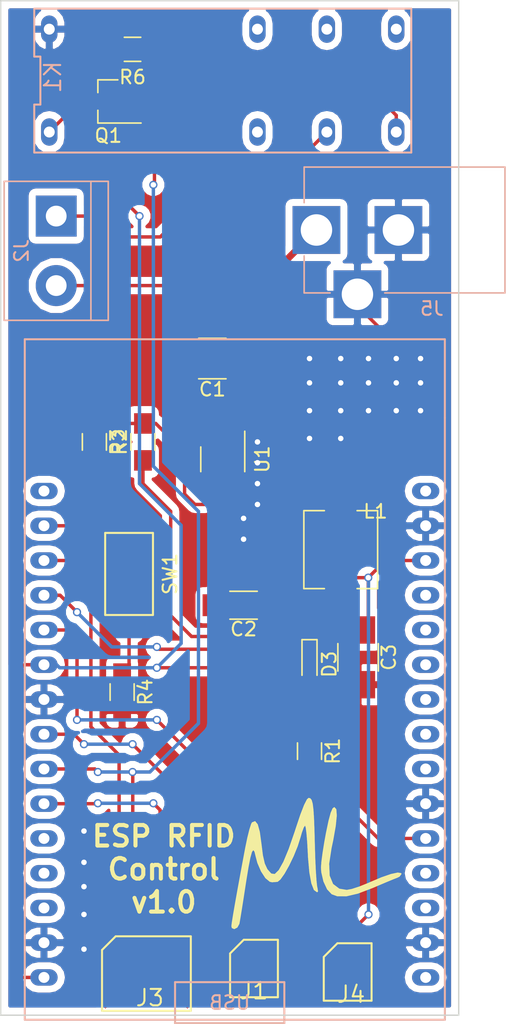
<source format=kicad_pcb>
(kicad_pcb (version 4) (host pcbnew 4.0.7)

  (general
    (links 44)
    (no_connects 0)
    (area 97.628999 63.957999 134.367001 133.197001)
    (thickness 1.6)
    (drawings 7)
    (tracks 216)
    (zones 0)
    (modules 21)
    (nets 40)
  )

  (page A4)
  (layers
    (0 F.Cu signal)
    (31 B.Cu signal)
    (32 B.Adhes user)
    (33 F.Adhes user)
    (34 B.Paste user)
    (35 F.Paste user)
    (36 B.SilkS user)
    (37 F.SilkS user)
    (38 B.Mask user)
    (39 F.Mask user)
    (40 Dwgs.User user)
    (41 Cmts.User user)
    (42 Eco1.User user)
    (43 Eco2.User user)
    (44 Edge.Cuts user)
    (45 Margin user)
    (46 B.CrtYd user)
    (47 F.CrtYd user)
    (48 B.Fab user)
    (49 F.Fab user)
  )

  (setup
    (last_trace_width 0.25)
    (trace_clearance 0.2)
    (zone_clearance 0.508)
    (zone_45_only no)
    (trace_min 0.2)
    (segment_width 0.2)
    (edge_width 0.1)
    (via_size 0.6)
    (via_drill 0.4)
    (via_min_size 0.4)
    (via_min_drill 0.3)
    (uvia_size 0.3)
    (uvia_drill 0.1)
    (uvias_allowed no)
    (uvia_min_size 0.2)
    (uvia_min_drill 0.1)
    (pcb_text_width 0.3)
    (pcb_text_size 1.5 1.5)
    (mod_edge_width 0.15)
    (mod_text_size 1 1)
    (mod_text_width 0.15)
    (pad_size 3.5 3.5)
    (pad_drill 2.3)
    (pad_to_mask_clearance 0)
    (aux_axis_origin 0 0)
    (visible_elements 7FFFFFFF)
    (pcbplotparams
      (layerselection 0x00030_80000001)
      (usegerberextensions false)
      (excludeedgelayer true)
      (linewidth 0.100000)
      (plotframeref false)
      (viasonmask false)
      (mode 1)
      (useauxorigin false)
      (hpglpennumber 1)
      (hpglpenspeed 20)
      (hpglpendiameter 15)
      (hpglpenoverlay 2)
      (psnegative false)
      (psa4output false)
      (plotreference true)
      (plotvalue true)
      (plotinvisibletext false)
      (padsonsilk false)
      (subtractmaskfromsilk false)
      (outputformat 1)
      (mirror false)
      (drillshape 1)
      (scaleselection 1)
      (outputdirectory ""))
  )

  (net 0 "")
  (net 1 +12V)
  (net 2 GND)
  (net 3 "Net-(C2-Pad1)")
  (net 4 "Net-(C2-Pad2)")
  (net 5 +5V)
  (net 6 D3)
  (net 7 "Net-(D3-Pad2)")
  (net 8 D4)
  (net 9 "Net-(J2-Pad1)")
  (net 10 "Net-(J2-Pad2)")
  (net 11 D2)
  (net 12 D6)
  (net 13 "Net-(J3-Pad3)")
  (net 14 D7)
  (net 15 D5)
  (net 16 "Net-(K1-PadA1)")
  (net 17 "Net-(K1-Pad12)")
  (net 18 "Net-(K1-Pad22)")
  (net 19 "Net-(K1-Pad21)")
  (net 20 "Net-(K1-Pad24)")
  (net 21 +3V3)
  (net 22 "Net-(Q1-Pad2)")
  (net 23 "Net-(R2-Pad2)")
  (net 24 "Net-(R4-Pad1)")
  (net 25 D1)
  (net 26 "Net-(U2-Pad30)")
  (net 27 "Net-(U2-Pad1)")
  (net 28 "Net-(U2-Pad4)")
  (net 29 "Net-(U2-Pad5)")
  (net 30 "Net-(U2-Pad6)")
  (net 31 "Net-(U2-Pad7)")
  (net 32 "Net-(U2-Pad8)")
  (net 33 "Net-(U2-Pad9)")
  (net 34 "Net-(U2-Pad20)")
  (net 35 "Net-(U2-Pad19)")
  (net 36 "Net-(U2-Pad12)")
  (net 37 "Net-(U2-Pad18)")
  (net 38 "Net-(U2-Pad13)")
  (net 39 "Net-(U2-Pad15)")

  (net_class Default "This is the default net class."
    (clearance 0.2)
    (trace_width 0.25)
    (via_dia 0.6)
    (via_drill 0.4)
    (uvia_dia 0.3)
    (uvia_drill 0.1)
    (add_net +3V3)
    (add_net +5V)
    (add_net D1)
    (add_net D2)
    (add_net D3)
    (add_net D4)
    (add_net D5)
    (add_net D6)
    (add_net D7)
    (add_net GND)
    (add_net "Net-(C2-Pad2)")
    (add_net "Net-(D3-Pad2)")
    (add_net "Net-(J2-Pad1)")
    (add_net "Net-(J2-Pad2)")
    (add_net "Net-(J3-Pad3)")
    (add_net "Net-(K1-Pad12)")
    (add_net "Net-(K1-Pad21)")
    (add_net "Net-(K1-Pad22)")
    (add_net "Net-(K1-Pad24)")
    (add_net "Net-(K1-PadA1)")
    (add_net "Net-(Q1-Pad2)")
    (add_net "Net-(R2-Pad2)")
    (add_net "Net-(R4-Pad1)")
    (add_net "Net-(U2-Pad1)")
    (add_net "Net-(U2-Pad12)")
    (add_net "Net-(U2-Pad13)")
    (add_net "Net-(U2-Pad15)")
    (add_net "Net-(U2-Pad18)")
    (add_net "Net-(U2-Pad19)")
    (add_net "Net-(U2-Pad20)")
    (add_net "Net-(U2-Pad30)")
    (add_net "Net-(U2-Pad4)")
    (add_net "Net-(U2-Pad5)")
    (add_net "Net-(U2-Pad6)")
    (add_net "Net-(U2-Pad7)")
    (add_net "Net-(U2-Pad8)")
    (add_net "Net-(U2-Pad9)")
  )

  (net_class power12v ""
    (clearance 0.2)
    (trace_width 0.5)
    (via_dia 0.6)
    (via_drill 0.4)
    (uvia_dia 0.3)
    (uvia_drill 0.1)
    (add_net +12V)
    (add_net "Net-(C2-Pad1)")
  )

  (module Inductors_SMD:L_Wuerth_HCI-5040 (layer F.Cu) (tedit 5B29BA60) (tstamp 5B26F005)
    (at 122.682 98.552 270)
    (descr "Inductor, Wuerth Elektronik, Wuerth_HCI-5040, 5.5mmx5.2mm")
    (tags "inductor Wuerth hci smd")
    (path /5B26C31E)
    (attr smd)
    (fp_text reference L1 (at -2.794 -2.54 360) (layer F.SilkS)
      (effects (font (size 1 1) (thickness 0.15)))
    )
    (fp_text value 4.7uH (at 0 4.1 270) (layer F.Fab)
      (effects (font (size 1 1) (thickness 0.15)))
    )
    (fp_text user %R (at 0 0 270) (layer F.Fab)
      (effects (font (size 1 1) (thickness 0.15)))
    )
    (fp_line (start -2.75 -2.6) (end -2.75 2.6) (layer F.Fab) (width 0.1))
    (fp_line (start -2.75 2.6) (end 2.75 2.6) (layer F.Fab) (width 0.1))
    (fp_line (start 2.75 2.6) (end 2.75 -2.6) (layer F.Fab) (width 0.1))
    (fp_line (start 2.75 -2.6) (end -2.75 -2.6) (layer F.Fab) (width 0.1))
    (fp_line (start -3.25 -2.85) (end -3.25 2.85) (layer F.CrtYd) (width 0.05))
    (fp_line (start -3.25 2.85) (end 3.25 2.85) (layer F.CrtYd) (width 0.05))
    (fp_line (start 3.25 2.85) (end 3.25 -2.85) (layer F.CrtYd) (width 0.05))
    (fp_line (start 3.25 -2.85) (end -3.25 -2.85) (layer F.CrtYd) (width 0.05))
    (fp_line (start -2.85 1.2) (end -2.85 2.7) (layer F.SilkS) (width 0.12))
    (fp_line (start -2.85 2.7) (end 2.85 2.7) (layer F.SilkS) (width 0.12))
    (fp_line (start 2.85 2.7) (end 2.85 1.2) (layer F.SilkS) (width 0.12))
    (fp_line (start -2.85 -1.2) (end -2.85 -2.7) (layer F.SilkS) (width 0.12))
    (fp_line (start -2.85 -2.7) (end 2.85 -2.7) (layer F.SilkS) (width 0.12))
    (fp_line (start 2.85 -2.7) (end 2.85 -1.2) (layer F.SilkS) (width 0.12))
    (pad 1 smd rect (at -2.05 0 270) (size 1.9 1.6) (layers F.Cu F.Paste F.Mask)
      (net 3 "Net-(C2-Pad1)"))
    (pad 2 smd rect (at 2.05 0 270) (size 1.9 1.6) (layers F.Cu F.Paste F.Mask)
      (net 5 +5V))
    (model ${KISYS3DMOD}/Inductors_SMD.3dshapes/L_Wuerth_HCI-5040.wrl
      (at (xyz 0 0 0))
      (scale (xyz 1 1 1))
      (rotate (xyz 0 0 0))
    )
  )

  (module Capacitors_SMD:C_1210_HandSoldering (layer F.Cu) (tedit 58AA84FB) (tstamp 5B26EF9C)
    (at 113.284 84.582 180)
    (descr "Capacitor SMD 1210, hand soldering")
    (tags "capacitor 1210")
    (path /5B26C1C3)
    (attr smd)
    (fp_text reference C1 (at 0 -2.25 180) (layer F.SilkS)
      (effects (font (size 1 1) (thickness 0.15)))
    )
    (fp_text value 10uF (at 0 2.5 180) (layer F.Fab)
      (effects (font (size 1 1) (thickness 0.15)))
    )
    (fp_text user %R (at 0 -2.25 180) (layer F.Fab)
      (effects (font (size 1 1) (thickness 0.15)))
    )
    (fp_line (start -1.6 1.25) (end -1.6 -1.25) (layer F.Fab) (width 0.1))
    (fp_line (start 1.6 1.25) (end -1.6 1.25) (layer F.Fab) (width 0.1))
    (fp_line (start 1.6 -1.25) (end 1.6 1.25) (layer F.Fab) (width 0.1))
    (fp_line (start -1.6 -1.25) (end 1.6 -1.25) (layer F.Fab) (width 0.1))
    (fp_line (start 1 -1.48) (end -1 -1.48) (layer F.SilkS) (width 0.12))
    (fp_line (start -1 1.48) (end 1 1.48) (layer F.SilkS) (width 0.12))
    (fp_line (start -3.25 -1.5) (end 3.25 -1.5) (layer F.CrtYd) (width 0.05))
    (fp_line (start -3.25 -1.5) (end -3.25 1.5) (layer F.CrtYd) (width 0.05))
    (fp_line (start 3.25 1.5) (end 3.25 -1.5) (layer F.CrtYd) (width 0.05))
    (fp_line (start 3.25 1.5) (end -3.25 1.5) (layer F.CrtYd) (width 0.05))
    (pad 1 smd rect (at -2 0 180) (size 2 2.5) (layers F.Cu F.Paste F.Mask)
      (net 1 +12V))
    (pad 2 smd rect (at 2 0 180) (size 2 2.5) (layers F.Cu F.Paste F.Mask)
      (net 2 GND))
    (model Capacitors_SMD.3dshapes/C_1210.wrl
      (at (xyz 0 0 0))
      (scale (xyz 1 1 1))
      (rotate (xyz 0 0 0))
    )
  )

  (module Capacitors_SMD:C_1206_HandSoldering (layer F.Cu) (tedit 58AA84D1) (tstamp 5B26EFA2)
    (at 115.57 102.616 180)
    (descr "Capacitor SMD 1206, hand soldering")
    (tags "capacitor 1206")
    (path /5B26C235)
    (attr smd)
    (fp_text reference C2 (at 0 -1.75 180) (layer F.SilkS)
      (effects (font (size 1 1) (thickness 0.15)))
    )
    (fp_text value 0.1uF (at 0 2 180) (layer F.Fab)
      (effects (font (size 1 1) (thickness 0.15)))
    )
    (fp_text user %R (at 0 -1.75 180) (layer F.Fab)
      (effects (font (size 1 1) (thickness 0.15)))
    )
    (fp_line (start -1.6 0.8) (end -1.6 -0.8) (layer F.Fab) (width 0.1))
    (fp_line (start 1.6 0.8) (end -1.6 0.8) (layer F.Fab) (width 0.1))
    (fp_line (start 1.6 -0.8) (end 1.6 0.8) (layer F.Fab) (width 0.1))
    (fp_line (start -1.6 -0.8) (end 1.6 -0.8) (layer F.Fab) (width 0.1))
    (fp_line (start 1 -1.02) (end -1 -1.02) (layer F.SilkS) (width 0.12))
    (fp_line (start -1 1.02) (end 1 1.02) (layer F.SilkS) (width 0.12))
    (fp_line (start -3.25 -1.05) (end 3.25 -1.05) (layer F.CrtYd) (width 0.05))
    (fp_line (start -3.25 -1.05) (end -3.25 1.05) (layer F.CrtYd) (width 0.05))
    (fp_line (start 3.25 1.05) (end 3.25 -1.05) (layer F.CrtYd) (width 0.05))
    (fp_line (start 3.25 1.05) (end -3.25 1.05) (layer F.CrtYd) (width 0.05))
    (pad 1 smd rect (at -2 0 180) (size 2 1.6) (layers F.Cu F.Paste F.Mask)
      (net 3 "Net-(C2-Pad1)"))
    (pad 2 smd rect (at 2 0 180) (size 2 1.6) (layers F.Cu F.Paste F.Mask)
      (net 4 "Net-(C2-Pad2)"))
    (model Capacitors_SMD.3dshapes/C_1206.wrl
      (at (xyz 0 0 0))
      (scale (xyz 1 1 1))
      (rotate (xyz 0 0 0))
    )
  )

  (module Capacitors_SMD:C_1210_HandSoldering (layer F.Cu) (tedit 58AA84FB) (tstamp 5B26EFA8)
    (at 123.952 106.426 270)
    (descr "Capacitor SMD 1210, hand soldering")
    (tags "capacitor 1210")
    (path /5B26C283)
    (attr smd)
    (fp_text reference C3 (at 0 -2.25 270) (layer F.SilkS)
      (effects (font (size 1 1) (thickness 0.15)))
    )
    (fp_text value 47uF (at 0 2.5 270) (layer F.Fab)
      (effects (font (size 1 1) (thickness 0.15)))
    )
    (fp_text user %R (at 0 -2.25 270) (layer F.Fab)
      (effects (font (size 1 1) (thickness 0.15)))
    )
    (fp_line (start -1.6 1.25) (end -1.6 -1.25) (layer F.Fab) (width 0.1))
    (fp_line (start 1.6 1.25) (end -1.6 1.25) (layer F.Fab) (width 0.1))
    (fp_line (start 1.6 -1.25) (end 1.6 1.25) (layer F.Fab) (width 0.1))
    (fp_line (start -1.6 -1.25) (end 1.6 -1.25) (layer F.Fab) (width 0.1))
    (fp_line (start 1 -1.48) (end -1 -1.48) (layer F.SilkS) (width 0.12))
    (fp_line (start -1 1.48) (end 1 1.48) (layer F.SilkS) (width 0.12))
    (fp_line (start -3.25 -1.5) (end 3.25 -1.5) (layer F.CrtYd) (width 0.05))
    (fp_line (start -3.25 -1.5) (end -3.25 1.5) (layer F.CrtYd) (width 0.05))
    (fp_line (start 3.25 1.5) (end 3.25 -1.5) (layer F.CrtYd) (width 0.05))
    (fp_line (start 3.25 1.5) (end -3.25 1.5) (layer F.CrtYd) (width 0.05))
    (pad 1 smd rect (at -2 0 270) (size 2 2.5) (layers F.Cu F.Paste F.Mask)
      (net 5 +5V))
    (pad 2 smd rect (at 2 0 270) (size 2 2.5) (layers F.Cu F.Paste F.Mask)
      (net 2 GND))
    (model Capacitors_SMD.3dshapes/C_1210.wrl
      (at (xyz 0 0 0))
      (scale (xyz 1 1 1))
      (rotate (xyz 0 0 0))
    )
  )

  (module LEDs:LED_0603_HandSoldering (layer F.Cu) (tedit 595FC9C0) (tstamp 5B26EFAE)
    (at 120.396 106.934 270)
    (descr "LED SMD 0603, hand soldering")
    (tags "LED 0603")
    (path /5B1DBBEB)
    (attr smd)
    (fp_text reference D3 (at 0 -1.45 270) (layer F.SilkS)
      (effects (font (size 1 1) (thickness 0.15)))
    )
    (fp_text value LED_WIFI (at 0 1.55 270) (layer F.Fab)
      (effects (font (size 1 1) (thickness 0.15)))
    )
    (fp_line (start -1.8 -0.55) (end -1.8 0.55) (layer F.SilkS) (width 0.12))
    (fp_line (start -0.2 -0.2) (end -0.2 0.2) (layer F.Fab) (width 0.1))
    (fp_line (start -0.15 0) (end 0.15 -0.2) (layer F.Fab) (width 0.1))
    (fp_line (start 0.15 0.2) (end -0.15 0) (layer F.Fab) (width 0.1))
    (fp_line (start 0.15 -0.2) (end 0.15 0.2) (layer F.Fab) (width 0.1))
    (fp_line (start 0.8 0.4) (end -0.8 0.4) (layer F.Fab) (width 0.1))
    (fp_line (start 0.8 -0.4) (end 0.8 0.4) (layer F.Fab) (width 0.1))
    (fp_line (start -0.8 -0.4) (end 0.8 -0.4) (layer F.Fab) (width 0.1))
    (fp_line (start -1.8 0.55) (end 0.8 0.55) (layer F.SilkS) (width 0.12))
    (fp_line (start -1.8 -0.55) (end 0.8 -0.55) (layer F.SilkS) (width 0.12))
    (fp_line (start -1.96 -0.7) (end 1.95 -0.7) (layer F.CrtYd) (width 0.05))
    (fp_line (start -1.96 -0.7) (end -1.96 0.7) (layer F.CrtYd) (width 0.05))
    (fp_line (start 1.95 0.7) (end 1.95 -0.7) (layer F.CrtYd) (width 0.05))
    (fp_line (start 1.95 0.7) (end -1.96 0.7) (layer F.CrtYd) (width 0.05))
    (fp_line (start -0.8 -0.4) (end -0.8 0.4) (layer F.Fab) (width 0.1))
    (pad 1 smd rect (at -1.1 0 270) (size 1.2 0.9) (layers F.Cu F.Paste F.Mask)
      (net 6 D3))
    (pad 2 smd rect (at 1.1 0 270) (size 1.2 0.9) (layers F.Cu F.Paste F.Mask)
      (net 7 "Net-(D3-Pad2)"))
    (model ${KISYS3DMOD}/LEDs.3dshapes/LED_0603.wrl
      (at (xyz 0 0 0))
      (scale (xyz 1 1 1))
      (rotate (xyz 0 0 180))
    )
  )

  (module jst:CONNECTOR_JST_SH_2 (layer F.Cu) (tedit 5B2AFB65) (tstamp 5B26EFBD)
    (at 116.332 128.524)
    (path /5B1DDD86)
    (fp_text reference J1 (at 0 2.286) (layer F.SilkS)
      (effects (font (size 1.2 1.2) (thickness 0.15)))
    )
    (fp_text value C_DOOR (at 0 -2.65) (layer F.Fab)
      (effects (font (size 1.2 1.2) (thickness 0.15)))
    )
    (fp_line (start 1.5 1) (end 1.5 2.5) (layer F.Cu) (width 0.15))
    (fp_line (start -1.5 1) (end -1.5 2.5) (layer F.Cu) (width 0.15))
    (fp_line (start 1.75 1.5) (end 1.75 2.75) (layer F.SilkS) (width 0.15))
    (fp_line (start 1.75 2.75) (end -1.75 2.75) (layer F.SilkS) (width 0.15))
    (fp_line (start -1.75 2.75) (end -1.75 1.5) (layer F.SilkS) (width 0.15))
    (fp_line (start -0.75 -1.45) (end -1.75 -0.45) (layer F.SilkS) (width 0.15))
    (fp_line (start -1.75 -0.45) (end -1.75 1.45) (layer F.SilkS) (width 0.15))
    (fp_line (start 1.75 1.45) (end 1.75 -1.45) (layer F.SilkS) (width 0.15))
    (fp_line (start 1.75 -1.45) (end -0.75 -1.45) (layer F.SilkS) (width 0.15))
    (pad 1 smd rect (at -0.5 0) (size 0.5 1.5) (layers F.Cu F.Paste F.Mask)
      (net 8 D4))
    (pad 2 smd rect (at 0.5 0) (size 0.5 1.5) (layers F.Cu F.Paste F.Mask)
      (net 2 GND))
  )

  (module Connectors_Terminal_Blocks:TerminalBlock_bornier-2_P5.08mm (layer B.Cu) (tedit 5B29BA74) (tstamp 5B26EFC3)
    (at 101.854 74.168 270)
    (descr "simple 2-pin terminal block, pitch 5.08mm, revamped version of bornier2")
    (tags "terminal block bornier2")
    (path /5B1DC77D)
    (fp_text reference J2 (at 2.54 2.54 270) (layer B.SilkS)
      (effects (font (size 1 1) (thickness 0.15)) (justify mirror))
    )
    (fp_text value C_STRIKE (at 2.54 -5.08 270) (layer B.Fab)
      (effects (font (size 1 1) (thickness 0.15)) (justify mirror))
    )
    (fp_text user %R (at 2.54 0 270) (layer B.Fab)
      (effects (font (size 1 1) (thickness 0.15)) (justify mirror))
    )
    (fp_line (start -2.41 -2.55) (end 7.49 -2.55) (layer B.Fab) (width 0.1))
    (fp_line (start -2.46 3.75) (end -2.46 -3.75) (layer B.Fab) (width 0.1))
    (fp_line (start -2.46 -3.75) (end 7.54 -3.75) (layer B.Fab) (width 0.1))
    (fp_line (start 7.54 -3.75) (end 7.54 3.75) (layer B.Fab) (width 0.1))
    (fp_line (start 7.54 3.75) (end -2.46 3.75) (layer B.Fab) (width 0.1))
    (fp_line (start 7.62 -2.54) (end -2.54 -2.54) (layer B.SilkS) (width 0.12))
    (fp_line (start 7.62 -3.81) (end 7.62 3.81) (layer B.SilkS) (width 0.12))
    (fp_line (start 7.62 3.81) (end -2.54 3.81) (layer B.SilkS) (width 0.12))
    (fp_line (start -2.54 3.81) (end -2.54 -3.81) (layer B.SilkS) (width 0.12))
    (fp_line (start -2.54 -3.81) (end 7.62 -3.81) (layer B.SilkS) (width 0.12))
    (fp_line (start -2.71 4) (end 7.79 4) (layer B.CrtYd) (width 0.05))
    (fp_line (start -2.71 4) (end -2.71 -4) (layer B.CrtYd) (width 0.05))
    (fp_line (start 7.79 -4) (end 7.79 4) (layer B.CrtYd) (width 0.05))
    (fp_line (start 7.79 -4) (end -2.71 -4) (layer B.CrtYd) (width 0.05))
    (pad 1 thru_hole rect (at 0 0 270) (size 3 3) (drill 1.52) (layers *.Cu *.Mask)
      (net 9 "Net-(J2-Pad1)"))
    (pad 2 thru_hole circle (at 5.08 0 270) (size 3 3) (drill 1.52) (layers *.Cu *.Mask)
      (net 10 "Net-(J2-Pad2)"))
    (model ${KISYS3DMOD}/Terminal_Blocks.3dshapes/TerminalBlock_bornier-2_P5.08mm.wrl
      (at (xyz 0.1 0 0))
      (scale (xyz 1 1 1))
      (rotate (xyz 0 0 0))
    )
  )

  (module jst:CONNECTOR_JST_SH_5 (layer F.Cu) (tedit 5B2AFB50) (tstamp 5B26EFD5)
    (at 108.458 128.27)
    (path /5B27081A)
    (fp_text reference J3 (at 0.254 3.048) (layer F.SilkS)
      (effects (font (size 1.2 1.2) (thickness 0.15)))
    )
    (fp_text value Conn_01x05 (at 0 -2.65) (layer F.Fab)
      (effects (font (size 1.2 1.2) (thickness 0.15)))
    )
    (fp_line (start -3.25 1.5) (end -3.25 4) (layer F.SilkS) (width 0.15))
    (fp_line (start -3.25 4) (end 3.25 4) (layer F.SilkS) (width 0.15))
    (fp_line (start 3.25 4) (end 3.25 1.5) (layer F.SilkS) (width 0.15))
    (fp_line (start -3 1.25) (end -3 3.75) (layer F.Cu) (width 0.15))
    (fp_line (start 3 1.25) (end 3 3.75) (layer F.Cu) (width 0.15))
    (fp_line (start -2.25 -1.45) (end -3.25 -0.45) (layer F.SilkS) (width 0.15))
    (fp_line (start -3.25 -0.45) (end -3.25 1.45) (layer F.SilkS) (width 0.15))
    (fp_line (start 3.25 1.45) (end 3.25 -1.45) (layer F.SilkS) (width 0.15))
    (fp_line (start 3.25 -1.45) (end -2.25 -1.45) (layer F.SilkS) (width 0.15))
    (pad 1 smd rect (at -2 0) (size 0.5 1.5) (layers F.Cu F.Paste F.Mask)
      (net 11 D2))
    (pad 2 smd rect (at -1 0) (size 0.5 1.5) (layers F.Cu F.Paste F.Mask)
      (net 12 D6))
    (pad 3 smd rect (at 0 0) (size 0.5 1.5) (layers F.Cu F.Paste F.Mask)
      (net 13 "Net-(J3-Pad3)"))
    (pad 4 smd rect (at 1 0) (size 0.5 1.5) (layers F.Cu F.Paste F.Mask)
      (net 14 D7))
    (pad 5 smd rect (at 2 0) (size 0.5 1.5) (layers F.Cu F.Paste F.Mask)
      (net 15 D5))
  )

  (module jst:CONNECTOR_JST_SH_2 (layer F.Cu) (tedit 5B2AFB61) (tstamp 5B26EFE4)
    (at 123.19 128.778)
    (path /5B2700E5)
    (fp_text reference J4 (at 0.254 2.286) (layer F.SilkS)
      (effects (font (size 1.2 1.2) (thickness 0.15)))
    )
    (fp_text value C_PWR (at 0 -2.65) (layer F.Fab)
      (effects (font (size 1.2 1.2) (thickness 0.15)))
    )
    (fp_line (start 1.5 1) (end 1.5 2.5) (layer F.Cu) (width 0.15))
    (fp_line (start -1.5 1) (end -1.5 2.5) (layer F.Cu) (width 0.15))
    (fp_line (start 1.75 1.5) (end 1.75 2.75) (layer F.SilkS) (width 0.15))
    (fp_line (start 1.75 2.75) (end -1.75 2.75) (layer F.SilkS) (width 0.15))
    (fp_line (start -1.75 2.75) (end -1.75 1.5) (layer F.SilkS) (width 0.15))
    (fp_line (start -0.75 -1.45) (end -1.75 -0.45) (layer F.SilkS) (width 0.15))
    (fp_line (start -1.75 -0.45) (end -1.75 1.45) (layer F.SilkS) (width 0.15))
    (fp_line (start 1.75 1.45) (end 1.75 -1.45) (layer F.SilkS) (width 0.15))
    (fp_line (start 1.75 -1.45) (end -0.75 -1.45) (layer F.SilkS) (width 0.15))
    (pad 1 smd rect (at -0.5 0) (size 0.5 1.5) (layers F.Cu F.Paste F.Mask)
      (net 2 GND))
    (pad 2 smd rect (at 0.5 0) (size 0.5 1.5) (layers F.Cu F.Paste F.Mask)
      (net 5 +5V))
  )

  (module Connectors:BARREL_JACK (layer B.Cu) (tedit 5B2AD4D0) (tstamp 5B26EFEB)
    (at 120.904 75.184 180)
    (descr "DC Barrel Jack")
    (tags "Power Jack")
    (path /5B26EC40)
    (fp_text reference J5 (at -8.45 -5.75 360) (layer B.SilkS)
      (effects (font (size 1 1) (thickness 0.15)) (justify mirror))
    )
    (fp_text value Barrel_Jack (at -6.2 5.5 180) (layer B.Fab)
      (effects (font (size 1 1) (thickness 0.15)) (justify mirror))
    )
    (fp_line (start 1 4.5) (end 1 4.75) (layer B.CrtYd) (width 0.05))
    (fp_line (start 1 4.75) (end -14 4.75) (layer B.CrtYd) (width 0.05))
    (fp_line (start 1 4.5) (end 1 2) (layer B.CrtYd) (width 0.05))
    (fp_line (start 1 2) (end 2 2) (layer B.CrtYd) (width 0.05))
    (fp_line (start 2 2) (end 2 -2) (layer B.CrtYd) (width 0.05))
    (fp_line (start 2 -2) (end 1 -2) (layer B.CrtYd) (width 0.05))
    (fp_line (start 1 -2) (end 1 -4.75) (layer B.CrtYd) (width 0.05))
    (fp_line (start 1 -4.75) (end -1 -4.75) (layer B.CrtYd) (width 0.05))
    (fp_line (start -1 -4.75) (end -1 -6.75) (layer B.CrtYd) (width 0.05))
    (fp_line (start -1 -6.75) (end -5 -6.75) (layer B.CrtYd) (width 0.05))
    (fp_line (start -5 -6.75) (end -5 -4.75) (layer B.CrtYd) (width 0.05))
    (fp_line (start -5 -4.75) (end -14 -4.75) (layer B.CrtYd) (width 0.05))
    (fp_line (start -14 -4.75) (end -14 4.75) (layer B.CrtYd) (width 0.05))
    (fp_line (start -5 -4.6) (end -13.8 -4.6) (layer B.SilkS) (width 0.12))
    (fp_line (start -13.8 -4.6) (end -13.8 4.6) (layer B.SilkS) (width 0.12))
    (fp_line (start 0.9 -1.9) (end 0.9 -4.6) (layer B.SilkS) (width 0.12))
    (fp_line (start 0.9 -4.6) (end -1 -4.6) (layer B.SilkS) (width 0.12))
    (fp_line (start -13.8 4.6) (end 0.9 4.6) (layer B.SilkS) (width 0.12))
    (fp_line (start 0.9 4.6) (end 0.9 2) (layer B.SilkS) (width 0.12))
    (fp_line (start -10.2 4.5) (end -10.2 -4.5) (layer B.Fab) (width 0.1))
    (fp_line (start -13.7 4.5) (end -13.7 -4.5) (layer B.Fab) (width 0.1))
    (fp_line (start -13.7 -4.5) (end 0.8 -4.5) (layer B.Fab) (width 0.1))
    (fp_line (start 0.8 -4.5) (end 0.8 4.5) (layer B.Fab) (width 0.1))
    (fp_line (start 0.8 4.5) (end -13.7 4.5) (layer B.Fab) (width 0.1))
    (pad 1 thru_hole rect (at 0 0 180) (size 3.5 3.5) (drill 2.3) (layers *.Cu *.Mask)
      (net 1 +12V))
    (pad 2 thru_hole rect (at -6 0 180) (size 3.5 3.5) (drill 2.3) (layers *.Cu *.Mask)
      (net 2 GND))
    (pad 3 thru_hole rect (at -3 -4.7 180) (size 3.5 3.5) (drill 2.3) (layers *.Cu *.Mask)
      (net 2 GND))
  )

  (module esp-control:RTE24005F (layer B.Cu) (tedit 5B29BA30) (tstamp 5B26EFFF)
    (at 114.046 64.262)
    (path /5B1F1F2A)
    (fp_text reference K1 (at -12.446 -0.254 270) (layer B.SilkS)
      (effects (font (size 1.2 1.2) (thickness 0.15)) (justify mirror))
    )
    (fp_text value RTE24005F (at 7.366 -0.762) (layer B.Fab)
      (effects (font (size 1.2 1.2) (thickness 0.15)) (justify mirror))
    )
    (fp_line (start -13.8 -5.259999) (end 13.8 -5.26) (layer B.SilkS) (width 0.15))
    (fp_line (start 13.8 -5.26) (end 13.8 5.259999) (layer B.SilkS) (width 0.15))
    (fp_line (start 13.8 5.259999) (end -13.8 5.26) (layer B.SilkS) (width 0.15))
    (fp_line (start -13.8 5.26) (end -13.8 1.753333) (layer B.SilkS) (width 0.15))
    (fp_line (start -13.8 1.753333) (end -13.35 1.753333) (layer B.SilkS) (width 0.15))
    (fp_line (start -13.35 1.753333) (end -13.35 -1.753333) (layer B.SilkS) (width 0.15))
    (fp_line (start -13.35 -1.753333) (end -13.8 -1.753333) (layer B.SilkS) (width 0.15))
    (fp_line (start -13.8 -1.753333) (end -13.8 -5.259999) (layer B.SilkS) (width 0.15))
    (pad A1 thru_hole oval (at -12.7 3.76) (size 1.2 2) (drill 0.8) (layers *.Cu *.Mask)
      (net 16 "Net-(K1-PadA1)"))
    (pad A2 thru_hole oval (at -12.7 -3.76) (size 1.2 2) (drill 0.8) (layers *.Cu *.Mask)
      (net 2 GND))
    (pad 12 thru_hole oval (at 2.54 3.76) (size 1.2 2) (drill 0.8) (layers *.Cu *.Mask)
      (net 17 "Net-(K1-Pad12)"))
    (pad 22 thru_hole oval (at 2.54 -3.76) (size 1.2 2) (drill 0.8) (layers *.Cu *.Mask)
      (net 18 "Net-(K1-Pad22)"))
    (pad 11 thru_hole oval (at 7.62 3.76) (size 1.2 2) (drill 0.8) (layers *.Cu *.Mask)
      (net 10 "Net-(J2-Pad2)"))
    (pad 21 thru_hole oval (at 7.62 -3.76) (size 1.2 2) (drill 0.8) (layers *.Cu *.Mask)
      (net 19 "Net-(K1-Pad21)"))
    (pad 14 thru_hole oval (at 12.7 3.76) (size 1.2 2) (drill 0.8) (layers *.Cu *.Mask)
      (net 9 "Net-(J2-Pad1)"))
    (pad 24 thru_hole oval (at 12.7 -3.76) (size 1.2 2) (drill 0.8) (layers *.Cu *.Mask)
      (net 20 "Net-(K1-Pad24)"))
  )

  (module TO_SOT_Packages_SMD:SOT-23_Handsoldering (layer F.Cu) (tedit 5B29BA20) (tstamp 5B26F00C)
    (at 105.664 65.786 180)
    (descr "SOT-23, Handsoldering")
    (tags SOT-23)
    (path /5B1DC12A)
    (attr smd)
    (fp_text reference Q1 (at 0 -2.5 180) (layer F.SilkS)
      (effects (font (size 1 1) (thickness 0.15)))
    )
    (fp_text value Q_PNP (at 1.778 4.064 270) (layer F.Fab)
      (effects (font (size 1 1) (thickness 0.15)))
    )
    (fp_text user %R (at 0 0 270) (layer F.Fab)
      (effects (font (size 0.5 0.5) (thickness 0.075)))
    )
    (fp_line (start 0.76 1.58) (end 0.76 0.65) (layer F.SilkS) (width 0.12))
    (fp_line (start 0.76 -1.58) (end 0.76 -0.65) (layer F.SilkS) (width 0.12))
    (fp_line (start -2.7 -1.75) (end 2.7 -1.75) (layer F.CrtYd) (width 0.05))
    (fp_line (start 2.7 -1.75) (end 2.7 1.75) (layer F.CrtYd) (width 0.05))
    (fp_line (start 2.7 1.75) (end -2.7 1.75) (layer F.CrtYd) (width 0.05))
    (fp_line (start -2.7 1.75) (end -2.7 -1.75) (layer F.CrtYd) (width 0.05))
    (fp_line (start 0.76 -1.58) (end -2.4 -1.58) (layer F.SilkS) (width 0.12))
    (fp_line (start -0.7 -0.95) (end -0.7 1.5) (layer F.Fab) (width 0.1))
    (fp_line (start -0.15 -1.52) (end 0.7 -1.52) (layer F.Fab) (width 0.1))
    (fp_line (start -0.7 -0.95) (end -0.15 -1.52) (layer F.Fab) (width 0.1))
    (fp_line (start 0.7 -1.52) (end 0.7 1.52) (layer F.Fab) (width 0.1))
    (fp_line (start -0.7 1.52) (end 0.7 1.52) (layer F.Fab) (width 0.1))
    (fp_line (start 0.76 1.58) (end -0.7 1.58) (layer F.SilkS) (width 0.12))
    (pad 1 smd rect (at -1.5 -0.95 180) (size 1.9 0.8) (layers F.Cu F.Paste F.Mask)
      (net 21 +3V3))
    (pad 2 smd rect (at -1.5 0.95 180) (size 1.9 0.8) (layers F.Cu F.Paste F.Mask)
      (net 22 "Net-(Q1-Pad2)"))
    (pad 3 smd rect (at 1.5 0 180) (size 1.9 0.8) (layers F.Cu F.Paste F.Mask)
      (net 16 "Net-(K1-PadA1)"))
    (model ${KISYS3DMOD}/TO_SOT_Packages_SMD.3dshapes\SOT-23.wrl
      (at (xyz 0 0 0))
      (scale (xyz 1 1 1))
      (rotate (xyz 0 0 0))
    )
  )

  (module Resistors_SMD:R_0805_HandSoldering (layer F.Cu) (tedit 58E0A804) (tstamp 5B26F012)
    (at 120.396 113.284 270)
    (descr "Resistor SMD 0805, hand soldering")
    (tags "resistor 0805")
    (path /5B1DBE33)
    (attr smd)
    (fp_text reference R1 (at 0 -1.7 270) (layer F.SilkS)
      (effects (font (size 1 1) (thickness 0.15)))
    )
    (fp_text value 460 (at 0 1.75 270) (layer F.Fab)
      (effects (font (size 1 1) (thickness 0.15)))
    )
    (fp_text user %R (at 0 0 270) (layer F.Fab)
      (effects (font (size 0.5 0.5) (thickness 0.075)))
    )
    (fp_line (start -1 0.62) (end -1 -0.62) (layer F.Fab) (width 0.1))
    (fp_line (start 1 0.62) (end -1 0.62) (layer F.Fab) (width 0.1))
    (fp_line (start 1 -0.62) (end 1 0.62) (layer F.Fab) (width 0.1))
    (fp_line (start -1 -0.62) (end 1 -0.62) (layer F.Fab) (width 0.1))
    (fp_line (start 0.6 0.88) (end -0.6 0.88) (layer F.SilkS) (width 0.12))
    (fp_line (start -0.6 -0.88) (end 0.6 -0.88) (layer F.SilkS) (width 0.12))
    (fp_line (start -2.35 -0.9) (end 2.35 -0.9) (layer F.CrtYd) (width 0.05))
    (fp_line (start -2.35 -0.9) (end -2.35 0.9) (layer F.CrtYd) (width 0.05))
    (fp_line (start 2.35 0.9) (end 2.35 -0.9) (layer F.CrtYd) (width 0.05))
    (fp_line (start 2.35 0.9) (end -2.35 0.9) (layer F.CrtYd) (width 0.05))
    (pad 1 smd rect (at -1.35 0 270) (size 1.5 1.3) (layers F.Cu F.Paste F.Mask)
      (net 7 "Net-(D3-Pad2)"))
    (pad 2 smd rect (at 1.35 0 270) (size 1.5 1.3) (layers F.Cu F.Paste F.Mask)
      (net 21 +3V3))
    (model ${KISYS3DMOD}/Resistors_SMD.3dshapes/R_0805.wrl
      (at (xyz 0 0 0))
      (scale (xyz 1 1 1))
      (rotate (xyz 0 0 0))
    )
  )

  (module Resistors_SMD:R_0805_HandSoldering (layer F.Cu) (tedit 58E0A804) (tstamp 5B26F018)
    (at 108.204 90.678 90)
    (descr "Resistor SMD 0805, hand soldering")
    (tags "resistor 0805")
    (path /5B26C389)
    (attr smd)
    (fp_text reference R2 (at 0 -1.7 90) (layer F.SilkS)
      (effects (font (size 1 1) (thickness 0.15)))
    )
    (fp_text value 54.9k (at 0 1.75 90) (layer F.Fab)
      (effects (font (size 1 1) (thickness 0.15)))
    )
    (fp_text user %R (at 0 0 90) (layer F.Fab)
      (effects (font (size 0.5 0.5) (thickness 0.075)))
    )
    (fp_line (start -1 0.62) (end -1 -0.62) (layer F.Fab) (width 0.1))
    (fp_line (start 1 0.62) (end -1 0.62) (layer F.Fab) (width 0.1))
    (fp_line (start 1 -0.62) (end 1 0.62) (layer F.Fab) (width 0.1))
    (fp_line (start -1 -0.62) (end 1 -0.62) (layer F.Fab) (width 0.1))
    (fp_line (start 0.6 0.88) (end -0.6 0.88) (layer F.SilkS) (width 0.12))
    (fp_line (start -0.6 -0.88) (end 0.6 -0.88) (layer F.SilkS) (width 0.12))
    (fp_line (start -2.35 -0.9) (end 2.35 -0.9) (layer F.CrtYd) (width 0.05))
    (fp_line (start -2.35 -0.9) (end -2.35 0.9) (layer F.CrtYd) (width 0.05))
    (fp_line (start 2.35 0.9) (end 2.35 -0.9) (layer F.CrtYd) (width 0.05))
    (fp_line (start 2.35 0.9) (end -2.35 0.9) (layer F.CrtYd) (width 0.05))
    (pad 1 smd rect (at -1.35 0 90) (size 1.5 1.3) (layers F.Cu F.Paste F.Mask)
      (net 5 +5V))
    (pad 2 smd rect (at 1.35 0 90) (size 1.5 1.3) (layers F.Cu F.Paste F.Mask)
      (net 23 "Net-(R2-Pad2)"))
    (model ${KISYS3DMOD}/Resistors_SMD.3dshapes/R_0805.wrl
      (at (xyz 0 0 0))
      (scale (xyz 1 1 1))
      (rotate (xyz 0 0 0))
    )
  )

  (module Resistors_SMD:R_0805_HandSoldering (layer F.Cu) (tedit 58E0A804) (tstamp 5B26F01E)
    (at 104.648 90.678 270)
    (descr "Resistor SMD 0805, hand soldering")
    (tags "resistor 0805")
    (path /5B26C41C)
    (attr smd)
    (fp_text reference R3 (at 0 -1.7 270) (layer F.SilkS)
      (effects (font (size 1 1) (thickness 0.15)))
    )
    (fp_text value 10k (at 0 1.75 270) (layer F.Fab)
      (effects (font (size 1 1) (thickness 0.15)))
    )
    (fp_text user %R (at 0 0 270) (layer F.Fab)
      (effects (font (size 0.5 0.5) (thickness 0.075)))
    )
    (fp_line (start -1 0.62) (end -1 -0.62) (layer F.Fab) (width 0.1))
    (fp_line (start 1 0.62) (end -1 0.62) (layer F.Fab) (width 0.1))
    (fp_line (start 1 -0.62) (end 1 0.62) (layer F.Fab) (width 0.1))
    (fp_line (start -1 -0.62) (end 1 -0.62) (layer F.Fab) (width 0.1))
    (fp_line (start 0.6 0.88) (end -0.6 0.88) (layer F.SilkS) (width 0.12))
    (fp_line (start -0.6 -0.88) (end 0.6 -0.88) (layer F.SilkS) (width 0.12))
    (fp_line (start -2.35 -0.9) (end 2.35 -0.9) (layer F.CrtYd) (width 0.05))
    (fp_line (start -2.35 -0.9) (end -2.35 0.9) (layer F.CrtYd) (width 0.05))
    (fp_line (start 2.35 0.9) (end 2.35 -0.9) (layer F.CrtYd) (width 0.05))
    (fp_line (start 2.35 0.9) (end -2.35 0.9) (layer F.CrtYd) (width 0.05))
    (pad 1 smd rect (at -1.35 0 270) (size 1.5 1.3) (layers F.Cu F.Paste F.Mask)
      (net 23 "Net-(R2-Pad2)"))
    (pad 2 smd rect (at 1.35 0 270) (size 1.5 1.3) (layers F.Cu F.Paste F.Mask)
      (net 2 GND))
    (model ${KISYS3DMOD}/Resistors_SMD.3dshapes/R_0805.wrl
      (at (xyz 0 0 0))
      (scale (xyz 1 1 1))
      (rotate (xyz 0 0 0))
    )
  )

  (module Resistors_SMD:R_0805_HandSoldering (layer F.Cu) (tedit 58E0A804) (tstamp 5B26F024)
    (at 106.68 108.966 270)
    (descr "Resistor SMD 0805, hand soldering")
    (tags "resistor 0805")
    (path /5B1DD76B)
    (attr smd)
    (fp_text reference R4 (at 0 -1.7 270) (layer F.SilkS)
      (effects (font (size 1 1) (thickness 0.15)))
    )
    (fp_text value 1k (at 0 1.75 270) (layer F.Fab)
      (effects (font (size 1 1) (thickness 0.15)))
    )
    (fp_text user %R (at 0 0 270) (layer F.Fab)
      (effects (font (size 0.5 0.5) (thickness 0.075)))
    )
    (fp_line (start -1 0.62) (end -1 -0.62) (layer F.Fab) (width 0.1))
    (fp_line (start 1 0.62) (end -1 0.62) (layer F.Fab) (width 0.1))
    (fp_line (start 1 -0.62) (end 1 0.62) (layer F.Fab) (width 0.1))
    (fp_line (start -1 -0.62) (end 1 -0.62) (layer F.Fab) (width 0.1))
    (fp_line (start 0.6 0.88) (end -0.6 0.88) (layer F.SilkS) (width 0.12))
    (fp_line (start -0.6 -0.88) (end 0.6 -0.88) (layer F.SilkS) (width 0.12))
    (fp_line (start -2.35 -0.9) (end 2.35 -0.9) (layer F.CrtYd) (width 0.05))
    (fp_line (start -2.35 -0.9) (end -2.35 0.9) (layer F.CrtYd) (width 0.05))
    (fp_line (start 2.35 0.9) (end 2.35 -0.9) (layer F.CrtYd) (width 0.05))
    (fp_line (start 2.35 0.9) (end -2.35 0.9) (layer F.CrtYd) (width 0.05))
    (pad 1 smd rect (at -1.35 0 270) (size 1.5 1.3) (layers F.Cu F.Paste F.Mask)
      (net 24 "Net-(R4-Pad1)"))
    (pad 2 smd rect (at 1.35 0 270) (size 1.5 1.3) (layers F.Cu F.Paste F.Mask)
      (net 2 GND))
    (model ${KISYS3DMOD}/Resistors_SMD.3dshapes/R_0805.wrl
      (at (xyz 0 0 0))
      (scale (xyz 1 1 1))
      (rotate (xyz 0 0 0))
    )
  )

  (module Resistors_SMD:R_0805_HandSoldering (layer F.Cu) (tedit 5B29BA43) (tstamp 5B26F02A)
    (at 107.442 61.976)
    (descr "Resistor SMD 0805, hand soldering")
    (tags "resistor 0805")
    (path /5B1DBFC4)
    (attr smd)
    (fp_text reference R6 (at 0 2.032) (layer F.SilkS)
      (effects (font (size 1 1) (thickness 0.15)))
    )
    (fp_text value 1k (at 0 1.75) (layer F.Fab)
      (effects (font (size 1 1) (thickness 0.15)))
    )
    (fp_text user %R (at 0 0) (layer F.Fab)
      (effects (font (size 0.5 0.5) (thickness 0.075)))
    )
    (fp_line (start -1 0.62) (end -1 -0.62) (layer F.Fab) (width 0.1))
    (fp_line (start 1 0.62) (end -1 0.62) (layer F.Fab) (width 0.1))
    (fp_line (start 1 -0.62) (end 1 0.62) (layer F.Fab) (width 0.1))
    (fp_line (start -1 -0.62) (end 1 -0.62) (layer F.Fab) (width 0.1))
    (fp_line (start 0.6 0.88) (end -0.6 0.88) (layer F.SilkS) (width 0.12))
    (fp_line (start -0.6 -0.88) (end 0.6 -0.88) (layer F.SilkS) (width 0.12))
    (fp_line (start -2.35 -0.9) (end 2.35 -0.9) (layer F.CrtYd) (width 0.05))
    (fp_line (start -2.35 -0.9) (end -2.35 0.9) (layer F.CrtYd) (width 0.05))
    (fp_line (start 2.35 0.9) (end 2.35 -0.9) (layer F.CrtYd) (width 0.05))
    (fp_line (start 2.35 0.9) (end -2.35 0.9) (layer F.CrtYd) (width 0.05))
    (pad 1 smd rect (at -1.35 0) (size 1.5 1.3) (layers F.Cu F.Paste F.Mask)
      (net 22 "Net-(Q1-Pad2)"))
    (pad 2 smd rect (at 1.35 0) (size 1.5 1.3) (layers F.Cu F.Paste F.Mask)
      (net 12 D6))
    (model ${KISYS3DMOD}/Resistors_SMD.3dshapes/R_0805.wrl
      (at (xyz 0 0 0))
      (scale (xyz 1 1 1))
      (rotate (xyz 0 0 0))
    )
  )

  (module button_smd_2_pin:button_smd_2_pin (layer F.Cu) (tedit 5B1F2D74) (tstamp 5B26F030)
    (at 107.188 100.33 90)
    (descr "2 pin smd tactile switch")
    (tags "switch smd button")
    (path /5B1DD648)
    (fp_text reference SW1 (at 0 3 90) (layer F.SilkS)
      (effects (font (size 1 1) (thickness 0.15)))
    )
    (fp_text value SW_RESET (at 0 -3 90) (layer F.Fab)
      (effects (font (size 1 1) (thickness 0.15)))
    )
    (fp_line (start 0 1.75) (end 3 1.75) (layer F.SilkS) (width 0.15))
    (fp_line (start 3 1.75) (end 3 -1.75) (layer F.SilkS) (width 0.15))
    (fp_line (start 3 -1.75) (end -3 -1.75) (layer F.SilkS) (width 0.15))
    (fp_line (start -3 -1.75) (end -3 1.75) (layer F.SilkS) (width 0.15))
    (fp_line (start -3 1.75) (end 0 1.75) (layer F.SilkS) (width 0.15))
    (pad 2 smd rect (at 3 0 90) (size 2 1) (drill (offset 0.5 0)) (layers F.Cu F.Paste F.Mask)
      (net 25 D1))
    (pad 1 smd rect (at -3 0 90) (size 2 1) (drill (offset -0.5 0)) (layers F.Cu F.Paste F.Mask)
      (net 24 "Net-(R4-Pad1)"))
  )

  (module TO_SOT_Packages_SMD:SOT-23-6_Handsoldering (layer F.Cu) (tedit 58CE4E7E) (tstamp 5B26F03A)
    (at 114.046 91.948 270)
    (descr "6-pin SOT-23 package, Handsoldering")
    (tags "SOT-23-6 Handsoldering")
    (path /5B26C819)
    (attr smd)
    (fp_text reference U1 (at 0 -2.9 270) (layer F.SilkS)
      (effects (font (size 1 1) (thickness 0.15)))
    )
    (fp_text value TPS561208 (at 0 2.9 270) (layer F.Fab)
      (effects (font (size 1 1) (thickness 0.15)))
    )
    (fp_text user %R (at 0 0 360) (layer F.Fab)
      (effects (font (size 0.5 0.5) (thickness 0.075)))
    )
    (fp_line (start -0.9 1.61) (end 0.9 1.61) (layer F.SilkS) (width 0.12))
    (fp_line (start 0.9 -1.61) (end -2.05 -1.61) (layer F.SilkS) (width 0.12))
    (fp_line (start -2.4 1.8) (end -2.4 -1.8) (layer F.CrtYd) (width 0.05))
    (fp_line (start 2.4 1.8) (end -2.4 1.8) (layer F.CrtYd) (width 0.05))
    (fp_line (start 2.4 -1.8) (end 2.4 1.8) (layer F.CrtYd) (width 0.05))
    (fp_line (start -2.4 -1.8) (end 2.4 -1.8) (layer F.CrtYd) (width 0.05))
    (fp_line (start -0.9 -0.9) (end -0.25 -1.55) (layer F.Fab) (width 0.1))
    (fp_line (start 0.9 -1.55) (end -0.25 -1.55) (layer F.Fab) (width 0.1))
    (fp_line (start -0.9 -0.9) (end -0.9 1.55) (layer F.Fab) (width 0.1))
    (fp_line (start 0.9 1.55) (end -0.9 1.55) (layer F.Fab) (width 0.1))
    (fp_line (start 0.9 -1.55) (end 0.9 1.55) (layer F.Fab) (width 0.1))
    (pad 1 smd rect (at -1.35 -0.95 270) (size 1.56 0.65) (layers F.Cu F.Paste F.Mask)
      (net 2 GND))
    (pad 2 smd rect (at -1.35 0 270) (size 1.56 0.65) (layers F.Cu F.Paste F.Mask)
      (net 3 "Net-(C2-Pad1)"))
    (pad 3 smd rect (at -1.35 0.95 270) (size 1.56 0.65) (layers F.Cu F.Paste F.Mask)
      (net 1 +12V))
    (pad 4 smd rect (at 1.35 0.95 270) (size 1.56 0.65) (layers F.Cu F.Paste F.Mask)
      (net 23 "Net-(R2-Pad2)"))
    (pad 6 smd rect (at 1.35 -0.95 270) (size 1.56 0.65) (layers F.Cu F.Paste F.Mask)
      (net 4 "Net-(C2-Pad2)"))
    (pad 5 smd rect (at 1.35 0 270) (size 1.56 0.65) (layers F.Cu F.Paste F.Mask)
      (net 1 +12V))
    (model ${KISYS3DMOD}/TO_SOT_Packages_SMD.3dshapes/SOT-23-6.wrl
      (at (xyz 0 0 0))
      (scale (xyz 1 1 1))
      (rotate (xyz 0 0 0))
    )
  )

  (module esp-control:ML_Logo (layer F.Cu) (tedit 0) (tstamp 5B29BB7E)
    (at 120.904 121.412)
    (fp_text reference G*** (at 0 0) (layer F.SilkS) hide
      (effects (font (thickness 0.3)))
    )
    (fp_text value LOGO (at 0.75 0) (layer F.SilkS) hide
      (effects (font (thickness 0.3)))
    )
    (fp_poly (pts (xy -0.447799 -4.677159) (xy -0.350536 -4.551497) (xy -0.277038 -4.291944) (xy -0.22199 -3.857495)
      (xy -0.180079 -3.207146) (xy -0.145991 -2.299892) (xy -0.116364 -1.177483) (xy -0.086755 -0.226168)
      (xy -0.047148 0.621582) (xy -0.001542 1.302222) (xy 0.046066 1.752205) (xy 0.076817 1.892384)
      (xy 0.1137 2.132539) (xy 0.044998 2.186755) (xy -0.183918 2.021975) (xy -0.372225 1.537226)
      (xy -0.51656 0.746893) (xy -0.613563 -0.334636) (xy -0.632983 -0.7149) (xy -0.675531 -1.48523)
      (xy -0.727483 -2.115182) (xy -0.782218 -2.539105) (xy -0.832349 -2.691391) (xy -0.933714 -2.543351)
      (xy -1.07226 -2.163236) (xy -1.165679 -1.83296) (xy -1.375501 -1.172042) (xy -1.667109 -0.456141)
      (xy -2.001167 0.238347) (xy -2.338337 0.835025) (xy -2.639282 1.257497) (xy -2.842996 1.424531)
      (xy -3.244705 1.456647) (xy -3.416895 1.418594) (xy -3.735704 1.155621) (xy -4.056408 0.66466)
      (xy -4.321367 0.048837) (xy -4.4474 -0.425236) (xy -4.533679 -0.776758) (xy -4.623136 -0.893202)
      (xy -4.722196 -0.755938) (xy -4.837284 -0.346336) (xy -4.974827 0.354234) (xy -5.141247 1.364402)
      (xy -5.203195 1.766225) (xy -5.339266 2.648673) (xy -5.463959 3.43734) (xy -5.565581 4.059669)
      (xy -5.632437 4.443101) (xy -5.643744 4.499669) (xy -5.79234 4.766295) (xy -6.014664 4.879658)
      (xy -6.190763 4.805012) (xy -6.224476 4.667881) (xy -6.193656 4.407975) (xy -6.104516 3.85109)
      (xy -5.96294 3.030483) (xy -5.774815 1.979416) (xy -5.546027 0.731148) (xy -5.282461 -0.681061)
      (xy -5.207727 -1.077535) (xy -5.057832 -1.799753) (xy -4.907751 -2.402058) (xy -4.778845 -2.804213)
      (xy -4.717365 -2.919455) (xy -4.489736 -3.008993) (xy -4.300316 -2.7791) (xy -4.14678 -2.224546)
      (xy -4.030013 -1.372216) (xy -3.921272 -0.5106) (xy -3.783506 0.089719) (xy -3.59174 0.503843)
      (xy -3.320996 0.806872) (xy -3.299232 0.825208) (xy -3.051155 0.855484) (xy -2.758481 0.56816)
      (xy -2.419318 -0.040278) (xy -2.031774 -0.973346) (xy -1.593955 -2.234559) (xy -1.5086 -2.500036)
      (xy -1.177243 -3.48848) (xy -0.902625 -4.196369) (xy -0.691852 -4.606899) (xy -0.57414 -4.709934)
      (xy -0.447799 -4.677159)) (layer F.SilkS) (width 0.01))
    (fp_poly (pts (xy 1.453015 -3.880254) (xy 1.486479 -3.418381) (xy 1.411872 -2.664402) (xy 1.230095 -1.631252)
      (xy 1.100201 -1.018098) (xy 0.927611 0.109332) (xy 0.966577 0.97695) (xy 1.21686 1.584098)
      (xy 1.678216 1.930119) (xy 2.214865 2.018543) (xy 2.58487 1.949839) (xy 3.145836 1.768138)
      (xy 3.787397 1.510056) (xy 3.901609 1.458913) (xy 4.76076 1.095062) (xy 5.456136 0.855597)
      (xy 5.9488 0.75072) (xy 6.199814 0.790631) (xy 6.223842 0.850544) (xy 6.086782 1.040256)
      (xy 5.929471 1.120354) (xy 5.652766 1.228084) (xy 5.151615 1.43478) (xy 4.510178 1.705463)
      (xy 4.120899 1.872028) (xy 3.039497 2.283428) (xy 2.184746 2.484242) (xy 1.524917 2.47934)
      (xy 1.11967 2.332673) (xy 0.783673 1.978373) (xy 0.51366 1.403055) (xy 0.355945 0.721551)
      (xy 0.333692 0.38388) (xy 0.364747 -0.041488) (xy 0.450911 -0.698507) (xy 0.578113 -1.489593)
      (xy 0.698276 -2.144702) (xy 0.884526 -3.033718) (xy 1.042856 -3.622655) (xy 1.184292 -3.945595)
      (xy 1.310579 -4.037086) (xy 1.453015 -3.880254)) (layer F.SilkS) (width 0.01))
  )

  (module esp-control:LOLIN_NODEMCU (layer B.Cu) (tedit 5B2C4ACE) (tstamp 5B26F060)
    (at 114.554 106.172 180)
    (path /5B27191B)
    (fp_text reference U2 (at 0 -22.75 180) (layer B.SilkS) hide
      (effects (font (size 1.2 1.2) (thickness 0.15)) (justify mirror))
    )
    (fp_text value LoLinESP8266 (at -0.5 21 180) (layer B.Fab)
      (effects (font (size 1.2 1.2) (thickness 0.15)) (justify mirror))
    )
    (fp_text user USB (at 0 -25.5 180) (layer B.SilkS)
      (effects (font (size 1 1) (thickness 0.15)) (justify mirror))
    )
    (fp_line (start -4 -26.75) (end -4 -27) (layer B.SilkS) (width 0.15))
    (fp_line (start -4 -27) (end 4 -27) (layer B.SilkS) (width 0.15))
    (fp_line (start 4 -27) (end 4 -26.75) (layer B.SilkS) (width 0.15))
    (fp_line (start 4 -24) (end -4 -24) (layer B.SilkS) (width 0.15))
    (fp_line (start -4 -24) (end -4 -26.75) (layer B.SilkS) (width 0.15))
    (fp_line (start 4 -26.75) (end 4 -24) (layer B.SilkS) (width 0.15))
    (fp_line (start -15.75 23) (end -15.75 17.25) (layer B.SilkS) (width 0.15))
    (fp_line (start 15 17.25) (end 15 23) (layer B.SilkS) (width 0.15))
    (fp_line (start 15 23) (end -15.75 23) (layer B.SilkS) (width 0.15))
    (fp_line (start 15 -26.75) (end 15 17.25) (layer B.SilkS) (width 0.15))
    (fp_line (start -15.75 17.25) (end -15.75 -26.75) (layer B.SilkS) (width 0.15))
    (fp_line (start -15.75 -26.75) (end 15 -26.75) (layer B.SilkS) (width 0.15))
    (pad 30 thru_hole oval (at 13.595 11.905 270) (size 1.2 2) (drill 0.8) (layers *.Cu *.Mask)
      (net 26 "Net-(U2-Pad30)"))
    (pad 1 thru_hole oval (at -14.345 11.905 270) (size 1.2 2) (drill 0.8) (layers *.Cu *.Mask)
      (net 27 "Net-(U2-Pad1)"))
    (pad 29 thru_hole oval (at 13.595 9.365 270) (size 1.2 2) (drill 0.8) (layers *.Cu *.Mask)
      (net 25 D1))
    (pad 2 thru_hole oval (at -14.345 9.365 270) (size 1.2 2) (drill 0.8) (layers *.Cu *.Mask)
      (net 2 GND))
    (pad 28 thru_hole oval (at 13.595 6.825 270) (size 1.2 2) (drill 0.8) (layers *.Cu *.Mask)
      (net 11 D2))
    (pad 3 thru_hole oval (at -14.345 6.825 270) (size 1.2 2) (drill 0.8) (layers *.Cu *.Mask)
      (net 5 +5V))
    (pad 27 thru_hole oval (at 13.595 4.285 270) (size 1.2 2) (drill 0.8) (layers *.Cu *.Mask)
      (net 6 D3))
    (pad 4 thru_hole oval (at -14.345 4.285 270) (size 1.2 2) (drill 0.8) (layers *.Cu *.Mask)
      (net 28 "Net-(U2-Pad4)"))
    (pad 26 thru_hole oval (at 13.595 1.745 270) (size 1.2 2) (drill 0.8) (layers *.Cu *.Mask)
      (net 8 D4))
    (pad 5 thru_hole oval (at -14.345 1.745 270) (size 1.2 2) (drill 0.8) (layers *.Cu *.Mask)
      (net 29 "Net-(U2-Pad5)"))
    (pad 25 thru_hole oval (at 13.595 -0.795 270) (size 1.2 2) (drill 0.8) (layers *.Cu *.Mask)
      (net 21 +3V3))
    (pad 6 thru_hole oval (at -14.345 -0.795 270) (size 1.2 2) (drill 0.8) (layers *.Cu *.Mask)
      (net 30 "Net-(U2-Pad6)"))
    (pad 24 thru_hole oval (at 13.595 -3.335 270) (size 1.2 2) (drill 0.8) (layers *.Cu *.Mask)
      (net 2 GND))
    (pad 7 thru_hole oval (at -14.345 -3.335 270) (size 1.2 2) (drill 0.8) (layers *.Cu *.Mask)
      (net 31 "Net-(U2-Pad7)"))
    (pad 23 thru_hole oval (at 13.595 -5.875 270) (size 1.2 2) (drill 0.8) (layers *.Cu *.Mask)
      (net 15 D5))
    (pad 8 thru_hole oval (at -14.345 -5.875 270) (size 1.2 2) (drill 0.8) (layers *.Cu *.Mask)
      (net 32 "Net-(U2-Pad8)"))
    (pad 22 thru_hole oval (at 13.595 -8.415 270) (size 1.2 2) (drill 0.8) (layers *.Cu *.Mask)
      (net 12 D6))
    (pad 9 thru_hole oval (at -14.345 -8.415 270) (size 1.2 2) (drill 0.8) (layers *.Cu *.Mask)
      (net 33 "Net-(U2-Pad9)"))
    (pad 21 thru_hole oval (at 13.595 -10.955 270) (size 1.2 2) (drill 0.8) (layers *.Cu *.Mask)
      (net 14 D7))
    (pad 10 thru_hole oval (at -14.345 -10.955 270) (size 1.2 2) (drill 0.8) (layers *.Cu *.Mask)
      (net 2 GND))
    (pad 20 thru_hole oval (at 13.595 -13.495 270) (size 1.2 2) (drill 0.8) (layers *.Cu *.Mask)
      (net 34 "Net-(U2-Pad20)"))
    (pad 11 thru_hole oval (at -14.345 -13.495 270) (size 1.2 2) (drill 0.8) (layers *.Cu *.Mask)
      (net 21 +3V3))
    (pad 19 thru_hole oval (at 13.595 -16.035 270) (size 1.2 2) (drill 0.8) (layers *.Cu *.Mask)
      (net 35 "Net-(U2-Pad19)"))
    (pad 12 thru_hole oval (at -14.345 -16.035 270) (size 1.2 2) (drill 0.8) (layers *.Cu *.Mask)
      (net 36 "Net-(U2-Pad12)"))
    (pad 18 thru_hole oval (at 13.595 -18.575 270) (size 1.2 2) (drill 0.8) (layers *.Cu *.Mask)
      (net 37 "Net-(U2-Pad18)"))
    (pad 13 thru_hole oval (at -14.345 -18.575 270) (size 1.2 2) (drill 0.8) (layers *.Cu *.Mask)
      (net 38 "Net-(U2-Pad13)"))
    (pad 17 thru_hole oval (at 13.595 -21.115 270) (size 1.2 2) (drill 0.8) (layers *.Cu *.Mask)
      (net 2 GND))
    (pad 14 thru_hole oval (at -14.345 -21.115 270) (size 1.2 2) (drill 0.8) (layers *.Cu *.Mask)
      (net 2 GND))
    (pad 16 thru_hole oval (at 13.595 -23.655 270) (size 1.2 2) (drill 0.8) (layers *.Cu *.Mask)
      (net 21 +3V3))
    (pad 15 thru_hole oval (at -14.345 -23.655 270) (size 1.2 2) (drill 0.8) (layers *.Cu *.Mask)
      (net 39 "Net-(U2-Pad15)"))
  )

  (gr_line (start 97.79 58.42) (end 97.79 64.008) (angle 90) (layer Edge.Cuts) (width 0.1))
  (gr_line (start 131.318 58.42) (end 97.79 58.42) (angle 90) (layer Edge.Cuts) (width 0.1))
  (gr_line (start 131.318 64.008) (end 131.318 58.42) (angle 90) (layer Edge.Cuts) (width 0.1))
  (gr_text "ESP RFID\nControl\nv1.0" (at 109.728 121.92) (layer F.SilkS)
    (effects (font (size 1.5 1.5) (thickness 0.3)))
  )
  (gr_line (start 97.79 132.588) (end 97.79 64.008) (angle 90) (layer Edge.Cuts) (width 0.1))
  (gr_line (start 131.318 132.588) (end 97.79 132.588) (angle 90) (layer Edge.Cuts) (width 0.1))
  (gr_line (start 131.318 64.008) (end 131.318 132.588) (angle 90) (layer Edge.Cuts) (width 0.1))

  (segment (start 115.284 84.582) (end 115.284 80.804) (width 0.5) (layer F.Cu) (net 1))
  (segment (start 115.284 80.804) (end 120.904 75.184) (width 0.5) (layer F.Cu) (net 1) (tstamp 5B2C4EC4))
  (segment (start 113.096 90.598) (end 113.096 88.58) (width 0.5) (layer F.Cu) (net 1))
  (segment (start 113.096 88.58) (end 115.284 86.392) (width 0.5) (layer F.Cu) (net 1) (tstamp 5B2AFDA6))
  (segment (start 115.284 86.392) (end 115.284 84.582) (width 0.5) (layer F.Cu) (net 1) (tstamp 5B2AFDA8))
  (segment (start 114.046 93.298) (end 114.046 92.456) (width 0.25) (layer F.Cu) (net 1))
  (segment (start 113.096 91.506) (end 113.096 90.598) (width 0.25) (layer F.Cu) (net 1) (tstamp 5B286773))
  (segment (start 114.046 92.456) (end 113.096 91.506) (width 0.25) (layer F.Cu) (net 1) (tstamp 5B286770))
  (segment (start 113.03 90.532) (end 113.096 90.598) (width 0.25) (layer F.Cu) (net 1) (tstamp 5B286744))
  (segment (start 123.904 79.884) (end 123.904 80.724) (width 0.25) (layer F.Cu) (net 2) (status C00000))
  (segment (start 123.904 80.724) (end 127.762 84.582) (width 0.25) (layer F.Cu) (net 2) (tstamp 5B2C54FB) (status 400000))
  (segment (start 127.762 84.582) (end 128.524 84.582) (width 0.25) (layer F.Cu) (net 2) (tstamp 5B2C5518))
  (via (at 128.524 84.582) (size 0.6) (drill 0.4) (layers F.Cu B.Cu) (net 2))
  (segment (start 128.524 84.582) (end 126.746 84.582) (width 0.25) (layer B.Cu) (net 2) (tstamp 5B2C551D))
  (via (at 126.746 84.582) (size 0.6) (drill 0.4) (layers F.Cu B.Cu) (net 2))
  (segment (start 126.746 84.582) (end 124.714 84.582) (width 0.25) (layer F.Cu) (net 2) (tstamp 5B2C5522))
  (via (at 124.714 84.582) (size 0.6) (drill 0.4) (layers F.Cu B.Cu) (net 2))
  (segment (start 124.714 84.582) (end 122.682 84.582) (width 0.25) (layer B.Cu) (net 2) (tstamp 5B2C5525))
  (via (at 122.682 84.582) (size 0.6) (drill 0.4) (layers F.Cu B.Cu) (net 2))
  (segment (start 122.682 84.582) (end 120.396 84.582) (width 0.25) (layer F.Cu) (net 2) (tstamp 5B2C552B))
  (via (at 120.396 84.582) (size 0.6) (drill 0.4) (layers F.Cu B.Cu) (net 2))
  (segment (start 120.396 84.582) (end 120.396 86.36) (width 0.25) (layer B.Cu) (net 2) (tstamp 5B2C552F))
  (via (at 120.396 86.36) (size 0.6) (drill 0.4) (layers F.Cu B.Cu) (net 2))
  (segment (start 120.396 86.36) (end 122.682 86.36) (width 0.25) (layer F.Cu) (net 2) (tstamp 5B2C5536))
  (via (at 122.682 86.36) (size 0.6) (drill 0.4) (layers F.Cu B.Cu) (net 2))
  (segment (start 122.682 86.36) (end 124.714 86.36) (width 0.25) (layer B.Cu) (net 2) (tstamp 5B2C553E))
  (via (at 124.714 86.36) (size 0.6) (drill 0.4) (layers F.Cu B.Cu) (net 2))
  (segment (start 124.714 86.36) (end 126.746 86.36) (width 0.25) (layer F.Cu) (net 2) (tstamp 5B2C5543))
  (via (at 126.746 86.36) (size 0.6) (drill 0.4) (layers F.Cu B.Cu) (net 2))
  (segment (start 126.746 86.36) (end 128.524 86.36) (width 0.25) (layer B.Cu) (net 2) (tstamp 5B2C5547))
  (via (at 128.524 86.36) (size 0.6) (drill 0.4) (layers F.Cu B.Cu) (net 2))
  (segment (start 128.524 86.36) (end 128.524 88.392) (width 0.25) (layer F.Cu) (net 2) (tstamp 5B2C554A))
  (via (at 128.524 88.392) (size 0.6) (drill 0.4) (layers F.Cu B.Cu) (net 2))
  (segment (start 128.524 88.392) (end 126.746 88.392) (width 0.25) (layer B.Cu) (net 2) (tstamp 5B2C5559))
  (via (at 126.746 88.392) (size 0.6) (drill 0.4) (layers F.Cu B.Cu) (net 2))
  (segment (start 126.746 88.392) (end 124.714 88.392) (width 0.25) (layer F.Cu) (net 2) (tstamp 5B2C5565))
  (via (at 124.714 88.392) (size 0.6) (drill 0.4) (layers F.Cu B.Cu) (net 2))
  (segment (start 124.714 88.392) (end 122.682 88.392) (width 0.25) (layer B.Cu) (net 2) (tstamp 5B2C556C))
  (via (at 122.682 88.392) (size 0.6) (drill 0.4) (layers F.Cu B.Cu) (net 2))
  (segment (start 122.682 88.392) (end 120.396 88.392) (width 0.25) (layer F.Cu) (net 2) (tstamp 5B2C5577))
  (via (at 120.396 88.392) (size 0.6) (drill 0.4) (layers F.Cu B.Cu) (net 2))
  (segment (start 120.396 88.392) (end 120.396 90.424) (width 0.25) (layer B.Cu) (net 2) (tstamp 5B2C557F))
  (via (at 120.396 90.424) (size 0.6) (drill 0.4) (layers F.Cu B.Cu) (net 2))
  (segment (start 120.396 90.424) (end 122.682 90.424) (width 0.25) (layer F.Cu) (net 2) (tstamp 5B2C5591))
  (via (at 122.682 90.424) (size 0.6) (drill 0.4) (layers F.Cu B.Cu) (net 2))
  (segment (start 100.959 127.287) (end 102.649 127.287) (width 0.25) (layer F.Cu) (net 2))
  (via (at 103.886 119.126) (size 0.6) (drill 0.4) (layers F.Cu B.Cu) (net 2))
  (segment (start 103.886 121.412) (end 103.886 119.126) (width 0.25) (layer F.Cu) (net 2) (tstamp 5B2AF68D))
  (via (at 103.886 121.412) (size 0.6) (drill 0.4) (layers F.Cu B.Cu) (net 2))
  (segment (start 103.886 123.19) (end 103.886 121.412) (width 0.25) (layer B.Cu) (net 2) (tstamp 5B2AF681))
  (via (at 103.886 123.19) (size 0.6) (drill 0.4) (layers F.Cu B.Cu) (net 2))
  (segment (start 103.886 125.222) (end 103.886 123.19) (width 0.25) (layer F.Cu) (net 2) (tstamp 5B2AF66E))
  (via (at 103.886 125.222) (size 0.6) (drill 0.4) (layers F.Cu B.Cu) (net 2))
  (segment (start 103.886 127.762) (end 103.886 125.222) (width 0.25) (layer B.Cu) (net 2) (tstamp 5B2AF664))
  (via (at 103.886 127.762) (size 0.6) (drill 0.4) (layers F.Cu B.Cu) (net 2))
  (segment (start 103.124 127.762) (end 103.886 127.762) (width 0.25) (layer F.Cu) (net 2) (tstamp 5B2AF65F))
  (segment (start 102.649 127.287) (end 103.124 127.762) (width 0.25) (layer F.Cu) (net 2) (tstamp 5B2AF65C))
  (segment (start 114.996 90.598) (end 116.506 90.598) (width 0.25) (layer F.Cu) (net 2))
  (via (at 115.57 97.79) (size 0.6) (drill 0.4) (layers F.Cu B.Cu) (net 2))
  (segment (start 115.57 96.266) (end 115.57 97.79) (width 0.25) (layer B.Cu) (net 2) (tstamp 5B29B9DD))
  (via (at 115.57 96.266) (size 0.6) (drill 0.4) (layers F.Cu B.Cu) (net 2))
  (segment (start 116.586 95.25) (end 115.57 96.266) (width 0.25) (layer F.Cu) (net 2) (tstamp 5B29B9D0))
  (via (at 116.586 95.25) (size 0.6) (drill 0.4) (layers F.Cu B.Cu) (net 2))
  (segment (start 116.586 93.726) (end 116.586 95.25) (width 0.25) (layer B.Cu) (net 2) (tstamp 5B29B9CC))
  (via (at 116.586 93.726) (size 0.6) (drill 0.4) (layers F.Cu B.Cu) (net 2))
  (segment (start 116.586 92.202) (end 116.586 93.726) (width 0.25) (layer F.Cu) (net 2) (tstamp 5B29B9C7))
  (via (at 116.586 92.202) (size 0.6) (drill 0.4) (layers F.Cu B.Cu) (net 2))
  (segment (start 116.586 90.678) (end 116.586 92.202) (width 0.25) (layer B.Cu) (net 2) (tstamp 5B29B9B8))
  (via (at 116.586 90.678) (size 0.6) (drill 0.4) (layers F.Cu B.Cu) (net 2))
  (segment (start 116.506 90.598) (end 116.586 90.678) (width 0.25) (layer F.Cu) (net 2) (tstamp 5B29B9B0))
  (segment (start 117.57 102.616) (end 117.57 99.092) (width 0.25) (layer F.Cu) (net 3))
  (segment (start 120.16 96.502) (end 122.682 96.502) (width 0.25) (layer F.Cu) (net 3) (tstamp 5B2AF7AE))
  (segment (start 117.57 99.092) (end 120.16 96.502) (width 0.25) (layer F.Cu) (net 3) (tstamp 5B2AF7A6))
  (segment (start 122.682 96.502) (end 122.682 95.504) (width 0.5) (layer F.Cu) (net 3))
  (segment (start 119.126 94.996) (end 117.856 93.726) (width 0.5) (layer F.Cu) (net 3) (tstamp 5B2AF76E))
  (segment (start 122.174 94.996) (end 119.126 94.996) (width 0.5) (layer F.Cu) (net 3) (tstamp 5B2AF76B))
  (segment (start 122.682 95.504) (end 122.174 94.996) (width 0.5) (layer F.Cu) (net 3) (tstamp 5B2AF768))
  (segment (start 114.046 90.598) (end 114.046 89.154) (width 0.5) (layer F.Cu) (net 3))
  (segment (start 117.856 89.916) (end 117.856 93.726) (width 0.5) (layer F.Cu) (net 3) (tstamp 5B286816))
  (segment (start 116.332 88.392) (end 117.856 89.916) (width 0.5) (layer F.Cu) (net 3) (tstamp 5B286815))
  (segment (start 114.808 88.392) (end 116.332 88.392) (width 0.5) (layer F.Cu) (net 3) (tstamp 5B286813))
  (segment (start 114.046 89.154) (end 114.808 88.392) (width 0.5) (layer F.Cu) (net 3) (tstamp 5B28680F))
  (segment (start 113.57 102.616) (end 113.57 96.742) (width 0.25) (layer F.Cu) (net 4))
  (segment (start 114.996 95.316) (end 114.996 93.298) (width 0.25) (layer F.Cu) (net 4) (tstamp 5B2AF7B6))
  (segment (start 113.57 96.742) (end 114.996 95.316) (width 0.25) (layer F.Cu) (net 4) (tstamp 5B2AF7B3))
  (segment (start 110.236 100.664) (end 110.236 95.758) (width 0.25) (layer F.Cu) (net 5))
  (segment (start 110.236 103.378) (end 111.76 104.902) (width 0.25) (layer F.Cu) (net 5) (tstamp 5B2AF7F5))
  (segment (start 111.76 104.902) (end 118.618 104.902) (width 0.25) (layer F.Cu) (net 5) (tstamp 5B2AF7FA))
  (segment (start 122.682 100.838) (end 118.618 104.902) (width 0.25) (layer F.Cu) (net 5) (tstamp 5B2AF803))
  (segment (start 110.236 100.664) (end 110.236 103.378) (width 0.25) (layer F.Cu) (net 5))
  (segment (start 108.204 93.726) (end 108.204 92.028) (width 0.25) (layer F.Cu) (net 5) (tstamp 5B2AFD4B))
  (segment (start 110.236 95.758) (end 108.204 93.726) (width 0.25) (layer F.Cu) (net 5) (tstamp 5B2AFD48))
  (via (at 124.696 100.602) (size 0.6) (drill 0.4) (layers F.Cu B.Cu) (net 5))
  (segment (start 123.69 128.778) (end 123.69 126.246) (width 0.25) (layer F.Cu) (net 5) (tstamp 5B2AF898))
  (segment (start 124.714 125.222) (end 123.69 126.246) (width 0.25) (layer F.Cu) (net 5) (tstamp 5B2AF897))
  (via (at 124.714 125.222) (size 0.6) (drill 0.4) (layers F.Cu B.Cu) (net 5))
  (segment (start 124.714 100.62) (end 124.714 125.222) (width 0.25) (layer B.Cu) (net 5) (tstamp 5B2AF84C))
  (segment (start 124.714 100.62) (end 124.696 100.602) (width 0.25) (layer B.Cu) (net 5) (tstamp 5B2AF84B))
  (segment (start 122.682 100.838) (end 122.682 100.602) (width 0.25) (layer F.Cu) (net 5) (tstamp 5B2AF807))
  (segment (start 124.696 100.602) (end 124.696 103.682) (width 0.25) (layer F.Cu) (net 5))
  (segment (start 124.696 103.682) (end 123.952 104.426) (width 0.25) (layer F.Cu) (net 5) (tstamp 5B2AF7F1))
  (segment (start 128.899 99.347) (end 125.951 99.347) (width 0.25) (layer F.Cu) (net 5))
  (segment (start 124.696 100.602) (end 122.682 100.602) (width 0.25) (layer F.Cu) (net 5) (tstamp 5B2AF7EC))
  (segment (start 125.951 99.347) (end 124.696 100.602) (width 0.25) (layer F.Cu) (net 5) (tstamp 5B2AF7E3))
  (segment (start 100.959 101.887) (end 102.141 101.887) (width 0.25) (layer F.Cu) (net 6))
  (segment (start 109.39 105.834) (end 120.396 105.834) (width 0.25) (layer F.Cu) (net 6) (tstamp 5B2AEC61))
  (segment (start 109.22 105.664) (end 109.39 105.834) (width 0.25) (layer F.Cu) (net 6) (tstamp 5B2AEC60))
  (via (at 109.22 105.664) (size 0.6) (drill 0.4) (layers F.Cu B.Cu) (net 6))
  (segment (start 105.918 105.664) (end 109.22 105.664) (width 0.25) (layer B.Cu) (net 6) (tstamp 5B2AEC54))
  (segment (start 103.378 103.124) (end 105.918 105.664) (width 0.25) (layer B.Cu) (net 6) (tstamp 5B2AEC53))
  (via (at 103.378 103.124) (size 0.6) (drill 0.4) (layers F.Cu B.Cu) (net 6))
  (segment (start 102.141 101.887) (end 103.378 103.124) (width 0.25) (layer F.Cu) (net 6) (tstamp 5B2AEC46))
  (segment (start 120.396 105.834) (end 120.396 105.664) (width 0.25) (layer F.Cu) (net 6))
  (segment (start 120.396 108.034) (end 120.396 111.934) (width 0.25) (layer F.Cu) (net 7))
  (segment (start 100.959 104.427) (end 102.649 104.427) (width 0.25) (layer F.Cu) (net 8))
  (segment (start 115.832 127.262) (end 115.832 128.524) (width 0.25) (layer F.Cu) (net 8) (tstamp 5B2AD8D9))
  (segment (start 112.014 123.444) (end 115.832 127.262) (width 0.25) (layer F.Cu) (net 8) (tstamp 5B2AD8D4))
  (segment (start 112.014 113.792) (end 112.014 123.444) (width 0.25) (layer F.Cu) (net 8) (tstamp 5B2AD8CB))
  (segment (start 109.22 110.998) (end 112.014 113.792) (width 0.25) (layer F.Cu) (net 8) (tstamp 5B2AD8CA))
  (via (at 109.22 110.998) (size 0.6) (drill 0.4) (layers F.Cu B.Cu) (net 8))
  (segment (start 103.378 110.998) (end 109.22 110.998) (width 0.25) (layer B.Cu) (net 8) (tstamp 5B2AD8C5))
  (via (at 103.378 110.998) (size 0.6) (drill 0.4) (layers F.Cu B.Cu) (net 8))
  (segment (start 103.378 105.156) (end 103.378 110.998) (width 0.25) (layer F.Cu) (net 8) (tstamp 5B2AD8B5))
  (segment (start 102.649 104.427) (end 103.378 105.156) (width 0.25) (layer F.Cu) (net 8) (tstamp 5B2AD8B2))
  (segment (start 101.854 74.168) (end 104.394 74.168) (width 0.25) (layer F.Cu) (net 9))
  (segment (start 126.746 66.802) (end 126.746 68.022) (width 0.25) (layer F.Cu) (net 9) (tstamp 5B2C4EA6))
  (segment (start 125.73 65.786) (end 126.746 66.802) (width 0.25) (layer F.Cu) (net 9) (tstamp 5B2C4EA4))
  (segment (start 114.3 65.786) (end 125.73 65.786) (width 0.25) (layer F.Cu) (net 9) (tstamp 5B2C4EA2))
  (segment (start 113.03 67.056) (end 114.3 65.786) (width 0.25) (layer F.Cu) (net 9) (tstamp 5B2C4EA0))
  (segment (start 113.03 72.136) (end 113.03 67.056) (width 0.25) (layer F.Cu) (net 9) (tstamp 5B2C4E9E))
  (segment (start 109.474 75.692) (end 113.03 72.136) (width 0.25) (layer F.Cu) (net 9) (tstamp 5B2C4E9C))
  (segment (start 105.918 75.692) (end 109.474 75.692) (width 0.25) (layer F.Cu) (net 9) (tstamp 5B2C4E9A))
  (segment (start 104.394 74.168) (end 105.918 75.692) (width 0.25) (layer F.Cu) (net 9) (tstamp 5B2C4E98))
  (segment (start 102.894 73.152) (end 100.788 73.152) (width 0.25) (layer F.Cu) (net 9))
  (segment (start 101.854 79.248) (end 110.44 79.248) (width 0.25) (layer F.Cu) (net 10))
  (segment (start 110.44 79.248) (end 121.666 68.022) (width 0.25) (layer F.Cu) (net 10) (tstamp 5B2C4EAA))
  (segment (start 101.854 79.502) (end 102.108 79.502) (width 0.25) (layer F.Cu) (net 10))
  (segment (start 106.458 128.27) (end 106.458 113.57) (width 0.25) (layer F.Cu) (net 11))
  (segment (start 103.665 99.347) (end 100.959 99.347) (width 0.25) (layer F.Cu) (net 11) (tstamp 5B2AD84E))
  (segment (start 104.394 100.076) (end 103.665 99.347) (width 0.25) (layer F.Cu) (net 11) (tstamp 5B2AD84D))
  (segment (start 104.394 111.506) (end 104.394 100.076) (width 0.25) (layer F.Cu) (net 11) (tstamp 5B2AD849))
  (segment (start 106.458 113.57) (end 104.394 111.506) (width 0.25) (layer F.Cu) (net 11) (tstamp 5B2AD842))
  (segment (start 109.046 62.23) (end 109.046 69.088) (width 0.25) (layer F.Cu) (net 12))
  (segment (start 108.712 114.808) (end 112.268 111.252) (width 0.25) (layer B.Cu) (net 12) (tstamp 5B2AEF07))
  (segment (start 112.268 111.252) (end 112.268 95.758) (width 0.25) (layer B.Cu) (net 12) (tstamp 5B2AEF0C))
  (segment (start 112.268 95.758) (end 108.966 92.456) (width 0.25) (layer B.Cu) (net 12) (tstamp 5B2AEF1D))
  (segment (start 108.966 92.456) (end 108.966 71.882) (width 0.25) (layer B.Cu) (net 12) (tstamp 5B2AEF26))
  (via (at 108.966 71.882) (size 0.6) (drill 0.4) (layers F.Cu B.Cu) (net 12))
  (segment (start 108.966 71.882) (end 109.046 71.802) (width 0.25) (layer F.Cu) (net 12) (tstamp 5B2AEF38))
  (segment (start 109.046 71.802) (end 109.046 69.088) (width 0.25) (layer F.Cu) (net 12) (tstamp 5B2AEF39))
  (segment (start 108.712 114.808) (end 107.442 114.808) (width 0.25) (layer B.Cu) (net 12))
  (segment (start 109.046 62.23) (end 108.792 61.976) (width 0.25) (layer F.Cu) (net 12) (tstamp 5B2C4E95))
  (segment (start 107.458 128.27) (end 107.458 114.824) (width 0.25) (layer F.Cu) (net 12))
  (segment (start 107.458 114.824) (end 107.442 114.808) (width 0.25) (layer F.Cu) (net 12) (tstamp 5B2AD853))
  (via (at 107.442 114.808) (size 0.6) (drill 0.4) (layers F.Cu B.Cu) (net 12))
  (segment (start 104.681 114.587) (end 100.959 114.587) (width 0.25) (layer F.Cu) (net 12) (tstamp 5B2AD86B))
  (segment (start 107.442 114.808) (end 104.902 114.808) (width 0.25) (layer B.Cu) (net 12) (tstamp 5B2AD864))
  (via (at 104.902 114.808) (size 0.6) (drill 0.4) (layers F.Cu B.Cu) (net 12))
  (segment (start 104.902 114.808) (end 104.681 114.587) (width 0.25) (layer F.Cu) (net 12) (tstamp 5B2AD86A))
  (segment (start 109.458 128.27) (end 109.458 117.586) (width 0.25) (layer F.Cu) (net 14))
  (segment (start 104.869 117.127) (end 100.959 117.127) (width 0.25) (layer F.Cu) (net 14) (tstamp 5B2AD885))
  (segment (start 104.902 117.094) (end 104.869 117.127) (width 0.25) (layer F.Cu) (net 14) (tstamp 5B2AD884))
  (via (at 104.902 117.094) (size 0.6) (drill 0.4) (layers F.Cu B.Cu) (net 14))
  (segment (start 108.966 117.094) (end 104.902 117.094) (width 0.25) (layer B.Cu) (net 14) (tstamp 5B2AD87E))
  (via (at 108.966 117.094) (size 0.6) (drill 0.4) (layers F.Cu B.Cu) (net 14))
  (segment (start 109.458 117.586) (end 108.966 117.094) (width 0.25) (layer F.Cu) (net 14) (tstamp 5B2AD874))
  (segment (start 110.458 128.27) (end 110.458 115.792) (width 0.25) (layer F.Cu) (net 15))
  (segment (start 103.157 112.047) (end 100.959 112.047) (width 0.25) (layer F.Cu) (net 15) (tstamp 5B2AD8A2))
  (segment (start 103.886 112.776) (end 103.157 112.047) (width 0.25) (layer F.Cu) (net 15) (tstamp 5B2AD8A1))
  (via (at 103.886 112.776) (size 0.6) (drill 0.4) (layers F.Cu B.Cu) (net 15))
  (segment (start 107.442 112.776) (end 103.886 112.776) (width 0.25) (layer B.Cu) (net 15) (tstamp 5B2AD89A))
  (via (at 107.442 112.776) (size 0.6) (drill 0.4) (layers F.Cu B.Cu) (net 15))
  (segment (start 110.458 115.792) (end 107.442 112.776) (width 0.25) (layer F.Cu) (net 15) (tstamp 5B2AD88A))
  (segment (start 104.164 65.786) (end 103.582 65.786) (width 0.25) (layer F.Cu) (net 16))
  (segment (start 103.582 65.786) (end 101.346 68.022) (width 0.25) (layer F.Cu) (net 16) (tstamp 5B2C4EEE))
  (segment (start 107.164 66.736) (end 107.164 73.382) (width 0.25) (layer F.Cu) (net 21))
  (segment (start 107.164 73.382) (end 107.95 74.168) (width 0.25) (layer F.Cu) (net 21) (tstamp 5B2C4E85))
  (segment (start 100.959 129.827) (end 99.347 129.827) (width 0.25) (layer F.Cu) (net 21))
  (segment (start 99.535 106.967) (end 100.959 106.967) (width 0.25) (layer F.Cu) (net 21) (tstamp 5B2AEFAC))
  (segment (start 98.552 107.95) (end 99.535 106.967) (width 0.25) (layer F.Cu) (net 21) (tstamp 5B2AEFA9))
  (segment (start 98.552 129.032) (end 98.552 107.95) (width 0.25) (layer F.Cu) (net 21) (tstamp 5B2AEFA5))
  (segment (start 99.347 129.827) (end 98.552 129.032) (width 0.25) (layer F.Cu) (net 21) (tstamp 5B2AEFA2))
  (segment (start 110.998 105.41) (end 109.22 107.188) (width 0.25) (layer B.Cu) (net 21) (tstamp 5B2AF0F6))
  (segment (start 110.998 96.774) (end 110.998 105.41) (width 0.25) (layer B.Cu) (net 21) (tstamp 5B2AF0E7))
  (segment (start 107.95 93.726) (end 110.998 96.774) (width 0.25) (layer B.Cu) (net 21) (tstamp 5B2AF0E0))
  (segment (start 107.95 89.408) (end 107.95 93.726) (width 0.25) (layer B.Cu) (net 21) (tstamp 5B2AF0CD))
  (segment (start 107.95 74.168) (end 107.95 89.408) (width 0.25) (layer B.Cu) (net 21) (tstamp 5B2AF0CC))
  (via (at 107.95 74.168) (size 0.6) (drill 0.4) (layers F.Cu B.Cu) (net 21))
  (segment (start 120.396 114.634) (end 119.206 114.634) (width 0.25) (layer F.Cu) (net 21))
  (segment (start 102.108 107.188) (end 101.887 106.967) (width 0.25) (layer B.Cu) (net 21) (tstamp 5B2AF00C))
  (segment (start 109.22 107.188) (end 102.108 107.188) (width 0.25) (layer B.Cu) (net 21) (tstamp 5B2AF00B))
  (via (at 109.22 107.188) (size 0.6) (drill 0.4) (layers F.Cu B.Cu) (net 21))
  (segment (start 116.332 107.188) (end 109.22 107.188) (width 0.25) (layer F.Cu) (net 21) (tstamp 5B2AEFE7))
  (segment (start 117.856 108.712) (end 116.332 107.188) (width 0.25) (layer F.Cu) (net 21) (tstamp 5B2AEFE0))
  (segment (start 117.856 113.284) (end 117.856 108.712) (width 0.25) (layer F.Cu) (net 21) (tstamp 5B2AEFD1))
  (segment (start 119.206 114.634) (end 117.856 113.284) (width 0.25) (layer F.Cu) (net 21) (tstamp 5B2AEFCE))
  (segment (start 101.887 106.967) (end 100.959 106.967) (width 0.25) (layer B.Cu) (net 21) (tstamp 5B2AF019))
  (segment (start 128.899 119.667) (end 125.429 119.667) (width 0.25) (layer F.Cu) (net 21))
  (segment (start 125.429 119.667) (end 120.396 114.634) (width 0.25) (layer F.Cu) (net 21) (tstamp 5B2AECBC))
  (segment (start 106.092 61.976) (end 106.092 63.166) (width 0.25) (layer F.Cu) (net 22))
  (segment (start 106.934 64.008) (end 106.934 64.606) (width 0.25) (layer F.Cu) (net 22) (tstamp 5B2C4E90))
  (segment (start 106.092 63.166) (end 106.934 64.008) (width 0.25) (layer F.Cu) (net 22) (tstamp 5B2C4E8F))
  (segment (start 106.934 64.606) (end 107.164 64.836) (width 0.25) (layer F.Cu) (net 22) (tstamp 5B2C4E91))
  (segment (start 108.204 89.328) (end 109.14 89.328) (width 0.25) (layer F.Cu) (net 23))
  (segment (start 113.096 94.93) (end 113.096 93.298) (width 0.25) (layer F.Cu) (net 23) (tstamp 5B2AFD5E))
  (segment (start 112.776 95.25) (end 113.096 94.93) (width 0.25) (layer F.Cu) (net 23) (tstamp 5B2AFD5D))
  (segment (start 112.014 95.25) (end 112.776 95.25) (width 0.25) (layer F.Cu) (net 23) (tstamp 5B2AFD5C))
  (segment (start 111.252 94.488) (end 112.014 95.25) (width 0.25) (layer F.Cu) (net 23) (tstamp 5B2AFD5A))
  (segment (start 111.252 91.44) (end 111.252 94.488) (width 0.25) (layer F.Cu) (net 23) (tstamp 5B2AFD57))
  (segment (start 109.14 89.328) (end 111.252 91.44) (width 0.25) (layer F.Cu) (net 23) (tstamp 5B2AFD55))
  (segment (start 104.648 89.328) (end 108.204 89.328) (width 0.25) (layer F.Cu) (net 23))
  (segment (start 107.188 103.33) (end 107.188 107.108) (width 0.25) (layer F.Cu) (net 24))
  (segment (start 107.188 107.108) (end 106.68 107.616) (width 0.25) (layer F.Cu) (net 24) (tstamp 5B2AD785))
  (segment (start 100.959 96.807) (end 106.665 96.807) (width 0.25) (layer F.Cu) (net 25))
  (segment (start 106.665 96.807) (end 107.188 97.33) (width 0.25) (layer F.Cu) (net 25) (tstamp 5B2AD75A))
  (segment (start 100.209 119.413) (end 101.567 119.413) (width 0.25) (layer B.Cu) (net 34))

  (zone (net 2) (net_name GND) (layer F.Cu) (tstamp 5B2C4EAE) (hatch edge 0.508)
    (connect_pads (clearance 0.508))
    (min_thickness 0.254)
    (fill yes (arc_segments 16) (thermal_gap 0.508) (thermal_bridge_width 0.508))
    (polygon
      (pts
        (xy 131.318 132.588) (xy 97.79 132.588) (xy 97.79 58.42) (xy 131.318 58.42)
      )
    )
    (filled_polygon
      (pts
        (xy 100.562526 59.13892) (xy 100.25361 59.512053) (xy 100.111 59.975) (xy 100.111 60.375) (xy 101.219 60.375)
        (xy 101.219 60.355) (xy 101.473 60.355) (xy 101.473 60.375) (xy 102.581 60.375) (xy 102.581 59.975)
        (xy 102.43839 59.512053) (xy 102.129474 59.13892) (xy 102.065352 59.105) (xy 115.849949 59.105) (xy 115.712723 59.196691)
        (xy 115.445009 59.597354) (xy 115.351 60.069968) (xy 115.351 60.934032) (xy 115.445009 61.406646) (xy 115.712723 61.807309)
        (xy 116.113386 62.075023) (xy 116.586 62.169032) (xy 117.058614 62.075023) (xy 117.459277 61.807309) (xy 117.726991 61.406646)
        (xy 117.821 60.934032) (xy 117.821 60.069968) (xy 117.726991 59.597354) (xy 117.459277 59.196691) (xy 117.322051 59.105)
        (xy 120.929949 59.105) (xy 120.792723 59.196691) (xy 120.525009 59.597354) (xy 120.431 60.069968) (xy 120.431 60.934032)
        (xy 120.525009 61.406646) (xy 120.792723 61.807309) (xy 121.193386 62.075023) (xy 121.666 62.169032) (xy 122.138614 62.075023)
        (xy 122.539277 61.807309) (xy 122.806991 61.406646) (xy 122.901 60.934032) (xy 122.901 60.069968) (xy 122.806991 59.597354)
        (xy 122.539277 59.196691) (xy 122.402051 59.105) (xy 126.009949 59.105) (xy 125.872723 59.196691) (xy 125.605009 59.597354)
        (xy 125.511 60.069968) (xy 125.511 60.934032) (xy 125.605009 61.406646) (xy 125.872723 61.807309) (xy 126.273386 62.075023)
        (xy 126.746 62.169032) (xy 127.218614 62.075023) (xy 127.619277 61.807309) (xy 127.886991 61.406646) (xy 127.981 60.934032)
        (xy 127.981 60.069968) (xy 127.886991 59.597354) (xy 127.619277 59.196691) (xy 127.482051 59.105) (xy 130.633 59.105)
        (xy 130.633 131.903) (xy 125.008031 131.903) (xy 125.192046 131.780046) (xy 125.345954 131.549705) (xy 125.4 131.278)
        (xy 125.4 129.827) (xy 127.231968 129.827) (xy 127.325977 130.299614) (xy 127.593691 130.700277) (xy 127.994354 130.967991)
        (xy 128.466968 131.062) (xy 129.331032 131.062) (xy 129.803646 130.967991) (xy 130.204309 130.700277) (xy 130.472023 130.299614)
        (xy 130.566032 129.827) (xy 130.472023 129.354386) (xy 130.204309 128.953723) (xy 129.803646 128.686009) (xy 129.331032 128.592)
        (xy 128.466968 128.592) (xy 127.994354 128.686009) (xy 127.593691 128.953723) (xy 127.325977 129.354386) (xy 127.231968 129.827)
        (xy 125.4 129.827) (xy 125.4 129.778) (xy 125.345954 129.506295) (xy 125.192046 129.275954) (xy 124.961705 129.122046)
        (xy 124.69 129.068) (xy 124.58744 129.088401) (xy 124.58744 128.028) (xy 124.543162 127.792683) (xy 124.45 127.647905)
        (xy 124.45 127.604609) (xy 127.305538 127.604609) (xy 127.309408 127.642281) (xy 127.53592 128.070474) (xy 127.909053 128.37939)
        (xy 128.372 128.522) (xy 128.772 128.522) (xy 128.772 127.414) (xy 129.026 127.414) (xy 129.026 128.522)
        (xy 129.426 128.522) (xy 129.888947 128.37939) (xy 130.26208 128.070474) (xy 130.488592 127.642281) (xy 130.492462 127.604609)
        (xy 130.367731 127.414) (xy 129.026 127.414) (xy 128.772 127.414) (xy 127.430269 127.414) (xy 127.305538 127.604609)
        (xy 124.45 127.604609) (xy 124.45 126.969391) (xy 127.305538 126.969391) (xy 127.430269 127.16) (xy 128.772 127.16)
        (xy 128.772 126.052) (xy 129.026 126.052) (xy 129.026 127.16) (xy 130.367731 127.16) (xy 130.492462 126.969391)
        (xy 130.488592 126.931719) (xy 130.26208 126.503526) (xy 129.888947 126.19461) (xy 129.426 126.052) (xy 129.026 126.052)
        (xy 128.772 126.052) (xy 128.372 126.052) (xy 127.909053 126.19461) (xy 127.53592 126.503526) (xy 127.309408 126.931719)
        (xy 127.305538 126.969391) (xy 124.45 126.969391) (xy 124.45 126.560802) (xy 124.85368 126.157122) (xy 124.899167 126.157162)
        (xy 125.242943 126.015117) (xy 125.506192 125.752327) (xy 125.648838 125.408799) (xy 125.649162 125.036833) (xy 125.529406 124.747)
        (xy 127.231968 124.747) (xy 127.325977 125.219614) (xy 127.593691 125.620277) (xy 127.994354 125.887991) (xy 128.466968 125.982)
        (xy 129.331032 125.982) (xy 129.803646 125.887991) (xy 130.204309 125.620277) (xy 130.472023 125.219614) (xy 130.566032 124.747)
        (xy 130.472023 124.274386) (xy 130.204309 123.873723) (xy 129.803646 123.606009) (xy 129.331032 123.512) (xy 128.466968 123.512)
        (xy 127.994354 123.606009) (xy 127.593691 123.873723) (xy 127.325977 124.274386) (xy 127.231968 124.747) (xy 125.529406 124.747)
        (xy 125.507117 124.693057) (xy 125.244327 124.429808) (xy 124.900799 124.287162) (xy 124.528833 124.286838) (xy 124.185057 124.428883)
        (xy 123.921808 124.691673) (xy 123.779162 125.035201) (xy 123.779121 125.082077) (xy 123.152599 125.708599) (xy 122.987852 125.955161)
        (xy 122.93 126.246) (xy 122.93 127.43675) (xy 122.815 127.55175) (xy 122.815 127.917188) (xy 122.79256 128.028)
        (xy 122.79256 129.528) (xy 122.815 129.647258) (xy 122.815 130.00425) (xy 122.97375 130.163) (xy 123.066309 130.163)
        (xy 123.177283 130.117033) (xy 123.18811 130.124431) (xy 123.44 130.17544) (xy 123.94 130.17544) (xy 123.98 130.167913)
        (xy 123.98 131.278) (xy 124.034046 131.549705) (xy 124.187954 131.780046) (xy 124.371969 131.903) (xy 122.008031 131.903)
        (xy 122.192046 131.780046) (xy 122.345954 131.549705) (xy 122.4 131.278) (xy 122.4 130.163) (xy 122.40625 130.163)
        (xy 122.565 130.00425) (xy 122.565 128.905) (xy 121.96375 128.905) (xy 121.805 129.06375) (xy 121.805 129.090875)
        (xy 121.69 129.068) (xy 121.418295 129.122046) (xy 121.187954 129.275954) (xy 121.034046 129.506295) (xy 120.98 129.778)
        (xy 120.98 131.278) (xy 121.034046 131.549705) (xy 121.187954 131.780046) (xy 121.371969 131.903) (xy 112.168 131.903)
        (xy 112.168 129.52) (xy 112.113954 129.248295) (xy 111.960046 129.017954) (xy 111.729705 128.864046) (xy 111.458 128.81)
        (xy 111.35544 128.830401) (xy 111.35544 127.52) (xy 111.311162 127.284683) (xy 111.218 127.139905) (xy 111.218 115.792)
        (xy 111.160148 115.501161) (xy 110.995401 115.254599) (xy 108.377122 112.63632) (xy 108.377162 112.590833) (xy 108.235117 112.247057)
        (xy 107.972327 111.983808) (xy 107.628799 111.841162) (xy 107.256833 111.840838) (xy 106.913057 111.982883) (xy 106.649808 112.245673)
        (xy 106.520319 112.557517) (xy 105.154 111.191198) (xy 105.154 110.60175) (xy 105.395 110.60175) (xy 105.395 111.192309)
        (xy 105.491673 111.425698) (xy 105.670301 111.604327) (xy 105.90369 111.701) (xy 106.39425 111.701) (xy 106.553 111.54225)
        (xy 106.553 110.443) (xy 106.807 110.443) (xy 106.807 111.54225) (xy 106.96575 111.701) (xy 107.45631 111.701)
        (xy 107.689699 111.604327) (xy 107.868327 111.425698) (xy 107.965 111.192309) (xy 107.965 111.183167) (xy 108.284838 111.183167)
        (xy 108.426883 111.526943) (xy 108.689673 111.790192) (xy 109.033201 111.932838) (xy 109.080077 111.932879) (xy 111.254 114.106802)
        (xy 111.254 123.444) (xy 111.311852 123.734839) (xy 111.476599 123.981401) (xy 114.998452 127.503254) (xy 114.985569 127.52211)
        (xy 114.93456 127.774) (xy 114.93456 128.834401) (xy 114.832 128.814) (xy 114.560295 128.868046) (xy 114.329954 129.021954)
        (xy 114.176046 129.252295) (xy 114.122 129.524) (xy 114.122 131.024) (xy 114.176046 131.295705) (xy 114.329954 131.526046)
        (xy 114.560295 131.679954) (xy 114.832 131.734) (xy 115.103705 131.679954) (xy 115.334046 131.526046) (xy 115.487954 131.295705)
        (xy 115.542 131.024) (xy 115.542 129.91334) (xy 115.582 129.92144) (xy 116.082 129.92144) (xy 116.317317 129.877162)
        (xy 116.341406 129.861661) (xy 116.455691 129.909) (xy 116.54825 129.909) (xy 116.707 129.75025) (xy 116.707 129.384812)
        (xy 116.72944 129.274) (xy 116.72944 128.651) (xy 116.957 128.651) (xy 116.957 129.75025) (xy 117.11575 129.909)
        (xy 117.122 129.909) (xy 117.122 131.024) (xy 117.176046 131.295705) (xy 117.329954 131.526046) (xy 117.560295 131.679954)
        (xy 117.832 131.734) (xy 118.103705 131.679954) (xy 118.334046 131.526046) (xy 118.487954 131.295705) (xy 118.542 131.024)
        (xy 118.542 129.524) (xy 118.487954 129.252295) (xy 118.334046 129.021954) (xy 118.103705 128.868046) (xy 117.832 128.814)
        (xy 117.717 128.836875) (xy 117.717 128.80975) (xy 117.55825 128.651) (xy 116.957 128.651) (xy 116.72944 128.651)
        (xy 116.72944 127.774) (xy 116.707 127.654742) (xy 116.707 127.29775) (xy 116.957 127.29775) (xy 116.957 128.397)
        (xy 117.55825 128.397) (xy 117.717 128.23825) (xy 117.717 127.90169) (xy 121.805 127.90169) (xy 121.805 128.49225)
        (xy 121.96375 128.651) (xy 122.565 128.651) (xy 122.565 127.55175) (xy 122.40625 127.393) (xy 122.313691 127.393)
        (xy 122.080302 127.489673) (xy 121.901673 127.668301) (xy 121.805 127.90169) (xy 117.717 127.90169) (xy 117.717 127.64769)
        (xy 117.620327 127.414301) (xy 117.441698 127.235673) (xy 117.208309 127.139) (xy 117.11575 127.139) (xy 116.957 127.29775)
        (xy 116.707 127.29775) (xy 116.572322 127.163072) (xy 116.534148 126.97116) (xy 116.369401 126.724599) (xy 112.774 123.129198)
        (xy 112.774 122.207) (xy 127.231968 122.207) (xy 127.325977 122.679614) (xy 127.593691 123.080277) (xy 127.994354 123.347991)
        (xy 128.466968 123.442) (xy 129.331032 123.442) (xy 129.803646 123.347991) (xy 130.204309 123.080277) (xy 130.472023 122.679614)
        (xy 130.566032 122.207) (xy 130.472023 121.734386) (xy 130.204309 121.333723) (xy 129.803646 121.066009) (xy 129.331032 120.972)
        (xy 128.466968 120.972) (xy 127.994354 121.066009) (xy 127.593691 121.333723) (xy 127.325977 121.734386) (xy 127.231968 122.207)
        (xy 112.774 122.207) (xy 112.774 113.792) (xy 112.716148 113.501161) (xy 112.551401 113.254599) (xy 110.155122 110.85832)
        (xy 110.155162 110.812833) (xy 110.013117 110.469057) (xy 109.750327 110.205808) (xy 109.406799 110.063162) (xy 109.034833 110.062838)
        (xy 108.691057 110.204883) (xy 108.427808 110.467673) (xy 108.285162 110.811201) (xy 108.284838 111.183167) (xy 107.965 111.183167)
        (xy 107.965 110.60175) (xy 107.80625 110.443) (xy 106.807 110.443) (xy 106.553 110.443) (xy 105.55375 110.443)
        (xy 105.395 110.60175) (xy 105.154 110.60175) (xy 105.154 106.866) (xy 105.38256 106.866) (xy 105.38256 108.366)
        (xy 105.426838 108.601317) (xy 105.56591 108.817441) (xy 105.77811 108.962431) (xy 105.81149 108.969191) (xy 105.670301 109.027673)
        (xy 105.491673 109.206302) (xy 105.395 109.439691) (xy 105.395 110.03025) (xy 105.55375 110.189) (xy 106.553 110.189)
        (xy 106.553 110.169) (xy 106.807 110.169) (xy 106.807 110.189) (xy 107.80625 110.189) (xy 107.965 110.03025)
        (xy 107.965 109.439691) (xy 107.868327 109.206302) (xy 107.689699 109.027673) (xy 107.553713 108.971346) (xy 107.565317 108.969162)
        (xy 107.781441 108.83009) (xy 107.926431 108.61789) (xy 107.97744 108.366) (xy 107.97744 106.866) (xy 107.948 106.70954)
        (xy 107.948 105.417279) (xy 108.139441 105.29409) (xy 108.284431 105.08189) (xy 108.33544 104.83) (xy 108.33544 102.83)
        (xy 108.291162 102.594683) (xy 108.15209 102.378559) (xy 107.93989 102.233569) (xy 107.688 102.18256) (xy 106.688 102.18256)
        (xy 106.452683 102.226838) (xy 106.236559 102.36591) (xy 106.091569 102.57811) (xy 106.04056 102.83) (xy 106.04056 104.83)
        (xy 106.084838 105.065317) (xy 106.22391 105.281441) (xy 106.428 105.42089) (xy 106.428 106.21856) (xy 106.03 106.21856)
        (xy 105.794683 106.262838) (xy 105.578559 106.40191) (xy 105.433569 106.61411) (xy 105.38256 106.866) (xy 105.154 106.866)
        (xy 105.154 100.076) (xy 105.096148 99.785161) (xy 104.931401 99.538599) (xy 104.202401 98.809599) (xy 103.955839 98.644852)
        (xy 103.665 98.587) (xy 102.339998 98.587) (xy 102.264309 98.473723) (xy 101.863646 98.206009) (xy 101.391032 98.112)
        (xy 100.526968 98.112) (xy 100.054354 98.206009) (xy 99.653691 98.473723) (xy 99.385977 98.874386) (xy 99.291968 99.347)
        (xy 99.385977 99.819614) (xy 99.653691 100.220277) (xy 100.054354 100.487991) (xy 100.526968 100.582) (xy 101.391032 100.582)
        (xy 101.863646 100.487991) (xy 102.264309 100.220277) (xy 102.339998 100.107) (xy 103.350198 100.107) (xy 103.634 100.390802)
        (xy 103.634 102.217897) (xy 103.564799 102.189162) (xy 103.517923 102.189121) (xy 102.678401 101.349599) (xy 102.431839 101.184852)
        (xy 102.370501 101.172651) (xy 102.264309 101.013723) (xy 101.863646 100.746009) (xy 101.391032 100.652) (xy 100.526968 100.652)
        (xy 100.054354 100.746009) (xy 99.653691 101.013723) (xy 99.385977 101.414386) (xy 99.291968 101.887) (xy 99.385977 102.359614)
        (xy 99.653691 102.760277) (xy 100.054354 103.027991) (xy 100.526968 103.122) (xy 101.391032 103.122) (xy 101.863646 103.027991)
        (xy 102.069585 102.890387) (xy 102.442878 103.26368) (xy 102.442838 103.309167) (xy 102.584883 103.652943) (xy 102.598915 103.667)
        (xy 102.339998 103.667) (xy 102.264309 103.553723) (xy 101.863646 103.286009) (xy 101.391032 103.192) (xy 100.526968 103.192)
        (xy 100.054354 103.286009) (xy 99.653691 103.553723) (xy 99.385977 103.954386) (xy 99.291968 104.427) (xy 99.385977 104.899614)
        (xy 99.653691 105.300277) (xy 100.054354 105.567991) (xy 100.526968 105.662) (xy 101.391032 105.662) (xy 101.863646 105.567991)
        (xy 102.264309 105.300277) (xy 102.337675 105.190477) (xy 102.618 105.470802) (xy 102.618 106.926621) (xy 102.532023 106.494386)
        (xy 102.264309 106.093723) (xy 101.863646 105.826009) (xy 101.391032 105.732) (xy 100.526968 105.732) (xy 100.054354 105.826009)
        (xy 99.653691 106.093723) (xy 99.578002 106.207) (xy 99.535 106.207) (xy 99.244161 106.264852) (xy 98.997599 106.429599)
        (xy 98.475 106.952198) (xy 98.475 96.807) (xy 99.291968 96.807) (xy 99.385977 97.279614) (xy 99.653691 97.680277)
        (xy 100.054354 97.947991) (xy 100.526968 98.042) (xy 101.391032 98.042) (xy 101.863646 97.947991) (xy 102.264309 97.680277)
        (xy 102.339998 97.567) (xy 106.04056 97.567) (xy 106.04056 97.83) (xy 106.084838 98.065317) (xy 106.22391 98.281441)
        (xy 106.43611 98.426431) (xy 106.688 98.47744) (xy 107.688 98.47744) (xy 107.923317 98.433162) (xy 108.139441 98.29409)
        (xy 108.284431 98.08189) (xy 108.33544 97.83) (xy 108.33544 95.83) (xy 108.291162 95.594683) (xy 108.15209 95.378559)
        (xy 107.93989 95.233569) (xy 107.688 95.18256) (xy 106.688 95.18256) (xy 106.452683 95.226838) (xy 106.236559 95.36591)
        (xy 106.091569 95.57811) (xy 106.04056 95.83) (xy 106.04056 96.047) (xy 102.339998 96.047) (xy 102.264309 95.933723)
        (xy 101.863646 95.666009) (xy 101.391032 95.572) (xy 100.526968 95.572) (xy 100.054354 95.666009) (xy 99.653691 95.933723)
        (xy 99.385977 96.334386) (xy 99.291968 96.807) (xy 98.475 96.807) (xy 98.475 94.267) (xy 99.291968 94.267)
        (xy 99.385977 94.739614) (xy 99.653691 95.140277) (xy 100.054354 95.407991) (xy 100.526968 95.502) (xy 101.391032 95.502)
        (xy 101.863646 95.407991) (xy 102.264309 95.140277) (xy 102.532023 94.739614) (xy 102.626032 94.267) (xy 102.532023 93.794386)
        (xy 102.264309 93.393723) (xy 101.863646 93.126009) (xy 101.391032 93.032) (xy 100.526968 93.032) (xy 100.054354 93.126009)
        (xy 99.653691 93.393723) (xy 99.385977 93.794386) (xy 99.291968 94.267) (xy 98.475 94.267) (xy 98.475 92.31375)
        (xy 103.363 92.31375) (xy 103.363 92.904309) (xy 103.459673 93.137698) (xy 103.638301 93.316327) (xy 103.87169 93.413)
        (xy 104.36225 93.413) (xy 104.521 93.25425) (xy 104.521 92.155) (xy 104.775 92.155) (xy 104.775 93.25425)
        (xy 104.93375 93.413) (xy 105.42431 93.413) (xy 105.657699 93.316327) (xy 105.836327 93.137698) (xy 105.933 92.904309)
        (xy 105.933 92.31375) (xy 105.77425 92.155) (xy 104.775 92.155) (xy 104.521 92.155) (xy 103.52175 92.155)
        (xy 103.363 92.31375) (xy 98.475 92.31375) (xy 98.475 88.578) (xy 103.35056 88.578) (xy 103.35056 90.078)
        (xy 103.394838 90.313317) (xy 103.53391 90.529441) (xy 103.74611 90.674431) (xy 103.77949 90.681191) (xy 103.638301 90.739673)
        (xy 103.459673 90.918302) (xy 103.363 91.151691) (xy 103.363 91.74225) (xy 103.52175 91.901) (xy 104.521 91.901)
        (xy 104.521 91.881) (xy 104.775 91.881) (xy 104.775 91.901) (xy 105.77425 91.901) (xy 105.933 91.74225)
        (xy 105.933 91.151691) (xy 105.836327 90.918302) (xy 105.657699 90.739673) (xy 105.521713 90.683346) (xy 105.533317 90.681162)
        (xy 105.749441 90.54209) (xy 105.894431 90.32989) (xy 105.943415 90.088) (xy 106.908442 90.088) (xy 106.950838 90.313317)
        (xy 107.08991 90.529441) (xy 107.30211 90.674431) (xy 107.315197 90.677081) (xy 107.102559 90.81391) (xy 106.957569 91.02611)
        (xy 106.90656 91.278) (xy 106.90656 92.778) (xy 106.950838 93.013317) (xy 107.08991 93.229441) (xy 107.30211 93.374431)
        (xy 107.444 93.403164) (xy 107.444 93.726) (xy 107.501852 94.016839) (xy 107.666599 94.263401) (xy 109.476 96.072802)
        (xy 109.476 103.378) (xy 109.533852 103.668839) (xy 109.698599 103.915401) (xy 110.857198 105.074) (xy 109.952166 105.074)
        (xy 109.750327 104.871808) (xy 109.406799 104.729162) (xy 109.034833 104.728838) (xy 108.691057 104.870883) (xy 108.427808 105.133673)
        (xy 108.285162 105.477201) (xy 108.284838 105.849167) (xy 108.426883 106.192943) (xy 108.659709 106.426176) (xy 108.427808 106.657673)
        (xy 108.285162 107.001201) (xy 108.284838 107.373167) (xy 108.426883 107.716943) (xy 108.689673 107.980192) (xy 109.033201 108.122838)
        (xy 109.405167 108.123162) (xy 109.748943 107.981117) (xy 109.782118 107.948) (xy 116.017198 107.948) (xy 117.096 109.026802)
        (xy 117.096 113.284) (xy 117.153852 113.574839) (xy 117.318599 113.821401) (xy 118.668599 115.171401) (xy 118.91516 115.336148)
        (xy 119.09856 115.372629) (xy 119.09856 115.384) (xy 119.142838 115.619317) (xy 119.28191 115.835441) (xy 119.49411 115.980431)
        (xy 119.746 116.03144) (xy 120.718638 116.03144) (xy 124.891599 120.204401) (xy 125.138161 120.369148) (xy 125.429 120.427)
        (xy 127.518002 120.427) (xy 127.593691 120.540277) (xy 127.994354 120.807991) (xy 128.466968 120.902) (xy 129.331032 120.902)
        (xy 129.803646 120.807991) (xy 130.204309 120.540277) (xy 130.472023 120.139614) (xy 130.566032 119.667) (xy 130.472023 119.194386)
        (xy 130.204309 118.793723) (xy 129.803646 118.526009) (xy 129.331032 118.432) (xy 128.466968 118.432) (xy 127.994354 118.526009)
        (xy 127.593691 118.793723) (xy 127.518002 118.907) (xy 125.743802 118.907) (xy 124.281411 117.444609) (xy 127.305538 117.444609)
        (xy 127.309408 117.482281) (xy 127.53592 117.910474) (xy 127.909053 118.21939) (xy 128.372 118.362) (xy 128.772 118.362)
        (xy 128.772 117.254) (xy 129.026 117.254) (xy 129.026 118.362) (xy 129.426 118.362) (xy 129.888947 118.21939)
        (xy 130.26208 117.910474) (xy 130.488592 117.482281) (xy 130.492462 117.444609) (xy 130.367731 117.254) (xy 129.026 117.254)
        (xy 128.772 117.254) (xy 127.430269 117.254) (xy 127.305538 117.444609) (xy 124.281411 117.444609) (xy 123.646193 116.809391)
        (xy 127.305538 116.809391) (xy 127.430269 117) (xy 128.772 117) (xy 128.772 115.892) (xy 129.026 115.892)
        (xy 129.026 117) (xy 130.367731 117) (xy 130.492462 116.809391) (xy 130.488592 116.771719) (xy 130.26208 116.343526)
        (xy 129.888947 116.03461) (xy 129.426 115.892) (xy 129.026 115.892) (xy 128.772 115.892) (xy 128.372 115.892)
        (xy 127.909053 116.03461) (xy 127.53592 116.343526) (xy 127.309408 116.771719) (xy 127.305538 116.809391) (xy 123.646193 116.809391)
        (xy 121.69344 114.856638) (xy 121.69344 114.587) (xy 127.231968 114.587) (xy 127.325977 115.059614) (xy 127.593691 115.460277)
        (xy 127.994354 115.727991) (xy 128.466968 115.822) (xy 129.331032 115.822) (xy 129.803646 115.727991) (xy 130.204309 115.460277)
        (xy 130.472023 115.059614) (xy 130.566032 114.587) (xy 130.472023 114.114386) (xy 130.204309 113.713723) (xy 129.803646 113.446009)
        (xy 129.331032 113.352) (xy 128.466968 113.352) (xy 127.994354 113.446009) (xy 127.593691 113.713723) (xy 127.325977 114.114386)
        (xy 127.231968 114.587) (xy 121.69344 114.587) (xy 121.69344 113.884) (xy 121.649162 113.648683) (xy 121.51009 113.432559)
        (xy 121.29789 113.287569) (xy 121.284803 113.284919) (xy 121.497441 113.14809) (xy 121.642431 112.93589) (xy 121.69344 112.684)
        (xy 121.69344 112.047) (xy 127.231968 112.047) (xy 127.325977 112.519614) (xy 127.593691 112.920277) (xy 127.994354 113.187991)
        (xy 128.466968 113.282) (xy 129.331032 113.282) (xy 129.803646 113.187991) (xy 130.204309 112.920277) (xy 130.472023 112.519614)
        (xy 130.566032 112.047) (xy 130.472023 111.574386) (xy 130.204309 111.173723) (xy 129.803646 110.906009) (xy 129.331032 110.812)
        (xy 128.466968 110.812) (xy 127.994354 110.906009) (xy 127.593691 111.173723) (xy 127.325977 111.574386) (xy 127.231968 112.047)
        (xy 121.69344 112.047) (xy 121.69344 111.184) (xy 121.649162 110.948683) (xy 121.51009 110.732559) (xy 121.29789 110.587569)
        (xy 121.156 110.558836) (xy 121.156 109.189105) (xy 121.297441 109.09809) (xy 121.442431 108.88589) (xy 121.477695 108.71175)
        (xy 122.067 108.71175) (xy 122.067 109.552309) (xy 122.163673 109.785698) (xy 122.342301 109.964327) (xy 122.57569 110.061)
        (xy 123.66625 110.061) (xy 123.825 109.90225) (xy 123.825 108.553) (xy 124.079 108.553) (xy 124.079 109.90225)
        (xy 124.23775 110.061) (xy 125.32831 110.061) (xy 125.561699 109.964327) (xy 125.740327 109.785698) (xy 125.837 109.552309)
        (xy 125.837 109.507) (xy 127.231968 109.507) (xy 127.325977 109.979614) (xy 127.593691 110.380277) (xy 127.994354 110.647991)
        (xy 128.466968 110.742) (xy 129.331032 110.742) (xy 129.803646 110.647991) (xy 130.204309 110.380277) (xy 130.472023 109.979614)
        (xy 130.566032 109.507) (xy 130.472023 109.034386) (xy 130.204309 108.633723) (xy 129.803646 108.366009) (xy 129.331032 108.272)
        (xy 128.466968 108.272) (xy 127.994354 108.366009) (xy 127.593691 108.633723) (xy 127.325977 109.034386) (xy 127.231968 109.507)
        (xy 125.837 109.507) (xy 125.837 108.71175) (xy 125.67825 108.553) (xy 124.079 108.553) (xy 123.825 108.553)
        (xy 122.22575 108.553) (xy 122.067 108.71175) (xy 121.477695 108.71175) (xy 121.49344 108.634) (xy 121.49344 107.434)
        (xy 121.468168 107.299691) (xy 122.067 107.299691) (xy 122.067 108.14025) (xy 122.22575 108.299) (xy 123.825 108.299)
        (xy 123.825 106.94975) (xy 124.079 106.94975) (xy 124.079 108.299) (xy 125.67825 108.299) (xy 125.837 108.14025)
        (xy 125.837 107.299691) (xy 125.740327 107.066302) (xy 125.641026 106.967) (xy 127.231968 106.967) (xy 127.325977 107.439614)
        (xy 127.593691 107.840277) (xy 127.994354 108.107991) (xy 128.466968 108.202) (xy 129.331032 108.202) (xy 129.803646 108.107991)
        (xy 130.204309 107.840277) (xy 130.472023 107.439614) (xy 130.566032 106.967) (xy 130.472023 106.494386) (xy 130.204309 106.093723)
        (xy 129.803646 105.826009) (xy 129.331032 105.732) (xy 128.466968 105.732) (xy 127.994354 105.826009) (xy 127.593691 106.093723)
        (xy 127.325977 106.494386) (xy 127.231968 106.967) (xy 125.641026 106.967) (xy 125.561699 106.887673) (xy 125.32831 106.791)
        (xy 124.23775 106.791) (xy 124.079 106.94975) (xy 123.825 106.94975) (xy 123.66625 106.791) (xy 122.57569 106.791)
        (xy 122.342301 106.887673) (xy 122.163673 107.066302) (xy 122.067 107.299691) (xy 121.468168 107.299691) (xy 121.449162 107.198683)
        (xy 121.31009 106.982559) (xy 121.240289 106.934866) (xy 121.297441 106.89809) (xy 121.442431 106.68589) (xy 121.49344 106.434)
        (xy 121.49344 105.234) (xy 121.449162 104.998683) (xy 121.31009 104.782559) (xy 121.09789 104.637569) (xy 120.846 104.58656)
        (xy 120.008242 104.58656) (xy 122.395362 102.19944) (xy 123.482 102.19944) (xy 123.717317 102.155162) (xy 123.933441 102.01609)
        (xy 123.936 102.012345) (xy 123.936 102.77856) (xy 122.702 102.77856) (xy 122.466683 102.822838) (xy 122.250559 102.96191)
        (xy 122.105569 103.17411) (xy 122.05456 103.426) (xy 122.05456 105.426) (xy 122.098838 105.661317) (xy 122.23791 105.877441)
        (xy 122.45011 106.022431) (xy 122.702 106.07344) (xy 125.202 106.07344) (xy 125.437317 106.029162) (xy 125.653441 105.89009)
        (xy 125.798431 105.67789) (xy 125.84944 105.426) (xy 125.84944 104.427) (xy 127.231968 104.427) (xy 127.325977 104.899614)
        (xy 127.593691 105.300277) (xy 127.994354 105.567991) (xy 128.466968 105.662) (xy 129.331032 105.662) (xy 129.803646 105.567991)
        (xy 130.204309 105.300277) (xy 130.472023 104.899614) (xy 130.566032 104.427) (xy 130.472023 103.954386) (xy 130.204309 103.553723)
        (xy 129.803646 103.286009) (xy 129.331032 103.192) (xy 128.466968 103.192) (xy 127.994354 103.286009) (xy 127.593691 103.553723)
        (xy 127.325977 103.954386) (xy 127.231968 104.427) (xy 125.84944 104.427) (xy 125.84944 103.426) (xy 125.805162 103.190683)
        (xy 125.66609 102.974559) (xy 125.456 102.831011) (xy 125.456 101.887) (xy 127.231968 101.887) (xy 127.325977 102.359614)
        (xy 127.593691 102.760277) (xy 127.994354 103.027991) (xy 128.466968 103.122) (xy 129.331032 103.122) (xy 129.803646 103.027991)
        (xy 130.204309 102.760277) (xy 130.472023 102.359614) (xy 130.566032 101.887) (xy 130.472023 101.414386) (xy 130.204309 101.013723)
        (xy 129.803646 100.746009) (xy 129.331032 100.652) (xy 128.466968 100.652) (xy 127.994354 100.746009) (xy 127.593691 101.013723)
        (xy 127.325977 101.414386) (xy 127.231968 101.887) (xy 125.456 101.887) (xy 125.456 101.164463) (xy 125.488192 101.132327)
        (xy 125.630838 100.788799) (xy 125.630879 100.741923) (xy 126.265802 100.107) (xy 127.518002 100.107) (xy 127.593691 100.220277)
        (xy 127.994354 100.487991) (xy 128.466968 100.582) (xy 129.331032 100.582) (xy 129.803646 100.487991) (xy 130.204309 100.220277)
        (xy 130.472023 99.819614) (xy 130.566032 99.347) (xy 130.472023 98.874386) (xy 130.204309 98.473723) (xy 129.803646 98.206009)
        (xy 129.331032 98.112) (xy 128.466968 98.112) (xy 127.994354 98.206009) (xy 127.593691 98.473723) (xy 127.518002 98.587)
        (xy 125.951 98.587) (xy 125.660161 98.644852) (xy 125.413599 98.809599) (xy 124.55632 99.666878) (xy 124.510833 99.666838)
        (xy 124.167057 99.808883) (xy 124.133882 99.842) (xy 124.12944 99.842) (xy 124.12944 99.652) (xy 124.085162 99.416683)
        (xy 123.94609 99.200559) (xy 123.73389 99.055569) (xy 123.482 99.00456) (xy 121.882 99.00456) (xy 121.646683 99.048838)
        (xy 121.430559 99.18791) (xy 121.285569 99.40011) (xy 121.23456 99.652) (xy 121.23456 101.210638) (xy 119.21744 103.227758)
        (xy 119.21744 101.816) (xy 119.173162 101.580683) (xy 119.03409 101.364559) (xy 118.82189 101.219569) (xy 118.57 101.16856)
        (xy 118.33 101.16856) (xy 118.33 99.406802) (xy 120.474802 97.262) (xy 121.23456 97.262) (xy 121.23456 97.452)
        (xy 121.278838 97.687317) (xy 121.41791 97.903441) (xy 121.63011 98.048431) (xy 121.882 98.09944) (xy 123.482 98.09944)
        (xy 123.717317 98.055162) (xy 123.933441 97.91609) (xy 124.078431 97.70389) (xy 124.12944 97.452) (xy 124.12944 97.124609)
        (xy 127.305538 97.124609) (xy 127.309408 97.162281) (xy 127.53592 97.590474) (xy 127.909053 97.89939) (xy 128.372 98.042)
        (xy 128.772 98.042) (xy 128.772 96.934) (xy 129.026 96.934) (xy 129.026 98.042) (xy 129.426 98.042)
        (xy 129.888947 97.89939) (xy 130.26208 97.590474) (xy 130.488592 97.162281) (xy 130.492462 97.124609) (xy 130.367731 96.934)
        (xy 129.026 96.934) (xy 128.772 96.934) (xy 127.430269 96.934) (xy 127.305538 97.124609) (xy 124.12944 97.124609)
        (xy 124.12944 96.489391) (xy 127.305538 96.489391) (xy 127.430269 96.68) (xy 128.772 96.68) (xy 128.772 95.572)
        (xy 129.026 95.572) (xy 129.026 96.68) (xy 130.367731 96.68) (xy 130.492462 96.489391) (xy 130.488592 96.451719)
        (xy 130.26208 96.023526) (xy 129.888947 95.71461) (xy 129.426 95.572) (xy 129.026 95.572) (xy 128.772 95.572)
        (xy 128.372 95.572) (xy 127.909053 95.71461) (xy 127.53592 96.023526) (xy 127.309408 96.451719) (xy 127.305538 96.489391)
        (xy 124.12944 96.489391) (xy 124.12944 95.552) (xy 124.085162 95.316683) (xy 123.94609 95.100559) (xy 123.73389 94.955569)
        (xy 123.482 94.90456) (xy 123.325396 94.90456) (xy 123.30779 94.87821) (xy 123.307787 94.878208) (xy 122.79979 94.37021)
        (xy 122.772222 94.35179) (xy 122.645325 94.267) (xy 127.231968 94.267) (xy 127.325977 94.739614) (xy 127.593691 95.140277)
        (xy 127.994354 95.407991) (xy 128.466968 95.502) (xy 129.331032 95.502) (xy 129.803646 95.407991) (xy 130.204309 95.140277)
        (xy 130.472023 94.739614) (xy 130.566032 94.267) (xy 130.472023 93.794386) (xy 130.204309 93.393723) (xy 129.803646 93.126009)
        (xy 129.331032 93.032) (xy 128.466968 93.032) (xy 127.994354 93.126009) (xy 127.593691 93.393723) (xy 127.325977 93.794386)
        (xy 127.231968 94.267) (xy 122.645325 94.267) (xy 122.512675 94.178367) (xy 122.456484 94.16719) (xy 122.174 94.110999)
        (xy 122.173995 94.111) (xy 119.492579 94.111) (xy 118.741 93.35942) (xy 118.741 89.916) (xy 118.673633 89.577325)
        (xy 118.48179 89.29021) (xy 118.481787 89.290208) (xy 116.95779 87.76621) (xy 116.670675 87.574367) (xy 116.614484 87.56319)
        (xy 116.332 87.506999) (xy 116.331995 87.507) (xy 115.420579 87.507) (xy 115.909787 87.017792) (xy 115.90979 87.01779)
        (xy 116.101633 86.730675) (xy 116.151608 86.47944) (xy 116.284 86.47944) (xy 116.519317 86.435162) (xy 116.735441 86.29609)
        (xy 116.880431 86.08389) (xy 116.93144 85.832) (xy 116.93144 83.332) (xy 116.887162 83.096683) (xy 116.74809 82.880559)
        (xy 116.53589 82.735569) (xy 116.284 82.68456) (xy 116.169 82.68456) (xy 116.169 81.17058) (xy 117.169829 80.16975)
        (xy 121.519 80.16975) (xy 121.519 81.76031) (xy 121.615673 81.993699) (xy 121.794302 82.172327) (xy 122.027691 82.269)
        (xy 123.61825 82.269) (xy 123.777 82.11025) (xy 123.777 80.011) (xy 124.031 80.011) (xy 124.031 82.11025)
        (xy 124.18975 82.269) (xy 125.780309 82.269) (xy 126.013698 82.172327) (xy 126.192327 81.993699) (xy 126.289 81.76031)
        (xy 126.289 80.16975) (xy 126.13025 80.011) (xy 124.031 80.011) (xy 123.777 80.011) (xy 121.67775 80.011)
        (xy 121.519 80.16975) (xy 117.169829 80.16975) (xy 119.758139 77.58144) (xy 121.828663 77.58144) (xy 121.794302 77.595673)
        (xy 121.615673 77.774301) (xy 121.519 78.00769) (xy 121.519 79.59825) (xy 121.67775 79.757) (xy 123.777 79.757)
        (xy 123.777 77.65775) (xy 124.031 77.65775) (xy 124.031 79.757) (xy 126.13025 79.757) (xy 126.289 79.59825)
        (xy 126.289 78.00769) (xy 126.192327 77.774301) (xy 126.013698 77.595673) (xy 125.949304 77.569) (xy 126.61825 77.569)
        (xy 126.777 77.41025) (xy 126.777 75.311) (xy 127.031 75.311) (xy 127.031 77.41025) (xy 127.18975 77.569)
        (xy 128.780309 77.569) (xy 129.013698 77.472327) (xy 129.192327 77.293699) (xy 129.289 77.06031) (xy 129.289 75.46975)
        (xy 129.13025 75.311) (xy 127.031 75.311) (xy 126.777 75.311) (xy 124.67775 75.311) (xy 124.519 75.46975)
        (xy 124.519 77.06031) (xy 124.615673 77.293699) (xy 124.794302 77.472327) (xy 124.858696 77.499) (xy 124.18975 77.499)
        (xy 124.031 77.65775) (xy 123.777 77.65775) (xy 123.61825 77.499) (xy 122.948622 77.499) (xy 123.105441 77.39809)
        (xy 123.250431 77.18589) (xy 123.30144 76.934) (xy 123.30144 73.434) (xy 123.277674 73.30769) (xy 124.519 73.30769)
        (xy 124.519 74.89825) (xy 124.67775 75.057) (xy 126.777 75.057) (xy 126.777 72.95775) (xy 127.031 72.95775)
        (xy 127.031 75.057) (xy 129.13025 75.057) (xy 129.289 74.89825) (xy 129.289 73.30769) (xy 129.192327 73.074301)
        (xy 129.013698 72.895673) (xy 128.780309 72.799) (xy 127.18975 72.799) (xy 127.031 72.95775) (xy 126.777 72.95775)
        (xy 126.61825 72.799) (xy 125.027691 72.799) (xy 124.794302 72.895673) (xy 124.615673 73.074301) (xy 124.519 73.30769)
        (xy 123.277674 73.30769) (xy 123.257162 73.198683) (xy 123.11809 72.982559) (xy 122.90589 72.837569) (xy 122.654 72.78656)
        (xy 119.154 72.78656) (xy 118.918683 72.830838) (xy 118.702559 72.96991) (xy 118.557569 73.18211) (xy 118.50656 73.434)
        (xy 118.50656 76.329861) (xy 114.65821 80.17821) (xy 114.466367 80.465325) (xy 114.466367 80.465326) (xy 114.398999 80.804)
        (xy 114.399 80.804005) (xy 114.399 82.68456) (xy 114.284 82.68456) (xy 114.048683 82.728838) (xy 113.832559 82.86791)
        (xy 113.687569 83.08011) (xy 113.63656 83.332) (xy 113.63656 85.832) (xy 113.680838 86.067317) (xy 113.81991 86.283441)
        (xy 114.010652 86.413769) (xy 112.47021 87.95421) (xy 112.278367 88.241325) (xy 112.278367 88.241326) (xy 112.210999 88.58)
        (xy 112.211 88.580005) (xy 112.211 89.512791) (xy 112.174569 89.56611) (xy 112.12356 89.818) (xy 112.12356 91.378)
        (xy 112.167838 91.613317) (xy 112.30691 91.829441) (xy 112.482232 91.949233) (xy 112.319559 92.05391) (xy 112.174569 92.26611)
        (xy 112.12356 92.518) (xy 112.12356 94.078) (xy 112.167838 94.313317) (xy 112.196209 94.357407) (xy 112.012 94.173198)
        (xy 112.012 91.44) (xy 111.954148 91.149161) (xy 111.789401 90.902599) (xy 109.677401 88.790599) (xy 109.50144 88.673026)
        (xy 109.50144 88.578) (xy 109.457162 88.342683) (xy 109.31809 88.126559) (xy 109.10589 87.981569) (xy 108.854 87.93056)
        (xy 107.554 87.93056) (xy 107.318683 87.974838) (xy 107.102559 88.11391) (xy 106.957569 88.32611) (xy 106.908585 88.568)
        (xy 105.943558 88.568) (xy 105.901162 88.342683) (xy 105.76209 88.126559) (xy 105.54989 87.981569) (xy 105.298 87.93056)
        (xy 103.998 87.93056) (xy 103.762683 87.974838) (xy 103.546559 88.11391) (xy 103.401569 88.32611) (xy 103.35056 88.578)
        (xy 98.475 88.578) (xy 98.475 84.86775) (xy 109.649 84.86775) (xy 109.649 85.95831) (xy 109.745673 86.191699)
        (xy 109.924302 86.370327) (xy 110.157691 86.467) (xy 110.99825 86.467) (xy 111.157 86.30825) (xy 111.157 84.709)
        (xy 111.411 84.709) (xy 111.411 86.30825) (xy 111.56975 86.467) (xy 112.410309 86.467) (xy 112.643698 86.370327)
        (xy 112.822327 86.191699) (xy 112.919 85.95831) (xy 112.919 84.86775) (xy 112.76025 84.709) (xy 111.411 84.709)
        (xy 111.157 84.709) (xy 109.80775 84.709) (xy 109.649 84.86775) (xy 98.475 84.86775) (xy 98.475 83.20569)
        (xy 109.649 83.20569) (xy 109.649 84.29625) (xy 109.80775 84.455) (xy 111.157 84.455) (xy 111.157 82.85575)
        (xy 111.411 82.85575) (xy 111.411 84.455) (xy 112.76025 84.455) (xy 112.919 84.29625) (xy 112.919 83.20569)
        (xy 112.822327 82.972301) (xy 112.643698 82.793673) (xy 112.410309 82.697) (xy 111.56975 82.697) (xy 111.411 82.85575)
        (xy 111.157 82.85575) (xy 110.99825 82.697) (xy 110.157691 82.697) (xy 109.924302 82.793673) (xy 109.745673 82.972301)
        (xy 109.649 83.20569) (xy 98.475 83.20569) (xy 98.475 72.668) (xy 99.70656 72.668) (xy 99.70656 75.668)
        (xy 99.750838 75.903317) (xy 99.88991 76.119441) (xy 100.10211 76.264431) (xy 100.354 76.31544) (xy 103.354 76.31544)
        (xy 103.589317 76.271162) (xy 103.805441 76.13209) (xy 103.950431 75.91989) (xy 104.00144 75.668) (xy 104.00144 74.928)
        (xy 104.079198 74.928) (xy 105.380599 76.229401) (xy 105.62716 76.394148) (xy 105.675414 76.403746) (xy 105.918 76.452)
        (xy 109.474 76.452) (xy 109.764839 76.394148) (xy 110.011401 76.229401) (xy 113.567401 72.673401) (xy 113.732148 72.42684)
        (xy 113.741746 72.378586) (xy 113.79 72.136) (xy 113.79 67.370802) (xy 114.614802 66.546) (xy 115.968181 66.546)
        (xy 115.712723 66.716691) (xy 115.445009 67.117354) (xy 115.351 67.589968) (xy 115.351 68.454032) (xy 115.445009 68.926646)
        (xy 115.712723 69.327309) (xy 116.113386 69.595023) (xy 116.586 69.689032) (xy 117.058614 69.595023) (xy 117.459277 69.327309)
        (xy 117.726991 68.926646) (xy 117.821 68.454032) (xy 117.821 67.589968) (xy 117.726991 67.117354) (xy 117.459277 66.716691)
        (xy 117.203819 66.546) (xy 121.048181 66.546) (xy 120.792723 66.716691) (xy 120.525009 67.117354) (xy 120.431 67.589968)
        (xy 120.431 68.182198) (xy 110.125198 78.488) (xy 103.850048 78.488) (xy 103.66502 78.0402) (xy 103.064959 77.439091)
        (xy 102.280541 77.113372) (xy 101.431185 77.11263) (xy 100.6462 77.43698) (xy 100.045091 78.037041) (xy 99.719372 78.821459)
        (xy 99.71863 79.670815) (xy 100.04298 80.4558) (xy 100.643041 81.056909) (xy 101.427459 81.382628) (xy 102.276815 81.38337)
        (xy 103.0618 81.05902) (xy 103.662909 80.458959) (xy 103.850164 80.008) (xy 110.44 80.008) (xy 110.730839 79.950148)
        (xy 110.977401 79.785401) (xy 121.178036 69.584766) (xy 121.193386 69.595023) (xy 121.666 69.689032) (xy 122.138614 69.595023)
        (xy 122.539277 69.327309) (xy 122.806991 68.926646) (xy 122.901 68.454032) (xy 122.901 67.589968) (xy 122.806991 67.117354)
        (xy 122.539277 66.716691) (xy 122.283819 66.546) (xy 125.415198 66.546) (xy 125.757834 66.888636) (xy 125.605009 67.117354)
        (xy 125.511 67.589968) (xy 125.511 68.454032) (xy 125.605009 68.926646) (xy 125.872723 69.327309) (xy 126.273386 69.595023)
        (xy 126.746 69.689032) (xy 127.218614 69.595023) (xy 127.619277 69.327309) (xy 127.886991 68.926646) (xy 127.981 68.454032)
        (xy 127.981 67.589968) (xy 127.886991 67.117354) (xy 127.619277 66.716691) (xy 127.469066 66.616324) (xy 127.448148 66.511161)
        (xy 127.283401 66.264599) (xy 126.267401 65.248599) (xy 126.020839 65.083852) (xy 125.73 65.026) (xy 114.3 65.026)
        (xy 114.00916 65.083852) (xy 113.762599 65.248599) (xy 112.492599 66.518599) (xy 112.327852 66.765161) (xy 112.27 67.056)
        (xy 112.27 71.821198) (xy 109.159198 74.932) (xy 108.508111 74.932) (xy 108.742192 74.698327) (xy 108.884838 74.354799)
        (xy 108.885162 73.982833) (xy 108.743117 73.639057) (xy 108.480327 73.375808) (xy 108.136799 73.233162) (xy 108.089923 73.233121)
        (xy 107.924 73.067198) (xy 107.924 67.78344) (xy 108.114 67.78344) (xy 108.286 67.751076) (xy 108.286 71.239677)
        (xy 108.173808 71.351673) (xy 108.031162 71.695201) (xy 108.030838 72.067167) (xy 108.172883 72.410943) (xy 108.435673 72.674192)
        (xy 108.779201 72.816838) (xy 109.151167 72.817162) (xy 109.494943 72.675117) (xy 109.758192 72.412327) (xy 109.900838 72.068799)
        (xy 109.901162 71.696833) (xy 109.806 71.466523) (xy 109.806 63.210705) (xy 109.993441 63.09009) (xy 110.138431 62.87789)
        (xy 110.18944 62.626) (xy 110.18944 61.326) (xy 110.145162 61.090683) (xy 110.00609 60.874559) (xy 109.79389 60.729569)
        (xy 109.542 60.67856) (xy 108.042 60.67856) (xy 107.806683 60.722838) (xy 107.590559 60.86191) (xy 107.445569 61.07411)
        (xy 107.442919 61.087197) (xy 107.30609 60.874559) (xy 107.09389 60.729569) (xy 106.842 60.67856) (xy 105.342 60.67856)
        (xy 105.106683 60.722838) (xy 104.890559 60.86191) (xy 104.745569 61.07411) (xy 104.69456 61.326) (xy 104.69456 62.626)
        (xy 104.738838 62.861317) (xy 104.87791 63.077441) (xy 105.09011 63.222431) (xy 105.342 63.27344) (xy 105.353371 63.27344)
        (xy 105.389852 63.456839) (xy 105.554599 63.703401) (xy 105.799401 63.948203) (xy 105.762559 63.97191) (xy 105.617569 64.18411)
        (xy 105.56656 64.436) (xy 105.56656 64.926681) (xy 105.36589 64.789569) (xy 105.114 64.73856) (xy 103.214 64.73856)
        (xy 102.978683 64.782838) (xy 102.762559 64.92191) (xy 102.617569 65.13411) (xy 102.56656 65.386) (xy 102.56656 65.726638)
        (xy 101.833964 66.459234) (xy 101.818614 66.448977) (xy 101.346 66.354968) (xy 100.873386 66.448977) (xy 100.472723 66.716691)
        (xy 100.205009 67.117354) (xy 100.111 67.589968) (xy 100.111 68.454032) (xy 100.205009 68.926646) (xy 100.472723 69.327309)
        (xy 100.873386 69.595023) (xy 101.346 69.689032) (xy 101.818614 69.595023) (xy 102.219277 69.327309) (xy 102.486991 68.926646)
        (xy 102.581 68.454032) (xy 102.581 67.861802) (xy 103.609362 66.83344) (xy 105.114 66.83344) (xy 105.349317 66.789162)
        (xy 105.565441 66.65009) (xy 105.56656 66.648452) (xy 105.56656 67.136) (xy 105.610838 67.371317) (xy 105.74991 67.587441)
        (xy 105.96211 67.732431) (xy 106.214 67.78344) (xy 106.404 67.78344) (xy 106.404 73.382) (xy 106.461852 73.672839)
        (xy 106.626599 73.919401) (xy 107.014878 74.30768) (xy 107.014838 74.353167) (xy 107.156883 74.696943) (xy 107.39153 74.932)
        (xy 106.232802 74.932) (xy 104.931401 73.630599) (xy 104.684839 73.465852) (xy 104.394 73.408) (xy 104.00144 73.408)
        (xy 104.00144 72.668) (xy 103.957162 72.432683) (xy 103.81809 72.216559) (xy 103.60589 72.071569) (xy 103.354 72.02056)
        (xy 100.354 72.02056) (xy 100.118683 72.064838) (xy 99.902559 72.20391) (xy 99.757569 72.41611) (xy 99.70656 72.668)
        (xy 98.475 72.668) (xy 98.475 60.629) (xy 100.111 60.629) (xy 100.111 61.029) (xy 100.25361 61.491947)
        (xy 100.562526 61.86508) (xy 100.990719 62.091592) (xy 101.028391 62.095462) (xy 101.219 61.970731) (xy 101.219 60.629)
        (xy 101.473 60.629) (xy 101.473 61.970731) (xy 101.663609 62.095462) (xy 101.701281 62.091592) (xy 102.129474 61.86508)
        (xy 102.43839 61.491947) (xy 102.581 61.029) (xy 102.581 60.629) (xy 101.473 60.629) (xy 101.219 60.629)
        (xy 100.111 60.629) (xy 98.475 60.629) (xy 98.475 59.105) (xy 100.626648 59.105)
      )
    )
    (filled_polygon
      (pts
        (xy 116.971 90.282579) (xy 116.971 93.725995) (xy 116.970999 93.726) (xy 116.992761 93.835401) (xy 117.038367 94.064675)
        (xy 117.204503 94.313317) (xy 117.23021 94.35179) (xy 118.500208 95.621787) (xy 118.50021 95.62179) (xy 118.704064 95.758)
        (xy 118.787325 95.813633) (xy 119.126 95.881001) (xy 119.126005 95.881) (xy 119.747714 95.881) (xy 119.622599 95.964599)
        (xy 117.032599 98.554599) (xy 116.867852 98.801161) (xy 116.81 99.092) (xy 116.81 101.16856) (xy 116.57 101.16856)
        (xy 116.334683 101.212838) (xy 116.118559 101.35191) (xy 115.973569 101.56411) (xy 115.92256 101.816) (xy 115.92256 103.416)
        (xy 115.966838 103.651317) (xy 116.10591 103.867441) (xy 116.31811 104.012431) (xy 116.57 104.06344) (xy 118.381758 104.06344)
        (xy 118.303198 104.142) (xy 112.074802 104.142) (xy 110.996 103.063198) (xy 110.996 95.758) (xy 110.938148 95.467161)
        (xy 110.773401 95.220599) (xy 108.964 93.411198) (xy 108.964 93.404742) (xy 109.089317 93.381162) (xy 109.305441 93.24209)
        (xy 109.450431 93.02989) (xy 109.50144 92.778) (xy 109.50144 91.278) (xy 109.457162 91.042683) (xy 109.31809 90.826559)
        (xy 109.10589 90.681569) (xy 109.092803 90.678919) (xy 109.289528 90.55233) (xy 110.492 91.754802) (xy 110.492 94.488)
        (xy 110.549852 94.778839) (xy 110.714599 95.025401) (xy 111.476599 95.787401) (xy 111.723161 95.952148) (xy 112.014 96.01)
        (xy 112.776 96.01) (xy 113.066839 95.952148) (xy 113.313401 95.787401) (xy 113.633401 95.467401) (xy 113.798148 95.22084)
        (xy 113.856 94.93) (xy 113.856 94.72544) (xy 114.236 94.72544) (xy 114.236 95.001198) (xy 113.032599 96.204599)
        (xy 112.867852 96.451161) (xy 112.81 96.742) (xy 112.81 101.16856) (xy 112.57 101.16856) (xy 112.334683 101.212838)
        (xy 112.118559 101.35191) (xy 111.973569 101.56411) (xy 111.92256 101.816) (xy 111.92256 103.416) (xy 111.966838 103.651317)
        (xy 112.10591 103.867441) (xy 112.31811 104.012431) (xy 112.57 104.06344) (xy 114.57 104.06344) (xy 114.805317 104.019162)
        (xy 115.021441 103.88009) (xy 115.166431 103.66789) (xy 115.21744 103.416) (xy 115.21744 101.816) (xy 115.173162 101.580683)
        (xy 115.03409 101.364559) (xy 114.82189 101.219569) (xy 114.57 101.16856) (xy 114.33 101.16856) (xy 114.33 97.056802)
        (xy 115.533401 95.853401) (xy 115.698148 95.606839) (xy 115.756 95.316) (xy 115.756 94.552669) (xy 115.772441 94.54209)
        (xy 115.917431 94.32989) (xy 115.96844 94.078) (xy 115.96844 92.518) (xy 115.924162 92.282683) (xy 115.78509 92.066559)
        (xy 115.608803 91.946107) (xy 115.680699 91.916327) (xy 115.859327 91.737698) (xy 115.956 91.504309) (xy 115.956 90.88375)
        (xy 115.79725 90.725) (xy 115.123 90.725) (xy 115.123 90.745) (xy 115.01844 90.745) (xy 115.01844 90.451)
        (xy 115.123 90.451) (xy 115.123 90.471) (xy 115.79725 90.471) (xy 115.956 90.31225) (xy 115.956 89.691691)
        (xy 115.859327 89.458302) (xy 115.680699 89.279673) (xy 115.674246 89.277) (xy 115.96542 89.277)
      )
    )
    (filled_polygon
      (pts
        (xy 99.385977 117.599614) (xy 99.653691 118.000277) (xy 100.054354 118.267991) (xy 100.526968 118.362) (xy 101.391032 118.362)
        (xy 101.863646 118.267991) (xy 102.264309 118.000277) (xy 102.339998 117.887) (xy 104.373619 117.887) (xy 104.715201 118.028838)
        (xy 105.087167 118.029162) (xy 105.430943 117.887117) (xy 105.694192 117.624327) (xy 105.698 117.615156) (xy 105.698 127.141614)
        (xy 105.611569 127.26811) (xy 105.56056 127.52) (xy 105.56056 128.830401) (xy 105.458 128.81) (xy 105.186295 128.864046)
        (xy 104.955954 129.017954) (xy 104.802046 129.248295) (xy 104.748 129.52) (xy 104.748 131.903) (xy 98.475 131.903)
        (xy 98.475 130.029802) (xy 98.809599 130.364401) (xy 99.056161 130.529148) (xy 99.347 130.587) (xy 99.578002 130.587)
        (xy 99.653691 130.700277) (xy 100.054354 130.967991) (xy 100.526968 131.062) (xy 101.391032 131.062) (xy 101.863646 130.967991)
        (xy 102.264309 130.700277) (xy 102.532023 130.299614) (xy 102.626032 129.827) (xy 102.532023 129.354386) (xy 102.264309 128.953723)
        (xy 101.863646 128.686009) (xy 101.391032 128.592) (xy 100.526968 128.592) (xy 100.054354 128.686009) (xy 99.653691 128.953723)
        (xy 99.611567 129.016765) (xy 99.312 128.717198) (xy 99.312 127.604609) (xy 99.365538 127.604609) (xy 99.369408 127.642281)
        (xy 99.59592 128.070474) (xy 99.969053 128.37939) (xy 100.432 128.522) (xy 100.832 128.522) (xy 100.832 127.414)
        (xy 101.086 127.414) (xy 101.086 128.522) (xy 101.486 128.522) (xy 101.948947 128.37939) (xy 102.32208 128.070474)
        (xy 102.548592 127.642281) (xy 102.552462 127.604609) (xy 102.427731 127.414) (xy 101.086 127.414) (xy 100.832 127.414)
        (xy 99.490269 127.414) (xy 99.365538 127.604609) (xy 99.312 127.604609) (xy 99.312 126.969391) (xy 99.365538 126.969391)
        (xy 99.490269 127.16) (xy 100.832 127.16) (xy 100.832 126.052) (xy 101.086 126.052) (xy 101.086 127.16)
        (xy 102.427731 127.16) (xy 102.552462 126.969391) (xy 102.548592 126.931719) (xy 102.32208 126.503526) (xy 101.948947 126.19461)
        (xy 101.486 126.052) (xy 101.086 126.052) (xy 100.832 126.052) (xy 100.432 126.052) (xy 99.969053 126.19461)
        (xy 99.59592 126.503526) (xy 99.369408 126.931719) (xy 99.365538 126.969391) (xy 99.312 126.969391) (xy 99.312 124.847707)
        (xy 99.385977 125.219614) (xy 99.653691 125.620277) (xy 100.054354 125.887991) (xy 100.526968 125.982) (xy 101.391032 125.982)
        (xy 101.863646 125.887991) (xy 102.264309 125.620277) (xy 102.532023 125.219614) (xy 102.626032 124.747) (xy 102.532023 124.274386)
        (xy 102.264309 123.873723) (xy 101.863646 123.606009) (xy 101.391032 123.512) (xy 100.526968 123.512) (xy 100.054354 123.606009)
        (xy 99.653691 123.873723) (xy 99.385977 124.274386) (xy 99.312 124.646293) (xy 99.312 122.307707) (xy 99.385977 122.679614)
        (xy 99.653691 123.080277) (xy 100.054354 123.347991) (xy 100.526968 123.442) (xy 101.391032 123.442) (xy 101.863646 123.347991)
        (xy 102.264309 123.080277) (xy 102.532023 122.679614) (xy 102.626032 122.207) (xy 102.532023 121.734386) (xy 102.264309 121.333723)
        (xy 101.863646 121.066009) (xy 101.391032 120.972) (xy 100.526968 120.972) (xy 100.054354 121.066009) (xy 99.653691 121.333723)
        (xy 99.385977 121.734386) (xy 99.312 122.106293) (xy 99.312 119.767707) (xy 99.385977 120.139614) (xy 99.653691 120.540277)
        (xy 100.054354 120.807991) (xy 100.526968 120.902) (xy 101.391032 120.902) (xy 101.863646 120.807991) (xy 102.264309 120.540277)
        (xy 102.532023 120.139614) (xy 102.626032 119.667) (xy 102.532023 119.194386) (xy 102.264309 118.793723) (xy 101.863646 118.526009)
        (xy 101.391032 118.432) (xy 100.526968 118.432) (xy 100.054354 118.526009) (xy 99.653691 118.793723) (xy 99.385977 119.194386)
        (xy 99.312 119.566293) (xy 99.312 117.227707)
      )
    )
    (filled_polygon
      (pts
        (xy 102.618 110.435537) (xy 102.585808 110.467673) (xy 102.443162 110.811201) (xy 102.442838 111.183167) (xy 102.485741 111.287)
        (xy 102.339998 111.287) (xy 102.264309 111.173723) (xy 101.863646 110.906009) (xy 101.391032 110.812) (xy 100.526968 110.812)
        (xy 100.054354 110.906009) (xy 99.653691 111.173723) (xy 99.385977 111.574386) (xy 99.312 111.946293) (xy 99.312 109.824609)
        (xy 99.365538 109.824609) (xy 99.369408 109.862281) (xy 99.59592 110.290474) (xy 99.969053 110.59939) (xy 100.432 110.742)
        (xy 100.832 110.742) (xy 100.832 109.634) (xy 101.086 109.634) (xy 101.086 110.742) (xy 101.486 110.742)
        (xy 101.948947 110.59939) (xy 102.32208 110.290474) (xy 102.548592 109.862281) (xy 102.552462 109.824609) (xy 102.427731 109.634)
        (xy 101.086 109.634) (xy 100.832 109.634) (xy 99.490269 109.634) (xy 99.365538 109.824609) (xy 99.312 109.824609)
        (xy 99.312 109.189391) (xy 99.365538 109.189391) (xy 99.490269 109.38) (xy 100.832 109.38) (xy 100.832 108.272)
        (xy 101.086 108.272) (xy 101.086 109.38) (xy 102.427731 109.38) (xy 102.552462 109.189391) (xy 102.548592 109.151719)
        (xy 102.32208 108.723526) (xy 101.948947 108.41461) (xy 101.486 108.272) (xy 101.086 108.272) (xy 100.832 108.272)
        (xy 100.432 108.272) (xy 99.969053 108.41461) (xy 99.59592 108.723526) (xy 99.369408 109.151719) (xy 99.365538 109.189391)
        (xy 99.312 109.189391) (xy 99.312 108.264802) (xy 99.703346 107.873456) (xy 100.054354 108.107991) (xy 100.526968 108.202)
        (xy 101.391032 108.202) (xy 101.863646 108.107991) (xy 102.264309 107.840277) (xy 102.532023 107.439614) (xy 102.618 107.007379)
      )
    )
  )
  (zone (net 2) (net_name GND) (layer B.Cu) (tstamp 5B2C4EAF) (hatch edge 0.508)
    (connect_pads (clearance 0.508))
    (min_thickness 0.254)
    (fill yes (arc_segments 16) (thermal_gap 0.508) (thermal_bridge_width 0.508))
    (polygon
      (pts
        (xy 131.318 132.588) (xy 97.79 132.588) (xy 97.79 58.42) (xy 131.318 58.42)
      )
    )
    (filled_polygon
      (pts
        (xy 100.562526 59.13892) (xy 100.25361 59.512053) (xy 100.111 59.975) (xy 100.111 60.375) (xy 101.219 60.375)
        (xy 101.219 60.355) (xy 101.473 60.355) (xy 101.473 60.375) (xy 102.581 60.375) (xy 102.581 59.975)
        (xy 102.43839 59.512053) (xy 102.129474 59.13892) (xy 102.065352 59.105) (xy 115.849949 59.105) (xy 115.712723 59.196691)
        (xy 115.445009 59.597354) (xy 115.351 60.069968) (xy 115.351 60.934032) (xy 115.445009 61.406646) (xy 115.712723 61.807309)
        (xy 116.113386 62.075023) (xy 116.586 62.169032) (xy 117.058614 62.075023) (xy 117.459277 61.807309) (xy 117.726991 61.406646)
        (xy 117.821 60.934032) (xy 117.821 60.069968) (xy 117.726991 59.597354) (xy 117.459277 59.196691) (xy 117.322051 59.105)
        (xy 120.929949 59.105) (xy 120.792723 59.196691) (xy 120.525009 59.597354) (xy 120.431 60.069968) (xy 120.431 60.934032)
        (xy 120.525009 61.406646) (xy 120.792723 61.807309) (xy 121.193386 62.075023) (xy 121.666 62.169032) (xy 122.138614 62.075023)
        (xy 122.539277 61.807309) (xy 122.806991 61.406646) (xy 122.901 60.934032) (xy 122.901 60.069968) (xy 122.806991 59.597354)
        (xy 122.539277 59.196691) (xy 122.402051 59.105) (xy 126.009949 59.105) (xy 125.872723 59.196691) (xy 125.605009 59.597354)
        (xy 125.511 60.069968) (xy 125.511 60.934032) (xy 125.605009 61.406646) (xy 125.872723 61.807309) (xy 126.273386 62.075023)
        (xy 126.746 62.169032) (xy 127.218614 62.075023) (xy 127.619277 61.807309) (xy 127.886991 61.406646) (xy 127.981 60.934032)
        (xy 127.981 60.069968) (xy 127.886991 59.597354) (xy 127.619277 59.196691) (xy 127.482051 59.105) (xy 130.633 59.105)
        (xy 130.633 131.903) (xy 98.475 131.903) (xy 98.475 129.827) (xy 99.291968 129.827) (xy 99.385977 130.299614)
        (xy 99.653691 130.700277) (xy 100.054354 130.967991) (xy 100.526968 131.062) (xy 101.391032 131.062) (xy 101.863646 130.967991)
        (xy 102.264309 130.700277) (xy 102.532023 130.299614) (xy 102.626032 129.827) (xy 127.231968 129.827) (xy 127.325977 130.299614)
        (xy 127.593691 130.700277) (xy 127.994354 130.967991) (xy 128.466968 131.062) (xy 129.331032 131.062) (xy 129.803646 130.967991)
        (xy 130.204309 130.700277) (xy 130.472023 130.299614) (xy 130.566032 129.827) (xy 130.472023 129.354386) (xy 130.204309 128.953723)
        (xy 129.803646 128.686009) (xy 129.331032 128.592) (xy 128.466968 128.592) (xy 127.994354 128.686009) (xy 127.593691 128.953723)
        (xy 127.325977 129.354386) (xy 127.231968 129.827) (xy 102.626032 129.827) (xy 102.532023 129.354386) (xy 102.264309 128.953723)
        (xy 101.863646 128.686009) (xy 101.391032 128.592) (xy 100.526968 128.592) (xy 100.054354 128.686009) (xy 99.653691 128.953723)
        (xy 99.385977 129.354386) (xy 99.291968 129.827) (xy 98.475 129.827) (xy 98.475 127.604609) (xy 99.365538 127.604609)
        (xy 99.369408 127.642281) (xy 99.59592 128.070474) (xy 99.969053 128.37939) (xy 100.432 128.522) (xy 100.832 128.522)
        (xy 100.832 127.414) (xy 101.086 127.414) (xy 101.086 128.522) (xy 101.486 128.522) (xy 101.948947 128.37939)
        (xy 102.32208 128.070474) (xy 102.548592 127.642281) (xy 102.552462 127.604609) (xy 127.305538 127.604609) (xy 127.309408 127.642281)
        (xy 127.53592 128.070474) (xy 127.909053 128.37939) (xy 128.372 128.522) (xy 128.772 128.522) (xy 128.772 127.414)
        (xy 129.026 127.414) (xy 129.026 128.522) (xy 129.426 128.522) (xy 129.888947 128.37939) (xy 130.26208 128.070474)
        (xy 130.488592 127.642281) (xy 130.492462 127.604609) (xy 130.367731 127.414) (xy 129.026 127.414) (xy 128.772 127.414)
        (xy 127.430269 127.414) (xy 127.305538 127.604609) (xy 102.552462 127.604609) (xy 102.427731 127.414) (xy 101.086 127.414)
        (xy 100.832 127.414) (xy 99.490269 127.414) (xy 99.365538 127.604609) (xy 98.475 127.604609) (xy 98.475 126.969391)
        (xy 99.365538 126.969391) (xy 99.490269 127.16) (xy 100.832 127.16) (xy 100.832 126.052) (xy 101.086 126.052)
        (xy 101.086 127.16) (xy 102.427731 127.16) (xy 102.552462 126.969391) (xy 127.305538 126.969391) (xy 127.430269 127.16)
        (xy 128.772 127.16) (xy 128.772 126.052) (xy 129.026 126.052) (xy 129.026 127.16) (xy 130.367731 127.16)
        (xy 130.492462 126.969391) (xy 130.488592 126.931719) (xy 130.26208 126.503526) (xy 129.888947 126.19461) (xy 129.426 126.052)
        (xy 129.026 126.052) (xy 128.772 126.052) (xy 128.372 126.052) (xy 127.909053 126.19461) (xy 127.53592 126.503526)
        (xy 127.309408 126.931719) (xy 127.305538 126.969391) (xy 102.552462 126.969391) (xy 102.548592 126.931719) (xy 102.32208 126.503526)
        (xy 101.948947 126.19461) (xy 101.486 126.052) (xy 101.086 126.052) (xy 100.832 126.052) (xy 100.432 126.052)
        (xy 99.969053 126.19461) (xy 99.59592 126.503526) (xy 99.369408 126.931719) (xy 99.365538 126.969391) (xy 98.475 126.969391)
        (xy 98.475 124.747) (xy 99.291968 124.747) (xy 99.385977 125.219614) (xy 99.653691 125.620277) (xy 100.054354 125.887991)
        (xy 100.526968 125.982) (xy 101.391032 125.982) (xy 101.863646 125.887991) (xy 102.264309 125.620277) (xy 102.532023 125.219614)
        (xy 102.626032 124.747) (xy 102.532023 124.274386) (xy 102.264309 123.873723) (xy 101.863646 123.606009) (xy 101.391032 123.512)
        (xy 100.526968 123.512) (xy 100.054354 123.606009) (xy 99.653691 123.873723) (xy 99.385977 124.274386) (xy 99.291968 124.747)
        (xy 98.475 124.747) (xy 98.475 122.207) (xy 99.291968 122.207) (xy 99.385977 122.679614) (xy 99.653691 123.080277)
        (xy 100.054354 123.347991) (xy 100.526968 123.442) (xy 101.391032 123.442) (xy 101.863646 123.347991) (xy 102.264309 123.080277)
        (xy 102.532023 122.679614) (xy 102.626032 122.207) (xy 102.532023 121.734386) (xy 102.264309 121.333723) (xy 101.863646 121.066009)
        (xy 101.391032 120.972) (xy 100.526968 120.972) (xy 100.054354 121.066009) (xy 99.653691 121.333723) (xy 99.385977 121.734386)
        (xy 99.291968 122.207) (xy 98.475 122.207) (xy 98.475 119.667) (xy 99.291968 119.667) (xy 99.385977 120.139614)
        (xy 99.653691 120.540277) (xy 100.054354 120.807991) (xy 100.526968 120.902) (xy 101.391032 120.902) (xy 101.863646 120.807991)
        (xy 102.264309 120.540277) (xy 102.532023 120.139614) (xy 102.626032 119.667) (xy 102.532023 119.194386) (xy 102.264309 118.793723)
        (xy 101.863646 118.526009) (xy 101.391032 118.432) (xy 100.526968 118.432) (xy 100.054354 118.526009) (xy 99.653691 118.793723)
        (xy 99.385977 119.194386) (xy 99.291968 119.667) (xy 98.475 119.667) (xy 98.475 117.127) (xy 99.291968 117.127)
        (xy 99.385977 117.599614) (xy 99.653691 118.000277) (xy 100.054354 118.267991) (xy 100.526968 118.362) (xy 101.391032 118.362)
        (xy 101.863646 118.267991) (xy 102.264309 118.000277) (xy 102.532023 117.599614) (xy 102.595764 117.279167) (xy 103.966838 117.279167)
        (xy 104.108883 117.622943) (xy 104.371673 117.886192) (xy 104.715201 118.028838) (xy 105.087167 118.029162) (xy 105.430943 117.887117)
        (xy 105.464118 117.854) (xy 108.403537 117.854) (xy 108.435673 117.886192) (xy 108.779201 118.028838) (xy 109.151167 118.029162)
        (xy 109.494943 117.887117) (xy 109.758192 117.624327) (xy 109.900838 117.280799) (xy 109.901162 116.908833) (xy 109.759117 116.565057)
        (xy 109.496327 116.301808) (xy 109.152799 116.159162) (xy 108.780833 116.158838) (xy 108.437057 116.300883) (xy 108.403882 116.334)
        (xy 105.464463 116.334) (xy 105.432327 116.301808) (xy 105.088799 116.159162) (xy 104.716833 116.158838) (xy 104.373057 116.300883)
        (xy 104.109808 116.563673) (xy 103.967162 116.907201) (xy 103.966838 117.279167) (xy 102.595764 117.279167) (xy 102.626032 117.127)
        (xy 102.532023 116.654386) (xy 102.264309 116.253723) (xy 101.863646 115.986009) (xy 101.391032 115.892) (xy 100.526968 115.892)
        (xy 100.054354 115.986009) (xy 99.653691 116.253723) (xy 99.385977 116.654386) (xy 99.291968 117.127) (xy 98.475 117.127)
        (xy 98.475 114.587) (xy 99.291968 114.587) (xy 99.385977 115.059614) (xy 99.653691 115.460277) (xy 100.054354 115.727991)
        (xy 100.526968 115.822) (xy 101.391032 115.822) (xy 101.863646 115.727991) (xy 102.264309 115.460277) (xy 102.532023 115.059614)
        (xy 102.626032 114.587) (xy 102.532023 114.114386) (xy 102.264309 113.713723) (xy 101.863646 113.446009) (xy 101.391032 113.352)
        (xy 100.526968 113.352) (xy 100.054354 113.446009) (xy 99.653691 113.713723) (xy 99.385977 114.114386) (xy 99.291968 114.587)
        (xy 98.475 114.587) (xy 98.475 112.047) (xy 99.291968 112.047) (xy 99.385977 112.519614) (xy 99.653691 112.920277)
        (xy 100.054354 113.187991) (xy 100.526968 113.282) (xy 101.391032 113.282) (xy 101.863646 113.187991) (xy 102.264309 112.920277)
        (xy 102.532023 112.519614) (xy 102.626032 112.047) (xy 102.532023 111.574386) (xy 102.27062 111.183167) (xy 102.442838 111.183167)
        (xy 102.584883 111.526943) (xy 102.847673 111.790192) (xy 103.191201 111.932838) (xy 103.477572 111.933087) (xy 103.357057 111.982883)
        (xy 103.093808 112.245673) (xy 102.951162 112.589201) (xy 102.950838 112.961167) (xy 103.092883 113.304943) (xy 103.355673 113.568192)
        (xy 103.699201 113.710838) (xy 104.071167 113.711162) (xy 104.414943 113.569117) (xy 104.448118 113.536) (xy 106.879537 113.536)
        (xy 106.911673 113.568192) (xy 107.255201 113.710838) (xy 107.627167 113.711162) (xy 107.970943 113.569117) (xy 108.234192 113.306327)
        (xy 108.376838 112.962799) (xy 108.377162 112.590833) (xy 108.235117 112.247057) (xy 107.972327 111.983808) (xy 107.628799 111.841162)
        (xy 107.256833 111.840838) (xy 106.913057 111.982883) (xy 106.879882 112.016) (xy 104.448463 112.016) (xy 104.416327 111.983808)
        (xy 104.072799 111.841162) (xy 103.786428 111.840913) (xy 103.906943 111.791117) (xy 103.940118 111.758) (xy 108.657537 111.758)
        (xy 108.689673 111.790192) (xy 109.033201 111.932838) (xy 109.405167 111.933162) (xy 109.748943 111.791117) (xy 110.012192 111.528327)
        (xy 110.154838 111.184799) (xy 110.155162 110.812833) (xy 110.013117 110.469057) (xy 109.750327 110.205808) (xy 109.406799 110.063162)
        (xy 109.034833 110.062838) (xy 108.691057 110.204883) (xy 108.657882 110.238) (xy 103.940463 110.238) (xy 103.908327 110.205808)
        (xy 103.564799 110.063162) (xy 103.192833 110.062838) (xy 102.849057 110.204883) (xy 102.585808 110.467673) (xy 102.443162 110.811201)
        (xy 102.442838 111.183167) (xy 102.27062 111.183167) (xy 102.264309 111.173723) (xy 101.863646 110.906009) (xy 101.391032 110.812)
        (xy 100.526968 110.812) (xy 100.054354 110.906009) (xy 99.653691 111.173723) (xy 99.385977 111.574386) (xy 99.291968 112.047)
        (xy 98.475 112.047) (xy 98.475 109.824609) (xy 99.365538 109.824609) (xy 99.369408 109.862281) (xy 99.59592 110.290474)
        (xy 99.969053 110.59939) (xy 100.432 110.742) (xy 100.832 110.742) (xy 100.832 109.634) (xy 101.086 109.634)
        (xy 101.086 110.742) (xy 101.486 110.742) (xy 101.948947 110.59939) (xy 102.32208 110.290474) (xy 102.548592 109.862281)
        (xy 102.552462 109.824609) (xy 102.427731 109.634) (xy 101.086 109.634) (xy 100.832 109.634) (xy 99.490269 109.634)
        (xy 99.365538 109.824609) (xy 98.475 109.824609) (xy 98.475 109.189391) (xy 99.365538 109.189391) (xy 99.490269 109.38)
        (xy 100.832 109.38) (xy 100.832 108.272) (xy 101.086 108.272) (xy 101.086 109.38) (xy 102.427731 109.38)
        (xy 102.552462 109.189391) (xy 102.548592 109.151719) (xy 102.32208 108.723526) (xy 101.948947 108.41461) (xy 101.486 108.272)
        (xy 101.086 108.272) (xy 100.832 108.272) (xy 100.432 108.272) (xy 99.969053 108.41461) (xy 99.59592 108.723526)
        (xy 99.369408 109.151719) (xy 99.365538 109.189391) (xy 98.475 109.189391) (xy 98.475 106.967) (xy 99.291968 106.967)
        (xy 99.385977 107.439614) (xy 99.653691 107.840277) (xy 100.054354 108.107991) (xy 100.526968 108.202) (xy 101.391032 108.202)
        (xy 101.863646 108.107991) (xy 102.104216 107.947247) (xy 102.108 107.948) (xy 108.657537 107.948) (xy 108.689673 107.980192)
        (xy 109.033201 108.122838) (xy 109.405167 108.123162) (xy 109.748943 107.981117) (xy 110.012192 107.718327) (xy 110.154838 107.374799)
        (xy 110.154879 107.327923) (xy 111.508 105.974802) (xy 111.508 110.937198) (xy 108.397198 114.048) (xy 108.004463 114.048)
        (xy 107.972327 114.015808) (xy 107.628799 113.873162) (xy 107.256833 113.872838) (xy 106.913057 114.014883) (xy 106.879882 114.048)
        (xy 105.464463 114.048) (xy 105.432327 114.015808) (xy 105.088799 113.873162) (xy 104.716833 113.872838) (xy 104.373057 114.014883)
        (xy 104.109808 114.277673) (xy 103.967162 114.621201) (xy 103.966838 114.993167) (xy 104.108883 115.336943) (xy 104.371673 115.600192)
        (xy 104.715201 115.742838) (xy 105.087167 115.743162) (xy 105.430943 115.601117) (xy 105.464118 115.568) (xy 106.879537 115.568)
        (xy 106.911673 115.600192) (xy 107.255201 115.742838) (xy 107.627167 115.743162) (xy 107.970943 115.601117) (xy 108.004118 115.568)
        (xy 108.712 115.568) (xy 109.002839 115.510148) (xy 109.249401 115.345401) (xy 112.805401 111.789401) (xy 112.970148 111.54284)
        (xy 112.979746 111.494586) (xy 113.028 111.252) (xy 113.028 100.787167) (xy 123.760838 100.787167) (xy 123.902883 101.130943)
        (xy 123.954 101.182149) (xy 123.954 124.659537) (xy 123.921808 124.691673) (xy 123.779162 125.035201) (xy 123.778838 125.407167)
        (xy 123.920883 125.750943) (xy 124.183673 126.014192) (xy 124.527201 126.156838) (xy 124.899167 126.157162) (xy 125.242943 126.015117)
        (xy 125.506192 125.752327) (xy 125.648838 125.408799) (xy 125.649162 125.036833) (xy 125.529406 124.747) (xy 127.231968 124.747)
        (xy 127.325977 125.219614) (xy 127.593691 125.620277) (xy 127.994354 125.887991) (xy 128.466968 125.982) (xy 129.331032 125.982)
        (xy 129.803646 125.887991) (xy 130.204309 125.620277) (xy 130.472023 125.219614) (xy 130.566032 124.747) (xy 130.472023 124.274386)
        (xy 130.204309 123.873723) (xy 129.803646 123.606009) (xy 129.331032 123.512) (xy 128.466968 123.512) (xy 127.994354 123.606009)
        (xy 127.593691 123.873723) (xy 127.325977 124.274386) (xy 127.231968 124.747) (xy 125.529406 124.747) (xy 125.507117 124.693057)
        (xy 125.474 124.659882) (xy 125.474 122.207) (xy 127.231968 122.207) (xy 127.325977 122.679614) (xy 127.593691 123.080277)
        (xy 127.994354 123.347991) (xy 128.466968 123.442) (xy 129.331032 123.442) (xy 129.803646 123.347991) (xy 130.204309 123.080277)
        (xy 130.472023 122.679614) (xy 130.566032 122.207) (xy 130.472023 121.734386) (xy 130.204309 121.333723) (xy 129.803646 121.066009)
        (xy 129.331032 120.972) (xy 128.466968 120.972) (xy 127.994354 121.066009) (xy 127.593691 121.333723) (xy 127.325977 121.734386)
        (xy 127.231968 122.207) (xy 125.474 122.207) (xy 125.474 119.667) (xy 127.231968 119.667) (xy 127.325977 120.139614)
        (xy 127.593691 120.540277) (xy 127.994354 120.807991) (xy 128.466968 120.902) (xy 129.331032 120.902) (xy 129.803646 120.807991)
        (xy 130.204309 120.540277) (xy 130.472023 120.139614) (xy 130.566032 119.667) (xy 130.472023 119.194386) (xy 130.204309 118.793723)
        (xy 129.803646 118.526009) (xy 129.331032 118.432) (xy 128.466968 118.432) (xy 127.994354 118.526009) (xy 127.593691 118.793723)
        (xy 127.325977 119.194386) (xy 127.231968 119.667) (xy 125.474 119.667) (xy 125.474 117.444609) (xy 127.305538 117.444609)
        (xy 127.309408 117.482281) (xy 127.53592 117.910474) (xy 127.909053 118.21939) (xy 128.372 118.362) (xy 128.772 118.362)
        (xy 128.772 117.254) (xy 129.026 117.254) (xy 129.026 118.362) (xy 129.426 118.362) (xy 129.888947 118.21939)
        (xy 130.26208 117.910474) (xy 130.488592 117.482281) (xy 130.492462 117.444609) (xy 130.367731 117.254) (xy 129.026 117.254)
        (xy 128.772 117.254) (xy 127.430269 117.254) (xy 127.305538 117.444609) (xy 125.474 117.444609) (xy 125.474 116.809391)
        (xy 127.305538 116.809391) (xy 127.430269 117) (xy 128.772 117) (xy 128.772 115.892) (xy 129.026 115.892)
        (xy 129.026 117) (xy 130.367731 117) (xy 130.492462 116.809391) (xy 130.488592 116.771719) (xy 130.26208 116.343526)
        (xy 129.888947 116.03461) (xy 129.426 115.892) (xy 129.026 115.892) (xy 128.772 115.892) (xy 128.372 115.892)
        (xy 127.909053 116.03461) (xy 127.53592 116.343526) (xy 127.309408 116.771719) (xy 127.305538 116.809391) (xy 125.474 116.809391)
        (xy 125.474 114.587) (xy 127.231968 114.587) (xy 127.325977 115.059614) (xy 127.593691 115.460277) (xy 127.994354 115.727991)
        (xy 128.466968 115.822) (xy 129.331032 115.822) (xy 129.803646 115.727991) (xy 130.204309 115.460277) (xy 130.472023 115.059614)
        (xy 130.566032 114.587) (xy 130.472023 114.114386) (xy 130.204309 113.713723) (xy 129.803646 113.446009) (xy 129.331032 113.352)
        (xy 128.466968 113.352) (xy 127.994354 113.446009) (xy 127.593691 113.713723) (xy 127.325977 114.114386) (xy 127.231968 114.587)
        (xy 125.474 114.587) (xy 125.474 112.047) (xy 127.231968 112.047) (xy 127.325977 112.519614) (xy 127.593691 112.920277)
        (xy 127.994354 113.187991) (xy 128.466968 113.282) (xy 129.331032 113.282) (xy 129.803646 113.187991) (xy 130.204309 112.920277)
        (xy 130.472023 112.519614) (xy 130.566032 112.047) (xy 130.472023 111.574386) (xy 130.204309 111.173723) (xy 129.803646 110.906009)
        (xy 129.331032 110.812) (xy 128.466968 110.812) (xy 127.994354 110.906009) (xy 127.593691 111.173723) (xy 127.325977 111.574386)
        (xy 127.231968 112.047) (xy 125.474 112.047) (xy 125.474 109.507) (xy 127.231968 109.507) (xy 127.325977 109.979614)
        (xy 127.593691 110.380277) (xy 127.994354 110.647991) (xy 128.466968 110.742) (xy 129.331032 110.742) (xy 129.803646 110.647991)
        (xy 130.204309 110.380277) (xy 130.472023 109.979614) (xy 130.566032 109.507) (xy 130.472023 109.034386) (xy 130.204309 108.633723)
        (xy 129.803646 108.366009) (xy 129.331032 108.272) (xy 128.466968 108.272) (xy 127.994354 108.366009) (xy 127.593691 108.633723)
        (xy 127.325977 109.034386) (xy 127.231968 109.507) (xy 125.474 109.507) (xy 125.474 106.967) (xy 127.231968 106.967)
        (xy 127.325977 107.439614) (xy 127.593691 107.840277) (xy 127.994354 108.107991) (xy 128.466968 108.202) (xy 129.331032 108.202)
        (xy 129.803646 108.107991) (xy 130.204309 107.840277) (xy 130.472023 107.439614) (xy 130.566032 106.967) (xy 130.472023 106.494386)
        (xy 130.204309 106.093723) (xy 129.803646 105.826009) (xy 129.331032 105.732) (xy 128.466968 105.732) (xy 127.994354 105.826009)
        (xy 127.593691 106.093723) (xy 127.325977 106.494386) (xy 127.231968 106.967) (xy 125.474 106.967) (xy 125.474 104.427)
        (xy 127.231968 104.427) (xy 127.325977 104.899614) (xy 127.593691 105.300277) (xy 127.994354 105.567991) (xy 128.466968 105.662)
        (xy 129.331032 105.662) (xy 129.803646 105.567991) (xy 130.204309 105.300277) (xy 130.472023 104.899614) (xy 130.566032 104.427)
        (xy 130.472023 103.954386) (xy 130.204309 103.553723) (xy 129.803646 103.286009) (xy 129.331032 103.192) (xy 128.466968 103.192)
        (xy 127.994354 103.286009) (xy 127.593691 103.553723) (xy 127.325977 103.954386) (xy 127.231968 104.427) (xy 125.474 104.427)
        (xy 125.474 101.887) (xy 127.231968 101.887) (xy 127.325977 102.359614) (xy 127.593691 102.760277) (xy 127.994354 103.027991)
        (xy 128.466968 103.122) (xy 129.331032 103.122) (xy 129.803646 103.027991) (xy 130.204309 102.760277) (xy 130.472023 102.359614)
        (xy 130.566032 101.887) (xy 130.472023 101.414386) (xy 130.204309 101.013723) (xy 129.803646 100.746009) (xy 129.331032 100.652)
        (xy 128.466968 100.652) (xy 127.994354 100.746009) (xy 127.593691 101.013723) (xy 127.325977 101.414386) (xy 127.231968 101.887)
        (xy 125.474 101.887) (xy 125.474 101.146494) (xy 125.488192 101.132327) (xy 125.630838 100.788799) (xy 125.631162 100.416833)
        (xy 125.489117 100.073057) (xy 125.226327 99.809808) (xy 124.882799 99.667162) (xy 124.510833 99.666838) (xy 124.167057 99.808883)
        (xy 123.903808 100.071673) (xy 123.761162 100.415201) (xy 123.760838 100.787167) (xy 113.028 100.787167) (xy 113.028 99.347)
        (xy 127.231968 99.347) (xy 127.325977 99.819614) (xy 127.593691 100.220277) (xy 127.994354 100.487991) (xy 128.466968 100.582)
        (xy 129.331032 100.582) (xy 129.803646 100.487991) (xy 130.204309 100.220277) (xy 130.472023 99.819614) (xy 130.566032 99.347)
        (xy 130.472023 98.874386) (xy 130.204309 98.473723) (xy 129.803646 98.206009) (xy 129.331032 98.112) (xy 128.466968 98.112)
        (xy 127.994354 98.206009) (xy 127.593691 98.473723) (xy 127.325977 98.874386) (xy 127.231968 99.347) (xy 113.028 99.347)
        (xy 113.028 97.124609) (xy 127.305538 97.124609) (xy 127.309408 97.162281) (xy 127.53592 97.590474) (xy 127.909053 97.89939)
        (xy 128.372 98.042) (xy 128.772 98.042) (xy 128.772 96.934) (xy 129.026 96.934) (xy 129.026 98.042)
        (xy 129.426 98.042) (xy 129.888947 97.89939) (xy 130.26208 97.590474) (xy 130.488592 97.162281) (xy 130.492462 97.124609)
        (xy 130.367731 96.934) (xy 129.026 96.934) (xy 128.772 96.934) (xy 127.430269 96.934) (xy 127.305538 97.124609)
        (xy 113.028 97.124609) (xy 113.028 96.489391) (xy 127.305538 96.489391) (xy 127.430269 96.68) (xy 128.772 96.68)
        (xy 128.772 95.572) (xy 129.026 95.572) (xy 129.026 96.68) (xy 130.367731 96.68) (xy 130.492462 96.489391)
        (xy 130.488592 96.451719) (xy 130.26208 96.023526) (xy 129.888947 95.71461) (xy 129.426 95.572) (xy 129.026 95.572)
        (xy 128.772 95.572) (xy 128.372 95.572) (xy 127.909053 95.71461) (xy 127.53592 96.023526) (xy 127.309408 96.451719)
        (xy 127.305538 96.489391) (xy 113.028 96.489391) (xy 113.028 95.758) (xy 112.970148 95.467161) (xy 112.970148 95.46716)
        (xy 112.805401 95.220599) (xy 111.851802 94.267) (xy 127.231968 94.267) (xy 127.325977 94.739614) (xy 127.593691 95.140277)
        (xy 127.994354 95.407991) (xy 128.466968 95.502) (xy 129.331032 95.502) (xy 129.803646 95.407991) (xy 130.204309 95.140277)
        (xy 130.472023 94.739614) (xy 130.566032 94.267) (xy 130.472023 93.794386) (xy 130.204309 93.393723) (xy 129.803646 93.126009)
        (xy 129.331032 93.032) (xy 128.466968 93.032) (xy 127.994354 93.126009) (xy 127.593691 93.393723) (xy 127.325977 93.794386)
        (xy 127.231968 94.267) (xy 111.851802 94.267) (xy 109.726 92.141198) (xy 109.726 80.16975) (xy 121.519 80.16975)
        (xy 121.519 81.76031) (xy 121.615673 81.993699) (xy 121.794302 82.172327) (xy 122.027691 82.269) (xy 123.61825 82.269)
        (xy 123.777 82.11025) (xy 123.777 80.011) (xy 124.031 80.011) (xy 124.031 82.11025) (xy 124.18975 82.269)
        (xy 125.780309 82.269) (xy 126.013698 82.172327) (xy 126.192327 81.993699) (xy 126.289 81.76031) (xy 126.289 80.16975)
        (xy 126.13025 80.011) (xy 124.031 80.011) (xy 123.777 80.011) (xy 121.67775 80.011) (xy 121.519 80.16975)
        (xy 109.726 80.16975) (xy 109.726 73.434) (xy 118.50656 73.434) (xy 118.50656 76.934) (xy 118.550838 77.169317)
        (xy 118.68991 77.385441) (xy 118.90211 77.530431) (xy 119.154 77.58144) (xy 121.828663 77.58144) (xy 121.794302 77.595673)
        (xy 121.615673 77.774301) (xy 121.519 78.00769) (xy 121.519 79.59825) (xy 121.67775 79.757) (xy 123.777 79.757)
        (xy 123.777 77.65775) (xy 124.031 77.65775) (xy 124.031 79.757) (xy 126.13025 79.757) (xy 126.289 79.59825)
        (xy 126.289 78.00769) (xy 126.192327 77.774301) (xy 126.013698 77.595673) (xy 125.949304 77.569) (xy 126.61825 77.569)
        (xy 126.777 77.41025) (xy 126.777 75.311) (xy 127.031 75.311) (xy 127.031 77.41025) (xy 127.18975 77.569)
        (xy 128.780309 77.569) (xy 129.013698 77.472327) (xy 129.192327 77.293699) (xy 129.289 77.06031) (xy 129.289 75.46975)
        (xy 129.13025 75.311) (xy 127.031 75.311) (xy 126.777 75.311) (xy 124.67775 75.311) (xy 124.519 75.46975)
        (xy 124.519 77.06031) (xy 124.615673 77.293699) (xy 124.794302 77.472327) (xy 124.858696 77.499) (xy 124.18975 77.499)
        (xy 124.031 77.65775) (xy 123.777 77.65775) (xy 123.61825 77.499) (xy 122.948622 77.499) (xy 123.105441 77.39809)
        (xy 123.250431 77.18589) (xy 123.30144 76.934) (xy 123.30144 73.434) (xy 123.277674 73.30769) (xy 124.519 73.30769)
        (xy 124.519 74.89825) (xy 124.67775 75.057) (xy 126.777 75.057) (xy 126.777 72.95775) (xy 127.031 72.95775)
        (xy 127.031 75.057) (xy 129.13025 75.057) (xy 129.289 74.89825) (xy 129.289 73.30769) (xy 129.192327 73.074301)
        (xy 129.013698 72.895673) (xy 128.780309 72.799) (xy 127.18975 72.799) (xy 127.031 72.95775) (xy 126.777 72.95775)
        (xy 126.61825 72.799) (xy 125.027691 72.799) (xy 124.794302 72.895673) (xy 124.615673 73.074301) (xy 124.519 73.30769)
        (xy 123.277674 73.30769) (xy 123.257162 73.198683) (xy 123.11809 72.982559) (xy 122.90589 72.837569) (xy 122.654 72.78656)
        (xy 119.154 72.78656) (xy 118.918683 72.830838) (xy 118.702559 72.96991) (xy 118.557569 73.18211) (xy 118.50656 73.434)
        (xy 109.726 73.434) (xy 109.726 72.444463) (xy 109.758192 72.412327) (xy 109.900838 72.068799) (xy 109.901162 71.696833)
        (xy 109.759117 71.353057) (xy 109.496327 71.089808) (xy 109.152799 70.947162) (xy 108.780833 70.946838) (xy 108.437057 71.088883)
        (xy 108.173808 71.351673) (xy 108.031162 71.695201) (xy 108.030838 72.067167) (xy 108.172883 72.410943) (xy 108.206 72.444118)
        (xy 108.206 73.261897) (xy 108.136799 73.233162) (xy 107.764833 73.232838) (xy 107.421057 73.374883) (xy 107.157808 73.637673)
        (xy 107.015162 73.981201) (xy 107.014838 74.353167) (xy 107.156883 74.696943) (xy 107.19 74.730118) (xy 107.19 93.726)
        (xy 107.247852 94.016839) (xy 107.412599 94.263401) (xy 110.238 97.088802) (xy 110.238 105.095198) (xy 110.067215 105.265983)
        (xy 110.013117 105.135057) (xy 109.750327 104.871808) (xy 109.406799 104.729162) (xy 109.034833 104.728838) (xy 108.691057 104.870883)
        (xy 108.657882 104.904) (xy 106.232802 104.904) (xy 104.313122 102.98432) (xy 104.313162 102.938833) (xy 104.171117 102.595057)
        (xy 103.908327 102.331808) (xy 103.564799 102.189162) (xy 103.192833 102.188838) (xy 102.849057 102.330883) (xy 102.585808 102.593673)
        (xy 102.443162 102.937201) (xy 102.442838 103.309167) (xy 102.584883 103.652943) (xy 102.847673 103.916192) (xy 103.191201 104.058838)
        (xy 103.238077 104.058879) (xy 105.380599 106.201401) (xy 105.62716 106.366148) (xy 105.675414 106.375746) (xy 105.918 106.424)
        (xy 108.657537 106.424) (xy 108.659709 106.426176) (xy 108.657882 106.428) (xy 102.487665 106.428) (xy 102.264309 106.093723)
        (xy 101.863646 105.826009) (xy 101.391032 105.732) (xy 100.526968 105.732) (xy 100.054354 105.826009) (xy 99.653691 106.093723)
        (xy 99.385977 106.494386) (xy 99.291968 106.967) (xy 98.475 106.967) (xy 98.475 104.427) (xy 99.291968 104.427)
        (xy 99.385977 104.899614) (xy 99.653691 105.300277) (xy 100.054354 105.567991) (xy 100.526968 105.662) (xy 101.391032 105.662)
        (xy 101.863646 105.567991) (xy 102.264309 105.300277) (xy 102.532023 104.899614) (xy 102.626032 104.427) (xy 102.532023 103.954386)
        (xy 102.264309 103.553723) (xy 101.863646 103.286009) (xy 101.391032 103.192) (xy 100.526968 103.192) (xy 100.054354 103.286009)
        (xy 99.653691 103.553723) (xy 99.385977 103.954386) (xy 99.291968 104.427) (xy 98.475 104.427) (xy 98.475 101.887)
        (xy 99.291968 101.887) (xy 99.385977 102.359614) (xy 99.653691 102.760277) (xy 100.054354 103.027991) (xy 100.526968 103.122)
        (xy 101.391032 103.122) (xy 101.863646 103.027991) (xy 102.264309 102.760277) (xy 102.532023 102.359614) (xy 102.626032 101.887)
        (xy 102.532023 101.414386) (xy 102.264309 101.013723) (xy 101.863646 100.746009) (xy 101.391032 100.652) (xy 100.526968 100.652)
        (xy 100.054354 100.746009) (xy 99.653691 101.013723) (xy 99.385977 101.414386) (xy 99.291968 101.887) (xy 98.475 101.887)
        (xy 98.475 99.347) (xy 99.291968 99.347) (xy 99.385977 99.819614) (xy 99.653691 100.220277) (xy 100.054354 100.487991)
        (xy 100.526968 100.582) (xy 101.391032 100.582) (xy 101.863646 100.487991) (xy 102.264309 100.220277) (xy 102.532023 99.819614)
        (xy 102.626032 99.347) (xy 102.532023 98.874386) (xy 102.264309 98.473723) (xy 101.863646 98.206009) (xy 101.391032 98.112)
        (xy 100.526968 98.112) (xy 100.054354 98.206009) (xy 99.653691 98.473723) (xy 99.385977 98.874386) (xy 99.291968 99.347)
        (xy 98.475 99.347) (xy 98.475 96.807) (xy 99.291968 96.807) (xy 99.385977 97.279614) (xy 99.653691 97.680277)
        (xy 100.054354 97.947991) (xy 100.526968 98.042) (xy 101.391032 98.042) (xy 101.863646 97.947991) (xy 102.264309 97.680277)
        (xy 102.532023 97.279614) (xy 102.626032 96.807) (xy 102.532023 96.334386) (xy 102.264309 95.933723) (xy 101.863646 95.666009)
        (xy 101.391032 95.572) (xy 100.526968 95.572) (xy 100.054354 95.666009) (xy 99.653691 95.933723) (xy 99.385977 96.334386)
        (xy 99.291968 96.807) (xy 98.475 96.807) (xy 98.475 94.267) (xy 99.291968 94.267) (xy 99.385977 94.739614)
        (xy 99.653691 95.140277) (xy 100.054354 95.407991) (xy 100.526968 95.502) (xy 101.391032 95.502) (xy 101.863646 95.407991)
        (xy 102.264309 95.140277) (xy 102.532023 94.739614) (xy 102.626032 94.267) (xy 102.532023 93.794386) (xy 102.264309 93.393723)
        (xy 101.863646 93.126009) (xy 101.391032 93.032) (xy 100.526968 93.032) (xy 100.054354 93.126009) (xy 99.653691 93.393723)
        (xy 99.385977 93.794386) (xy 99.291968 94.267) (xy 98.475 94.267) (xy 98.475 79.670815) (xy 99.71863 79.670815)
        (xy 100.04298 80.4558) (xy 100.643041 81.056909) (xy 101.427459 81.382628) (xy 102.276815 81.38337) (xy 103.0618 81.05902)
        (xy 103.662909 80.458959) (xy 103.988628 79.674541) (xy 103.98937 78.825185) (xy 103.66502 78.0402) (xy 103.064959 77.439091)
        (xy 102.280541 77.113372) (xy 101.431185 77.11263) (xy 100.6462 77.43698) (xy 100.045091 78.037041) (xy 99.719372 78.821459)
        (xy 99.71863 79.670815) (xy 98.475 79.670815) (xy 98.475 72.668) (xy 99.70656 72.668) (xy 99.70656 75.668)
        (xy 99.750838 75.903317) (xy 99.88991 76.119441) (xy 100.10211 76.264431) (xy 100.354 76.31544) (xy 103.354 76.31544)
        (xy 103.589317 76.271162) (xy 103.805441 76.13209) (xy 103.950431 75.91989) (xy 104.00144 75.668) (xy 104.00144 72.668)
        (xy 103.957162 72.432683) (xy 103.81809 72.216559) (xy 103.60589 72.071569) (xy 103.354 72.02056) (xy 100.354 72.02056)
        (xy 100.118683 72.064838) (xy 99.902559 72.20391) (xy 99.757569 72.41611) (xy 99.70656 72.668) (xy 98.475 72.668)
        (xy 98.475 67.589968) (xy 100.111 67.589968) (xy 100.111 68.454032) (xy 100.205009 68.926646) (xy 100.472723 69.327309)
        (xy 100.873386 69.595023) (xy 101.346 69.689032) (xy 101.818614 69.595023) (xy 102.219277 69.327309) (xy 102.486991 68.926646)
        (xy 102.581 68.454032) (xy 102.581 67.589968) (xy 115.351 67.589968) (xy 115.351 68.454032) (xy 115.445009 68.926646)
        (xy 115.712723 69.327309) (xy 116.113386 69.595023) (xy 116.586 69.689032) (xy 117.058614 69.595023) (xy 117.459277 69.327309)
        (xy 117.726991 68.926646) (xy 117.821 68.454032) (xy 117.821 67.589968) (xy 120.431 67.589968) (xy 120.431 68.454032)
        (xy 120.525009 68.926646) (xy 120.792723 69.327309) (xy 121.193386 69.595023) (xy 121.666 69.689032) (xy 122.138614 69.595023)
        (xy 122.539277 69.327309) (xy 122.806991 68.926646) (xy 122.901 68.454032) (xy 122.901 67.589968) (xy 125.511 67.589968)
        (xy 125.511 68.454032) (xy 125.605009 68.926646) (xy 125.872723 69.327309) (xy 126.273386 69.595023) (xy 126.746 69.689032)
        (xy 127.218614 69.595023) (xy 127.619277 69.327309) (xy 127.886991 68.926646) (xy 127.981 68.454032) (xy 127.981 67.589968)
        (xy 127.886991 67.117354) (xy 127.619277 66.716691) (xy 127.218614 66.448977) (xy 126.746 66.354968) (xy 126.273386 66.448977)
        (xy 125.872723 66.716691) (xy 125.605009 67.117354) (xy 125.511 67.589968) (xy 122.901 67.589968) (xy 122.806991 67.117354)
        (xy 122.539277 66.716691) (xy 122.138614 66.448977) (xy 121.666 66.354968) (xy 121.193386 66.448977) (xy 120.792723 66.716691)
        (xy 120.525009 67.117354) (xy 120.431 67.589968) (xy 117.821 67.589968) (xy 117.726991 67.117354) (xy 117.459277 66.716691)
        (xy 117.058614 66.448977) (xy 116.586 66.354968) (xy 116.113386 66.448977) (xy 115.712723 66.716691) (xy 115.445009 67.117354)
        (xy 115.351 67.589968) (xy 102.581 67.589968) (xy 102.486991 67.117354) (xy 102.219277 66.716691) (xy 101.818614 66.448977)
        (xy 101.346 66.354968) (xy 100.873386 66.448977) (xy 100.472723 66.716691) (xy 100.205009 67.117354) (xy 100.111 67.589968)
        (xy 98.475 67.589968) (xy 98.475 60.629) (xy 100.111 60.629) (xy 100.111 61.029) (xy 100.25361 61.491947)
        (xy 100.562526 61.86508) (xy 100.990719 62.091592) (xy 101.028391 62.095462) (xy 101.219 61.970731) (xy 101.219 60.629)
        (xy 101.473 60.629) (xy 101.473 61.970731) (xy 101.663609 62.095462) (xy 101.701281 62.091592) (xy 102.129474 61.86508)
        (xy 102.43839 61.491947) (xy 102.581 61.029) (xy 102.581 60.629) (xy 101.473 60.629) (xy 101.219 60.629)
        (xy 100.111 60.629) (xy 98.475 60.629) (xy 98.475 59.105) (xy 100.626648 59.105)
      )
    )
  )
)

</source>
